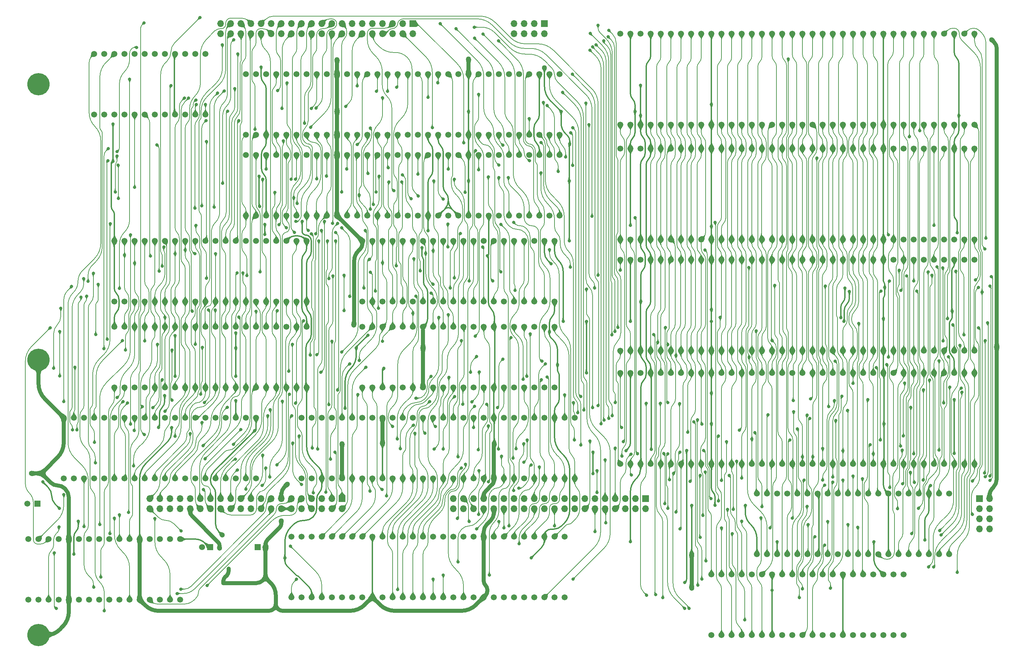
<source format=gbl>
%TF.GenerationSoftware,KiCad,Pcbnew,8.0.7*%
%TF.CreationDate,2025-01-07T21:01:10+02:00*%
%TF.ProjectId,Video Board - Memory,56696465-6f20-4426-9f61-7264202d204d,V0*%
%TF.SameCoordinates,Original*%
%TF.FileFunction,Copper,L2,Bot*%
%TF.FilePolarity,Positive*%
%FSLAX46Y46*%
G04 Gerber Fmt 4.6, Leading zero omitted, Abs format (unit mm)*
G04 Created by KiCad (PCBNEW 8.0.7) date 2025-01-07 21:01:10*
%MOMM*%
%LPD*%
G01*
G04 APERTURE LIST*
%TA.AperFunction,ComponentPad*%
%ADD10C,5.600000*%
%TD*%
%TA.AperFunction,ComponentPad*%
%ADD11C,1.500000*%
%TD*%
%TA.AperFunction,ComponentPad*%
%ADD12R,1.500000X1.500000*%
%TD*%
%TA.AperFunction,ComponentPad*%
%ADD13R,1.700000X1.700000*%
%TD*%
%TA.AperFunction,ComponentPad*%
%ADD14O,1.700000X1.700000*%
%TD*%
%TA.AperFunction,ViaPad*%
%ADD15C,0.800000*%
%TD*%
%TA.AperFunction,ViaPad*%
%ADD16C,1.300000*%
%TD*%
%TA.AperFunction,Conductor*%
%ADD17C,0.380000*%
%TD*%
%TA.AperFunction,Conductor*%
%ADD18C,1.000000*%
%TD*%
%TA.AperFunction,Conductor*%
%ADD19C,0.200000*%
%TD*%
G04 APERTURE END LIST*
D10*
%TO.P,H9,1,GND*%
%TO.N,/GND*%
X-24130000Y635000D03*
%TD*%
D11*
%TO.P,B4,1,S*%
%TO.N,/~{Memory Frame}*%
X121970800Y128905000D03*
%TO.P,B4,2,M~{CE}*%
%TO.N,/~{Memory A}*%
X124510800Y128905000D03*
%TO.P,B4,3,5V*%
%TO.N,/5V*%
X127050800Y128905000D03*
%TO.P,B4,4,M~{OE}*%
%TO.N,/~{RD}_{M}*%
X129590800Y128905000D03*
%TO.P,B4,5,M~{WE}*%
%TO.N,/~{WD}_{M}*%
X132130800Y128905000D03*
%TO.P,B4,6,MA20*%
%TO.N,/A20_{M}*%
X134670800Y128905000D03*
%TO.P,B4,7,MA19*%
%TO.N,/A19_{M}*%
X137210800Y128905000D03*
%TO.P,B4,8,MA18*%
%TO.N,/A18_{M}*%
X139750800Y128905000D03*
%TO.P,B4,9,MA17*%
%TO.N,/A17_{M}*%
X142290800Y128905000D03*
%TO.P,B4,10,GND*%
%TO.N,/GND*%
X144830800Y128905000D03*
%TO.P,B4,11,MA16*%
%TO.N,/A16_{M}*%
X147370800Y128905000D03*
%TO.P,B4,12,MA15*%
%TO.N,/A15_{M}*%
X149910800Y128905000D03*
%TO.P,B4,13,MA14*%
%TO.N,/A14_{M}*%
X152450800Y128905000D03*
%TO.P,B4,14,MA13*%
%TO.N,/A13_{M}*%
X154990800Y128905000D03*
%TO.P,B4,15,MA12*%
%TO.N,/A12_{M}*%
X157530800Y128905000D03*
%TO.P,B4,16,MA11*%
%TO.N,/A11_{M}*%
X160070800Y128905000D03*
%TO.P,B4,17,MA10*%
%TO.N,/A10_{M}*%
X162610800Y128905000D03*
%TO.P,B4,18,MA9*%
%TO.N,/A9_{M}*%
X165150800Y128905000D03*
%TO.P,B4,19,MA8*%
%TO.N,/A8_{M}*%
X167690800Y128905000D03*
%TO.P,B4,20,MA7*%
%TO.N,/A7_{M}*%
X170230800Y128905000D03*
%TO.P,B4,21,MA6*%
%TO.N,/A6_{M}*%
X172770800Y128905000D03*
%TO.P,B4,22,MA5*%
%TO.N,/A5_{M}*%
X175310800Y128905000D03*
%TO.P,B4,23,MA4*%
%TO.N,/A3_{M}*%
X177850800Y128905000D03*
%TO.P,B4,24,MA3*%
%TO.N,/A4_{M}*%
X180390800Y128905000D03*
%TO.P,B4,25,MA2*%
%TO.N,/A2_{M}*%
X182930800Y128905000D03*
%TO.P,B4,26,MA1*%
%TO.N,/A1_{M}*%
X185470800Y128905000D03*
%TO.P,B4,27,GND*%
%TO.N,/GND*%
X188010800Y128905000D03*
%TO.P,B4,28,MA0*%
%TO.N,/A0_{M}*%
X190550800Y128905000D03*
%TO.P,B4,29,MD7*%
%TO.N,/D7_{M}*%
X193090800Y128905000D03*
%TO.P,B4,30,MD6*%
%TO.N,/D6_{M}*%
X195630800Y128905000D03*
%TO.P,B4,31,MD5*%
%TO.N,/D5_{M}*%
X198170800Y128905000D03*
%TO.P,B4,32,MD4*%
%TO.N,/D4_{M}*%
X200710800Y128905000D03*
%TO.P,B4,33,MD3*%
%TO.N,/D3_{M}*%
X203250800Y128905000D03*
%TO.P,B4,34,MD2*%
%TO.N,/D2_{M}*%
X205790800Y128905000D03*
%TO.P,B4,35,MD1*%
%TO.N,/D1_{M}*%
X208330800Y128905000D03*
%TO.P,B4,36,MD0*%
%TO.N,/D0_{M}*%
X210870800Y128905000D03*
%TO.P,B4,37,VD0*%
%TO.N,/VGD0*%
X210870800Y151765000D03*
%TO.P,B4,38,VD1*%
%TO.N,/VGD1*%
X208330800Y151765000D03*
%TO.P,B4,39,5V*%
%TO.N,/5V*%
X205790800Y151765000D03*
%TO.P,B4,40,VD2*%
%TO.N,/VGD2*%
X203250800Y151765000D03*
%TO.P,B4,41,VD3*%
%TO.N,/VGD3*%
X200710800Y151765000D03*
%TO.P,B4,42,VD4*%
%TO.N,/VGD4*%
X198170800Y151765000D03*
%TO.P,B4,43,VD5*%
%TO.N,/VGD5*%
X195630800Y151765000D03*
%TO.P,B4,44,VD6*%
%TO.N,/VGD6*%
X193090800Y151765000D03*
%TO.P,B4,45,VD7*%
%TO.N,/VGD7*%
X190550800Y151765000D03*
%TO.P,B4,46,GND*%
%TO.N,/GND*%
X188010800Y151765000D03*
%TO.P,B4,47,VA0*%
%TO.N,/VA0*%
X185470800Y151765000D03*
%TO.P,B4,48,VA1*%
%TO.N,/VA1*%
X182930800Y151765000D03*
%TO.P,B4,49,VA2*%
%TO.N,/VA2*%
X180390800Y151765000D03*
%TO.P,B4,50,VA3*%
%TO.N,/VA3*%
X177850800Y151765000D03*
%TO.P,B4,51,VA4*%
%TO.N,/VA4*%
X175310800Y151765000D03*
%TO.P,B4,52,VA5*%
%TO.N,/VA5*%
X172770800Y151765000D03*
%TO.P,B4,53,VA6*%
%TO.N,/VA6*%
X170230800Y151765000D03*
%TO.P,B4,54,VA7*%
%TO.N,/VA7*%
X167690800Y151765000D03*
%TO.P,B4,55,VA8*%
%TO.N,/VA8*%
X165150800Y151765000D03*
%TO.P,B4,56,VA9*%
%TO.N,/VA9*%
X162610800Y151765000D03*
%TO.P,B4,57,VA10*%
%TO.N,/VA10*%
X160070800Y151765000D03*
%TO.P,B4,58,VA11*%
%TO.N,/VA11*%
X157530800Y151765000D03*
%TO.P,B4,59,VA12*%
%TO.N,/VA12*%
X154990800Y151765000D03*
%TO.P,B4,60,VA13*%
%TO.N,/VA13*%
X152450800Y151765000D03*
%TO.P,B4,61,VA14*%
%TO.N,/VA14*%
X149910800Y151765000D03*
%TO.P,B4,62,VA15*%
%TO.N,/VA15*%
X147370800Y151765000D03*
%TO.P,B4,63,GND*%
%TO.N,/GND*%
X144830800Y151765000D03*
%TO.P,B4,64,VA16*%
%TO.N,/VA16*%
X142290800Y151765000D03*
%TO.P,B4,65,VA17*%
%TO.N,/VA17*%
X139750800Y151765000D03*
%TO.P,B4,66,VA18*%
%TO.N,/VA18*%
X137210800Y151765000D03*
%TO.P,B4,67,VA19*%
%TO.N,/VA19*%
X134670800Y151765000D03*
%TO.P,B4,68,VA20*%
%TO.N,/VA20*%
X132130800Y151765000D03*
%TO.P,B4,69,V~{WE}*%
%TO.N,/3.3V*%
X129590800Y151765000D03*
%TO.P,B4,70,V~{OE}*%
%TO.N,/GND*%
X127050800Y151765000D03*
%TO.P,B4,71,V~{CE}*%
X124510800Y151765000D03*
%TO.P,B4,72,~{E}*%
%TO.N,/~{EG1}*%
X121970800Y151765000D03*
%TD*%
%TO.P,B25,1,5V*%
%TO.N,/5V*%
X-26619200Y9525000D03*
%TO.P,B25,2,N.C.*%
%TO.N,unconnected-(B25-N.C.-Pad2)*%
X-24079200Y9525000D03*
%TO.P,B25,3,(~{RD}\u00B7~{WD})+~{Device_RAM_0}*%
%TO.N,/(~{RD}\u00B7~{WD})+~{Device RAM 0}*%
X-21539200Y9525000D03*
%TO.P,B25,4,(~{RD}\u00B7~{WD})+~{Device_RAM_1}*%
%TO.N,/(~{RD}\u00B7~{WD})+~{Device RAM 1}*%
X-18999200Y9525000D03*
%TO.P,B25,5,GND*%
%TO.N,/GND*%
X-16459200Y9525000D03*
%TO.P,B25,6,N.C.*%
%TO.N,unconnected-(B25-N.C.-Pad6)*%
X-13919200Y9525000D03*
%TO.P,B25,7,~{Device_RAM}*%
%TO.N,/~{Device RAM}*%
X-11379200Y9525000D03*
%TO.P,B25,8,N.C.*%
%TO.N,unconnected-(B25-N.C.-Pad8)*%
X-8839200Y9525000D03*
%TO.P,B25,9,N.C.*%
%TO.N,unconnected-(B25-N.C.-Pad9)*%
X-6299200Y9525000D03*
%TO.P,B25,10,A16*%
%TO.N,/A16*%
X-3759200Y9525000D03*
%TO.P,B25,11,~{RD}*%
%TO.N,/~{RD}*%
X-1219200Y9525000D03*
%TO.P,B25,12,GND*%
%TO.N,/GND*%
X1320800Y9525000D03*
%TO.P,B25,13,~{WD}*%
%TO.N,/~{WD}*%
X3860800Y9525000D03*
%TO.P,B25,14,A15*%
%TO.N,/A15*%
X6400800Y9525000D03*
%TO.P,B25,15,A14*%
%TO.N,/A14*%
X8940800Y9525000D03*
%TO.P,B25,16,Device_RAM*%
%TO.N,unconnected-(B25-Device_RAM-Pad16)*%
X11480800Y9525000D03*
%TO.P,B25,17,5V*%
%TO.N,/5V*%
X11480800Y24765000D03*
%TO.P,B25,18,~{RD}+~{Device_RAM_3}*%
%TO.N,/~{RD}+~{Device RAM 3}*%
X8940800Y24765000D03*
%TO.P,B25,19,~{RD}+~{Device_RAM_2}*%
%TO.N,/~{RD}+~{Device RAM 2}*%
X6400800Y24765000D03*
%TO.P,B25,20,~{RD}+~{Device_RAM_1}*%
%TO.N,/~{RD}+~{Device RAM 1}*%
X3860800Y24765000D03*
%TO.P,B25,21,GND*%
%TO.N,/GND*%
X1320800Y24765000D03*
%TO.P,B25,22,~{WD}+~{Device_RAM_3}*%
%TO.N,/~{WD}+~{Device RAM 3}*%
X-1219200Y24765000D03*
%TO.P,B25,23,~{WD}+~{Device_RAM_2}*%
%TO.N,/~{WD}+~{Device RAM 2}*%
X-3759200Y24765000D03*
%TO.P,B25,24,N.C.*%
%TO.N,unconnected-(B25-N.C.-Pad24)*%
X-6299200Y24765000D03*
%TO.P,B25,25,~{WD}+~{Device_RAM_1}*%
%TO.N,/~{WD}+~{Device RAM 1}*%
X-8839200Y24765000D03*
%TO.P,B25,26,N.C.*%
%TO.N,unconnected-(B25-N.C.-Pad26)*%
X-11379200Y24765000D03*
%TO.P,B25,27,~{Device_RAM_0}*%
%TO.N,/~{Device RAM 0}*%
X-13919200Y24765000D03*
%TO.P,B25,28,GND*%
%TO.N,/GND*%
X-16459200Y24765000D03*
%TO.P,B25,29,N.C.*%
%TO.N,unconnected-(B25-N.C.-Pad29)*%
X-18999200Y24765000D03*
%TO.P,B25,30,(~{RD}\u00B7~{WD})+~{Device_RAM_3}*%
%TO.N,/(~{RD}\u00B7~{WD})+~{Device RAM 3}*%
X-21539200Y24765000D03*
%TO.P,B25,31,(~{RD}\u00B7~{WD})+~{Device_RAM_2}*%
%TO.N,/(~{RD}\u00B7~{WD})+~{Device RAM 2}*%
X-24079200Y24765000D03*
%TO.P,B25,32,N.C.*%
%TO.N,unconnected-(B25-N.C.-Pad32)*%
X-26619200Y24765000D03*
%TD*%
%TO.P,B31,1,S*%
%TO.N,/Memory Frame*%
X121970800Y43654000D03*
%TO.P,B31,2,M~{CE}*%
%TO.N,/~{CS Memory B}*%
X124510800Y43654000D03*
%TO.P,B31,3,5V*%
%TO.N,/5V*%
X127050800Y43654000D03*
%TO.P,B31,4,M~{OE}*%
%TO.N,/~{RD}_{M}*%
X129590800Y43654000D03*
%TO.P,B31,5,M~{WE}*%
%TO.N,/~{WD}_{M}*%
X132130800Y43654000D03*
%TO.P,B31,6,MA20*%
%TO.N,/A20_{M}*%
X134670800Y43654000D03*
%TO.P,B31,7,MA19*%
%TO.N,/A19_{M}*%
X137210800Y43654000D03*
%TO.P,B31,8,MA18*%
%TO.N,/A18_{M}*%
X139750800Y43654000D03*
%TO.P,B31,9,MA17*%
%TO.N,/A17_{M}*%
X142290800Y43654000D03*
%TO.P,B31,10,GND*%
%TO.N,/GND*%
X144830800Y43654000D03*
%TO.P,B31,11,MA16*%
%TO.N,/A16_{M}*%
X147370800Y43654000D03*
%TO.P,B31,12,MA15*%
%TO.N,/A15_{M}*%
X149910800Y43654000D03*
%TO.P,B31,13,MA14*%
%TO.N,/A14_{M}*%
X152450800Y43654000D03*
%TO.P,B31,14,MA13*%
%TO.N,/A13_{M}*%
X154990800Y43654000D03*
%TO.P,B31,15,MA12*%
%TO.N,/A12_{M}*%
X157530800Y43654000D03*
%TO.P,B31,16,MA11*%
%TO.N,/A11_{M}*%
X160070800Y43654000D03*
%TO.P,B31,17,MA10*%
%TO.N,/A10_{M}*%
X162610800Y43654000D03*
%TO.P,B31,18,MA9*%
%TO.N,/A9_{M}*%
X165150800Y43654000D03*
%TO.P,B31,19,MA8*%
%TO.N,/A8_{M}*%
X167690800Y43654000D03*
%TO.P,B31,20,MA7*%
%TO.N,/A7_{M}*%
X170230800Y43654000D03*
%TO.P,B31,21,MA6*%
%TO.N,/A6_{M}*%
X172770800Y43654000D03*
%TO.P,B31,22,MA5*%
%TO.N,/A5_{M}*%
X175310800Y43654000D03*
%TO.P,B31,23,MA4*%
%TO.N,/A3_{M}*%
X177850800Y43654000D03*
%TO.P,B31,24,MA3*%
%TO.N,/A4_{M}*%
X180390800Y43654000D03*
%TO.P,B31,25,MA2*%
%TO.N,/A2_{M}*%
X182930800Y43654000D03*
%TO.P,B31,26,MA1*%
%TO.N,/A1_{M}*%
X185470800Y43654000D03*
%TO.P,B31,27,GND*%
%TO.N,/GND*%
X188010800Y43654000D03*
%TO.P,B31,28,MA0*%
%TO.N,/A0_{M}*%
X190550800Y43654000D03*
%TO.P,B31,29,MD7*%
%TO.N,/DP7*%
X193090800Y43654000D03*
%TO.P,B31,30,MD6*%
%TO.N,/DP6*%
X195630800Y43654000D03*
%TO.P,B31,31,MD5*%
%TO.N,/DP5*%
X198170800Y43654000D03*
%TO.P,B31,32,MD4*%
%TO.N,/DP4*%
X200710800Y43654000D03*
%TO.P,B31,33,MD3*%
%TO.N,/DP3*%
X203250800Y43654000D03*
%TO.P,B31,34,MD2*%
%TO.N,/DP2*%
X205790800Y43654000D03*
%TO.P,B31,35,MD1*%
%TO.N,/DP1*%
X208330800Y43654000D03*
%TO.P,B31,36,MD0*%
%TO.N,/DP0*%
X210870800Y43654000D03*
%TO.P,B31,37,VD0*%
%TO.N,/VPD0*%
X210870800Y66514000D03*
%TO.P,B31,38,VD1*%
%TO.N,/VPD1*%
X208330800Y66514000D03*
%TO.P,B31,39,5V*%
%TO.N,/5V*%
X205790800Y66514000D03*
%TO.P,B31,40,VD2*%
%TO.N,/VPD2*%
X203250800Y66514000D03*
%TO.P,B31,41,VD3*%
%TO.N,/VPD3*%
X200710800Y66514000D03*
%TO.P,B31,42,VD4*%
%TO.N,/VPD4*%
X198170800Y66514000D03*
%TO.P,B31,43,VD5*%
%TO.N,/VPD5*%
X195630800Y66514000D03*
%TO.P,B31,44,VD6*%
%TO.N,/VPD6*%
X193090800Y66514000D03*
%TO.P,B31,45,VD7*%
%TO.N,/VPD7*%
X190550800Y66514000D03*
%TO.P,B31,46,GND*%
%TO.N,/GND*%
X188010800Y66514000D03*
%TO.P,B31,47,VA0*%
%TO.N,/VA0*%
X185470800Y66514000D03*
%TO.P,B31,48,VA1*%
%TO.N,/VA1*%
X182930800Y66514000D03*
%TO.P,B31,49,VA2*%
%TO.N,/VA2*%
X180390800Y66514000D03*
%TO.P,B31,50,VA3*%
%TO.N,/VA3*%
X177850800Y66514000D03*
%TO.P,B31,51,VA4*%
%TO.N,/VA4*%
X175310800Y66514000D03*
%TO.P,B31,52,VA5*%
%TO.N,/VA5*%
X172770800Y66514000D03*
%TO.P,B31,53,VA6*%
%TO.N,/VA6*%
X170230800Y66514000D03*
%TO.P,B31,54,VA7*%
%TO.N,/VA7*%
X167690800Y66514000D03*
%TO.P,B31,55,VA8*%
%TO.N,/VA8*%
X165150800Y66514000D03*
%TO.P,B31,56,VA9*%
%TO.N,/VA9*%
X162610800Y66514000D03*
%TO.P,B31,57,VA10*%
%TO.N,/VA10*%
X160070800Y66514000D03*
%TO.P,B31,58,VA11*%
%TO.N,/VA11*%
X157530800Y66514000D03*
%TO.P,B31,59,VA12*%
%TO.N,/VA12*%
X154990800Y66514000D03*
%TO.P,B31,60,VA13*%
%TO.N,/VA13*%
X152450800Y66514000D03*
%TO.P,B31,61,VA14*%
%TO.N,/VA14*%
X149910800Y66514000D03*
%TO.P,B31,62,VA15*%
%TO.N,/VA15*%
X147370800Y66514000D03*
%TO.P,B31,63,GND*%
%TO.N,/GND*%
X144830800Y66514000D03*
%TO.P,B31,64,VA16*%
%TO.N,/VA16*%
X142290800Y66514000D03*
%TO.P,B31,65,VA17*%
%TO.N,/VA17*%
X139750800Y66514000D03*
%TO.P,B31,66,VA18*%
%TO.N,/VA18*%
X137210800Y66514000D03*
%TO.P,B31,67,VA19*%
%TO.N,/VA19*%
X134670800Y66514000D03*
%TO.P,B31,68,VA20*%
%TO.N,/VA20*%
X132130800Y66514000D03*
%TO.P,B31,69,V~{WE}*%
%TO.N,/3.3V*%
X129590800Y66514000D03*
%TO.P,B31,70,V~{OE}*%
%TO.N,/GND*%
X127050800Y66514000D03*
%TO.P,B31,71,V~{CE}*%
X124510800Y66514000D03*
%TO.P,B31,72,~{E}*%
%TO.N,/~{EP0}*%
X121970800Y66514000D03*
%TD*%
%TO.P,B28,1,T~{OE}*%
%TO.N,/(~{RD}\u00B7~{WD})+~{Device RAM 0}*%
X57200800Y84455000D03*
%TO.P,B28,2,T~{DIR}*%
%TO.N,/~{WD}*%
X59740800Y84455000D03*
%TO.P,B28,3,M~{OE}*%
%TO.N,/Row Address ~{OE}*%
X62280800Y84455000D03*
%TO.P,B28,4,M~{WE}*%
%TO.N,/Row Address ~{WE}*%
X64820800Y84455000D03*
%TO.P,B28,5,M14*%
%TO.N,/RA14*%
X67360800Y84455000D03*
%TO.P,B28,6,M13*%
%TO.N,/RA13*%
X69900800Y84455000D03*
%TO.P,B28,7,M12*%
%TO.N,/RA12*%
X72440800Y84455000D03*
%TO.P,B28,8,M11*%
%TO.N,/RA11*%
X74980800Y84455000D03*
%TO.P,B28,9,M10*%
%TO.N,/RA10*%
X77520800Y84455000D03*
%TO.P,B28,10,M9*%
%TO.N,/RA9*%
X80060800Y84455000D03*
%TO.P,B28,11,M8*%
%TO.N,/RA8*%
X82600800Y84455000D03*
%TO.P,B28,12,M7*%
%TO.N,/RA7*%
X85140800Y84455000D03*
%TO.P,B28,13,M6*%
%TO.N,/RA6*%
X87680800Y84455000D03*
%TO.P,B28,14,M5*%
%TO.N,/RA5*%
X90220800Y84455000D03*
%TO.P,B28,15,M4*%
%TO.N,/RA4*%
X92760800Y84455000D03*
%TO.P,B28,16,M3*%
%TO.N,/RA3*%
X95300800Y84455000D03*
%TO.P,B28,17,M2*%
%TO.N,/RA2*%
X97840800Y84455000D03*
%TO.P,B28,18,M1*%
%TO.N,/RA1*%
X100380800Y84455000D03*
%TO.P,B28,19,M0*%
%TO.N,/RA0*%
X102920800Y84455000D03*
%TO.P,B28,20,5V*%
%TO.N,/5V*%
X105460800Y84455000D03*
%TO.P,B28,21,GND*%
%TO.N,/GND*%
X105460800Y99695000D03*
%TO.P,B28,22,LLE*%
%TO.N,/3.3V*%
X102920800Y99695000D03*
%TO.P,B28,23,L~{OE}*%
%TO.N,/GND*%
X100380800Y99695000D03*
%TO.P,B28,24,LQ0*%
%TO.N,/Row Data 0*%
X97840800Y99695000D03*
%TO.P,B28,25,LQ1*%
%TO.N,/Row Data 1*%
X95300800Y99695000D03*
%TO.P,B28,26,LQ2*%
%TO.N,/Row Data 2*%
X92760800Y99695000D03*
%TO.P,B28,27,LQ3*%
%TO.N,/Row Data 3*%
X90220800Y99695000D03*
%TO.P,B28,28,LQ4*%
%TO.N,/Row Data 4*%
X87680800Y99695000D03*
%TO.P,B28,29,LQ5*%
%TO.N,/Row Data 5*%
X85140800Y99695000D03*
%TO.P,B28,30,LQ6*%
%TO.N,/Row Data 6*%
X82600800Y99695000D03*
%TO.P,B28,31,LQ7*%
%TO.N,/Row Data 7*%
X80060800Y99695000D03*
%TO.P,B28,32,D0*%
%TO.N,/D0*%
X77520800Y99695000D03*
%TO.P,B28,33,D1*%
%TO.N,/D1*%
X74980800Y99695000D03*
%TO.P,B28,34,D2*%
%TO.N,/D2*%
X72440800Y99695000D03*
%TO.P,B28,35,D3*%
%TO.N,/D3*%
X69900800Y99695000D03*
%TO.P,B28,36,D4*%
%TO.N,/D4*%
X67360800Y99695000D03*
%TO.P,B28,37,D5*%
%TO.N,/D5*%
X64820800Y99695000D03*
%TO.P,B28,38,D6*%
%TO.N,/D6*%
X62280800Y99695000D03*
%TO.P,B28,39,D7*%
%TO.N,/D7*%
X59740800Y99695000D03*
%TO.P,B28,40,GND*%
%TO.N,/GND*%
X57200800Y99695000D03*
%TD*%
%TO.P,B35,1,A13*%
%TO.N,/A13*%
X27990800Y106045000D03*
%TO.P,B35,2,A12*%
%TO.N,/A12*%
X30530800Y106045000D03*
%TO.P,B35,3,5V*%
%TO.N,/5V*%
X33070800Y106045000D03*
%TO.P,B35,4,A11*%
%TO.N,/A11*%
X35610800Y106045000D03*
%TO.P,B35,5,A10*%
%TO.N,/A10*%
X38150800Y106045000D03*
%TO.P,B35,6,A9*%
%TO.N,/A9*%
X40690800Y106045000D03*
%TO.P,B35,7,A8*%
%TO.N,/A8*%
X43230800Y106045000D03*
%TO.P,B35,8,A7*%
%TO.N,/A7*%
X45770800Y106045000D03*
%TO.P,B35,9,A6*%
%TO.N,/A6*%
X48310800Y106045000D03*
%TO.P,B35,10,GND*%
%TO.N,/GND*%
X50850800Y106045000D03*
%TO.P,B35,11,A5*%
%TO.N,/A5*%
X53390800Y106045000D03*
%TO.P,B35,12,A4*%
%TO.N,/A4*%
X55930800Y106045000D03*
%TO.P,B35,13,A3*%
%TO.N,/A3*%
X58470800Y106045000D03*
%TO.P,B35,14,A2*%
%TO.N,/A2*%
X61010800Y106045000D03*
%TO.P,B35,15,A1*%
%TO.N,/A1*%
X63550800Y106045000D03*
%TO.P,B35,16,A0*%
%TO.N,/A0*%
X66090800Y106045000D03*
%TO.P,B35,17,S*%
%TO.N,/~{Device RAM 0}*%
X68630800Y106045000D03*
%TO.P,B35,18,N.C.*%
%TO.N,unconnected-(B35-N.C.-Pad18)*%
X71170800Y106045000D03*
%TO.P,B35,19,B17*%
%TO.N,/GND*%
X73710800Y106045000D03*
%TO.P,B35,20,B16*%
%TO.N,/3.3V*%
X76250800Y106045000D03*
%TO.P,B35,21,B15*%
%TO.N,/GND*%
X78790800Y106045000D03*
%TO.P,B35,22,B14*%
%TO.N,/3.3V*%
X81330800Y106045000D03*
%TO.P,B35,23,GND*%
%TO.N,/GND*%
X83870800Y106045000D03*
%TO.P,B35,24,B13*%
X86410800Y106045000D03*
%TO.P,B35,25,B12*%
X88950800Y106045000D03*
%TO.P,B35,26,B11*%
%TO.N,/Row9*%
X91490800Y106045000D03*
%TO.P,B35,27,B10*%
%TO.N,/Row8*%
X94030800Y106045000D03*
%TO.P,B35,28,B9*%
%TO.N,/Row7*%
X96570800Y106045000D03*
%TO.P,B35,29,B8*%
%TO.N,/Row6*%
X99110800Y106045000D03*
%TO.P,B35,30,B7*%
%TO.N,/Row5*%
X101650800Y106045000D03*
%TO.P,B35,31,B6*%
%TO.N,/Row4*%
X104190800Y106045000D03*
%TO.P,B35,32,B5*%
%TO.N,/Row3*%
X106730800Y106045000D03*
%TO.P,B35,33,B0*%
%TO.N,/LA0*%
X106730800Y121285000D03*
%TO.P,B35,34,B1*%
%TO.N,/LA1*%
X104190800Y121285000D03*
%TO.P,B35,35,5V*%
%TO.N,/5V*%
X101650800Y121285000D03*
%TO.P,B35,36,B2*%
%TO.N,/Row0*%
X99110800Y121285000D03*
%TO.P,B35,37,B3*%
%TO.N,/Row1*%
X96570800Y121285000D03*
%TO.P,B35,38,B4*%
%TO.N,/Row2*%
X94030800Y121285000D03*
%TO.P,B35,39,N.C.*%
%TO.N,unconnected-(B35-N.C.-Pad39)*%
X91490800Y121285000D03*
%TO.P,B35,40,N.C.*%
%TO.N,unconnected-(B35-N.C.-Pad40)*%
X88950800Y121285000D03*
%TO.P,B35,41,Y0*%
%TO.N,/RA0*%
X86410800Y121285000D03*
%TO.P,B35,42,GND*%
%TO.N,/GND*%
X83870800Y121285000D03*
%TO.P,B35,43,Y1*%
%TO.N,/RA1*%
X81330800Y121285000D03*
%TO.P,B35,44,Y2*%
%TO.N,/RA2*%
X78790800Y121285000D03*
%TO.P,B35,45,Y3*%
%TO.N,/RA3*%
X76250800Y121285000D03*
%TO.P,B35,46,Y4*%
%TO.N,/RA4*%
X73710800Y121285000D03*
%TO.P,B35,47,Y5*%
%TO.N,/RA5*%
X71170800Y121285000D03*
%TO.P,B35,48,Y6*%
%TO.N,/RA6*%
X68630800Y121285000D03*
%TO.P,B35,49,Y7*%
%TO.N,/RA7*%
X66090800Y121285000D03*
%TO.P,B35,50,Y8*%
%TO.N,/RA8*%
X63550800Y121285000D03*
%TO.P,B35,51,Y9*%
%TO.N,/RA9*%
X61010800Y121285000D03*
%TO.P,B35,52,Y10*%
%TO.N,/RA10*%
X58470800Y121285000D03*
%TO.P,B35,53,Y11*%
%TO.N,/RA11*%
X55930800Y121285000D03*
%TO.P,B35,54,Y12*%
%TO.N,/RA12*%
X53390800Y121285000D03*
%TO.P,B35,55,GND*%
%TO.N,/GND*%
X50850800Y121285000D03*
%TO.P,B35,56,Y13*%
%TO.N,/RA13*%
X48310800Y121285000D03*
%TO.P,B35,57,Y14*%
%TO.N,/RA14*%
X45770800Y121285000D03*
%TO.P,B35,58,Y15*%
%TO.N,unconnected-(B35-Y15-Pad58)*%
X43230800Y121285000D03*
%TO.P,B35,59,Y16*%
%TO.N,/Row Address ~{WE}*%
X40690800Y121285000D03*
%TO.P,B35,60,Y17*%
%TO.N,/Row Address ~{OE}*%
X38150800Y121285000D03*
%TO.P,B35,61,A14*%
%TO.N,/A14*%
X35610800Y121285000D03*
%TO.P,B35,62,A15*%
%TO.N,/GND*%
X33070800Y121285000D03*
%TO.P,B35,63,A16*%
%TO.N,/~{WD}*%
X30530800Y121285000D03*
%TO.P,B35,64,A17*%
%TO.N,/~{RD}*%
X27990800Y121285000D03*
%TD*%
%TO.P,B1,1,5V*%
%TO.N,/5V*%
X-10109200Y131445000D03*
%TO.P,B1,2,N.C.*%
%TO.N,unconnected-(B1-N.C.-Pad2)*%
X-7569200Y131445000D03*
%TO.P,B1,3,N.C.*%
%TO.N,unconnected-(B1-N.C.-Pad3)*%
X-5029200Y131445000D03*
%TO.P,B1,4,GND*%
%TO.N,/GND*%
X-2489200Y131445000D03*
%TO.P,B1,5,CLK*%
%TO.N,/~{Pixel CLK}_{3}*%
X50800Y131445000D03*
%TO.P,B1,6,~{CLK}*%
%TO.N,/Pixel CLK_{3}*%
X2590800Y131445000D03*
%TO.P,B1,7,N.C.*%
%TO.N,unconnected-(B1-N.C.-Pad7)*%
X5130800Y131445000D03*
%TO.P,B1,8,MR*%
%TO.N,/Last Pixel+1 _{HALF CYCLE}*%
X7670800Y131445000D03*
%TO.P,B1,9,GND*%
%TO.N,/GND*%
X10210800Y131445000D03*
%TO.P,B1,10,LA2*%
%TO.N,unconnected-(B1-LA2-Pad10)*%
X12750800Y131445000D03*
%TO.P,B1,11,LA1*%
%TO.N,/LA1*%
X15290800Y131445000D03*
%TO.P,B1,12,LA0*%
%TO.N,/LA0*%
X17830800Y131445000D03*
%TO.P,B1,13,5V*%
%TO.N,/5V*%
X17830800Y146685000D03*
%TO.P,B1,14,N.C.*%
%TO.N,unconnected-(B1-N.C.-Pad14)*%
X15290800Y146685000D03*
%TO.P,B1,15,N.C.*%
%TO.N,unconnected-(B1-N.C.-Pad15)*%
X12750800Y146685000D03*
%TO.P,B1,16,GND*%
%TO.N,/GND*%
X10210800Y146685000D03*
%TO.P,B1,17,N.C.*%
%TO.N,unconnected-(B1-N.C.-Pad17)*%
X7670800Y146685000D03*
%TO.P,B1,18,N.C.*%
%TO.N,unconnected-(B1-N.C.-Pad18)*%
X5130800Y146685000D03*
%TO.P,B1,19,N.C.*%
%TO.N,unconnected-(B1-N.C.-Pad19)*%
X2590800Y146685000D03*
%TO.P,B1,20,N.C.*%
%TO.N,unconnected-(B1-N.C.-Pad20)*%
X50800Y146685000D03*
%TO.P,B1,21,GND*%
%TO.N,/GND*%
X-2489200Y146685000D03*
%TO.P,B1,22,Load_Address_Bank*%
%TO.N,/Load Address Low*%
X-5029200Y146685000D03*
%TO.P,B1,23,Load_Address_High*%
%TO.N,/Load Address High*%
X-7569200Y146685000D03*
%TO.P,B1,24,Load_Address_Low*%
%TO.N,/Load Address Bank*%
X-10109200Y146685000D03*
%TD*%
%TO.P,B32,1,S*%
%TO.N,/Memory Frame*%
X121970800Y72136000D03*
%TO.P,B32,2,M~{CE}*%
%TO.N,/~{Memory A}*%
X124510800Y72136000D03*
%TO.P,B32,3,5V*%
%TO.N,/5V*%
X127050800Y72136000D03*
%TO.P,B32,4,M~{OE}*%
%TO.N,/~{RD}_{M}*%
X129590800Y72136000D03*
%TO.P,B32,5,M~{WE}*%
%TO.N,/~{WD}_{M}*%
X132130800Y72136000D03*
%TO.P,B32,6,MA20*%
%TO.N,/A20_{M}*%
X134670800Y72136000D03*
%TO.P,B32,7,MA19*%
%TO.N,/A19_{M}*%
X137210800Y72136000D03*
%TO.P,B32,8,MA18*%
%TO.N,/A18_{M}*%
X139750800Y72136000D03*
%TO.P,B32,9,MA17*%
%TO.N,/A17_{M}*%
X142290800Y72136000D03*
%TO.P,B32,10,GND*%
%TO.N,/GND*%
X144830800Y72136000D03*
%TO.P,B32,11,MA16*%
%TO.N,/A16_{M}*%
X147370800Y72136000D03*
%TO.P,B32,12,MA15*%
%TO.N,/A15_{M}*%
X149910800Y72136000D03*
%TO.P,B32,13,MA14*%
%TO.N,/A14_{M}*%
X152450800Y72136000D03*
%TO.P,B32,14,MA13*%
%TO.N,/A13_{M}*%
X154990800Y72136000D03*
%TO.P,B32,15,MA12*%
%TO.N,/A12_{M}*%
X157530800Y72136000D03*
%TO.P,B32,16,MA11*%
%TO.N,/A11_{M}*%
X160070800Y72136000D03*
%TO.P,B32,17,MA10*%
%TO.N,/A10_{M}*%
X162610800Y72136000D03*
%TO.P,B32,18,MA9*%
%TO.N,/A9_{M}*%
X165150800Y72136000D03*
%TO.P,B32,19,MA8*%
%TO.N,/A8_{M}*%
X167690800Y72136000D03*
%TO.P,B32,20,MA7*%
%TO.N,/A7_{M}*%
X170230800Y72136000D03*
%TO.P,B32,21,MA6*%
%TO.N,/A6_{M}*%
X172770800Y72136000D03*
%TO.P,B32,22,MA5*%
%TO.N,/A5_{M}*%
X175310800Y72136000D03*
%TO.P,B32,23,MA4*%
%TO.N,/A3_{M}*%
X177850800Y72136000D03*
%TO.P,B32,24,MA3*%
%TO.N,/A4_{M}*%
X180390800Y72136000D03*
%TO.P,B32,25,MA2*%
%TO.N,/A2_{M}*%
X182930800Y72136000D03*
%TO.P,B32,26,MA1*%
%TO.N,/A1_{M}*%
X185470800Y72136000D03*
%TO.P,B32,27,GND*%
%TO.N,/GND*%
X188010800Y72136000D03*
%TO.P,B32,28,MA0*%
%TO.N,/A0_{M}*%
X190550800Y72136000D03*
%TO.P,B32,29,MD7*%
%TO.N,/D7_{M}*%
X193090800Y72136000D03*
%TO.P,B32,30,MD6*%
%TO.N,/D6_{M}*%
X195630800Y72136000D03*
%TO.P,B32,31,MD5*%
%TO.N,/D5_{M}*%
X198170800Y72136000D03*
%TO.P,B32,32,MD4*%
%TO.N,/D4_{M}*%
X200710800Y72136000D03*
%TO.P,B32,33,MD3*%
%TO.N,/D3_{M}*%
X203250800Y72136000D03*
%TO.P,B32,34,MD2*%
%TO.N,/D2_{M}*%
X205790800Y72136000D03*
%TO.P,B32,35,MD1*%
%TO.N,/D1_{M}*%
X208330800Y72136000D03*
%TO.P,B32,36,MD0*%
%TO.N,/D0_{M}*%
X210870800Y72136000D03*
%TO.P,B32,37,VD0*%
%TO.N,/VGD0*%
X210870800Y94996000D03*
%TO.P,B32,38,VD1*%
%TO.N,/VGD1*%
X208330800Y94996000D03*
%TO.P,B32,39,5V*%
%TO.N,/5V*%
X205790800Y94996000D03*
%TO.P,B32,40,VD2*%
%TO.N,/VGD2*%
X203250800Y94996000D03*
%TO.P,B32,41,VD3*%
%TO.N,/VGD3*%
X200710800Y94996000D03*
%TO.P,B32,42,VD4*%
%TO.N,/VGD4*%
X198170800Y94996000D03*
%TO.P,B32,43,VD5*%
%TO.N,/VGD5*%
X195630800Y94996000D03*
%TO.P,B32,44,VD6*%
%TO.N,/VGD6*%
X193090800Y94996000D03*
%TO.P,B32,45,VD7*%
%TO.N,/VGD7*%
X190550800Y94996000D03*
%TO.P,B32,46,GND*%
%TO.N,/GND*%
X188010800Y94996000D03*
%TO.P,B32,47,VA0*%
%TO.N,/VA0*%
X185470800Y94996000D03*
%TO.P,B32,48,VA1*%
%TO.N,/VA1*%
X182930800Y94996000D03*
%TO.P,B32,49,VA2*%
%TO.N,/VA2*%
X180390800Y94996000D03*
%TO.P,B32,50,VA3*%
%TO.N,/VA3*%
X177850800Y94996000D03*
%TO.P,B32,51,VA4*%
%TO.N,/VA4*%
X175310800Y94996000D03*
%TO.P,B32,52,VA5*%
%TO.N,/VA5*%
X172770800Y94996000D03*
%TO.P,B32,53,VA6*%
%TO.N,/VA6*%
X170230800Y94996000D03*
%TO.P,B32,54,VA7*%
%TO.N,/VA7*%
X167690800Y94996000D03*
%TO.P,B32,55,VA8*%
%TO.N,/VA8*%
X165150800Y94996000D03*
%TO.P,B32,56,VA9*%
%TO.N,/VA9*%
X162610800Y94996000D03*
%TO.P,B32,57,VA10*%
%TO.N,/VA10*%
X160070800Y94996000D03*
%TO.P,B32,58,VA11*%
%TO.N,/VA11*%
X157530800Y94996000D03*
%TO.P,B32,59,VA12*%
%TO.N,/VA12*%
X154990800Y94996000D03*
%TO.P,B32,60,VA13*%
%TO.N,/VA13*%
X152450800Y94996000D03*
%TO.P,B32,61,VA14*%
%TO.N,/VA14*%
X149910800Y94996000D03*
%TO.P,B32,62,VA15*%
%TO.N,/VA15*%
X147370800Y94996000D03*
%TO.P,B32,63,GND*%
%TO.N,/GND*%
X144830800Y94996000D03*
%TO.P,B32,64,VA16*%
%TO.N,/VA16*%
X142290800Y94996000D03*
%TO.P,B32,65,VA17*%
%TO.N,/VA17*%
X139750800Y94996000D03*
%TO.P,B32,66,VA18*%
%TO.N,/VA18*%
X137210800Y94996000D03*
%TO.P,B32,67,VA19*%
%TO.N,/VA19*%
X134670800Y94996000D03*
%TO.P,B32,68,VA20*%
%TO.N,/VA20*%
X132130800Y94996000D03*
%TO.P,B32,69,V~{WE}*%
%TO.N,/3.3V*%
X129590800Y94996000D03*
%TO.P,B32,70,V~{OE}*%
%TO.N,/GND*%
X127050800Y94996000D03*
%TO.P,B32,71,V~{CE}*%
X124510800Y94996000D03*
%TO.P,B32,72,~{E}*%
%TO.N,/~{EG0}*%
X121970800Y94996000D03*
%TD*%
%TO.P,B24,1,~{OE}*%
%TO.N,/GND*%
X41960800Y40005000D03*
%TO.P,B24,2,IN23*%
X44500800Y40005000D03*
%TO.P,B24,3,5V*%
%TO.N,/5V*%
X47040800Y40005000D03*
%TO.P,B24,4,IN22*%
%TO.N,/GND*%
X49580800Y40005000D03*
%TO.P,B24,5,IN21*%
X52120800Y40005000D03*
%TO.P,B24,6,IN20*%
%TO.N,/C20*%
X54660800Y40005000D03*
%TO.P,B24,7,IN19*%
%TO.N,/C19*%
X57200800Y40005000D03*
%TO.P,B24,8,IN18*%
%TO.N,/C18*%
X59740800Y40005000D03*
%TO.P,B24,9,GND*%
%TO.N,/GND*%
X62280800Y40005000D03*
%TO.P,B24,10,IN17*%
%TO.N,/C17*%
X64820800Y40005000D03*
%TO.P,B24,11,IN16*%
%TO.N,/C16*%
X67360800Y40005000D03*
%TO.P,B24,12,IN15*%
%TO.N,/C15*%
X69900800Y40005000D03*
%TO.P,B24,13,IN14*%
%TO.N,/C14*%
X72440800Y40005000D03*
%TO.P,B24,14,IN13*%
%TO.N,/C13*%
X74980800Y40005000D03*
%TO.P,B24,15,IN12*%
%TO.N,/C12*%
X77520800Y40005000D03*
%TO.P,B24,16,IN11*%
%TO.N,/C11*%
X80060800Y40005000D03*
%TO.P,B24,17,IN10*%
%TO.N,/C10*%
X82600800Y40005000D03*
%TO.P,B24,18,IN9*%
%TO.N,/C9*%
X85140800Y40005000D03*
%TO.P,B24,19,IN8*%
%TO.N,/C8*%
X87680800Y40005000D03*
%TO.P,B24,20,GND*%
%TO.N,/GND*%
X90220800Y40005000D03*
%TO.P,B24,21,IN7*%
%TO.N,/C7*%
X92760800Y40005000D03*
%TO.P,B24,22,IN6*%
%TO.N,/C6*%
X95300800Y40005000D03*
%TO.P,B24,23,IN5*%
%TO.N,/C5*%
X97840800Y40005000D03*
%TO.P,B24,24,IN4*%
%TO.N,/C4*%
X100380800Y40005000D03*
%TO.P,B24,25,IN3*%
%TO.N,/C3*%
X102920800Y40005000D03*
%TO.P,B24,26,IN2*%
%TO.N,/C2*%
X105460800Y40005000D03*
%TO.P,B24,27,IN1*%
%TO.N,/C1*%
X108000800Y40005000D03*
%TO.P,B24,28,IN0*%
%TO.N,/C0*%
X110540800Y40005000D03*
%TO.P,B24,29,OUT0*%
%TO.N,/VA0*%
X110540800Y55245000D03*
%TO.P,B24,30,OUT1*%
%TO.N,/VA1*%
X108000800Y55245000D03*
%TO.P,B24,31,5V*%
%TO.N,/5V*%
X105460800Y55245000D03*
%TO.P,B24,32,OUT2*%
%TO.N,/VA2*%
X102920800Y55245000D03*
%TO.P,B24,33,OUT3*%
%TO.N,/VA3*%
X100380800Y55245000D03*
%TO.P,B24,34,OUT4*%
%TO.N,/VA4*%
X97840800Y55245000D03*
%TO.P,B24,35,OUT5*%
%TO.N,/VA5*%
X95300800Y55245000D03*
%TO.P,B24,36,OUT6*%
%TO.N,/VA6*%
X92760800Y55245000D03*
%TO.P,B24,37,GND*%
%TO.N,/GND*%
X90220800Y55245000D03*
%TO.P,B24,38,OUT7*%
%TO.N,/VA7*%
X87680800Y55245000D03*
%TO.P,B24,39,OUT8*%
%TO.N,/VA8*%
X85140800Y55245000D03*
%TO.P,B24,40,OUT9*%
%TO.N,/VA9*%
X82600800Y55245000D03*
%TO.P,B24,41,OUT10*%
%TO.N,/VA10*%
X80060800Y55245000D03*
%TO.P,B24,42,OUT11*%
%TO.N,/VA11*%
X77520800Y55245000D03*
%TO.P,B24,43,OUT12*%
%TO.N,/VA12*%
X74980800Y55245000D03*
%TO.P,B24,44,OUT13*%
%TO.N,/VA13*%
X72440800Y55245000D03*
%TO.P,B24,45,OUT14*%
%TO.N,/VA14*%
X69900800Y55245000D03*
%TO.P,B24,46,OUT15*%
%TO.N,/VA15*%
X67360800Y55245000D03*
%TO.P,B24,47,OUT16*%
%TO.N,/VA16*%
X64820800Y55245000D03*
%TO.P,B24,48,GND*%
%TO.N,/GND*%
X62280800Y55245000D03*
%TO.P,B24,49,OUT17*%
%TO.N,/VA17*%
X59740800Y55245000D03*
%TO.P,B24,50,OUT18*%
%TO.N,/VA18*%
X57200800Y55245000D03*
%TO.P,B24,51,OUT19*%
%TO.N,/VA19*%
X54660800Y55245000D03*
%TO.P,B24,52,OUT20*%
%TO.N,/VA20*%
X52120800Y55245000D03*
%TO.P,B24,53,OUT21*%
%TO.N,unconnected-(B24-OUT21-Pad53)*%
X49580800Y55245000D03*
%TO.P,B24,54,OUT22*%
%TO.N,unconnected-(B24-OUT22-Pad54)*%
X47040800Y55245000D03*
%TO.P,B24,55,OUT23*%
%TO.N,unconnected-(B24-OUT23-Pad55)*%
X44500800Y55245000D03*
%TO.P,B24,56,CLK*%
%TO.N,/Pixel CLK_{3}*%
X41960800Y55245000D03*
%TD*%
%TO.P,B18,1,S*%
%TO.N,/~{Memory Frame}*%
X121970800Y100076000D03*
%TO.P,B18,2,M~{CE}*%
%TO.N,/~{CS Memory B}*%
X124510800Y100076000D03*
%TO.P,B18,3,5V*%
%TO.N,/5V*%
X127050800Y100076000D03*
%TO.P,B18,4,M~{OE}*%
%TO.N,/~{RD}_{M}*%
X129590800Y100076000D03*
%TO.P,B18,5,M~{WE}*%
%TO.N,/~{WD}_{M}*%
X132130800Y100076000D03*
%TO.P,B18,6,MA20*%
%TO.N,/A20_{M}*%
X134670800Y100076000D03*
%TO.P,B18,7,MA19*%
%TO.N,/A19_{M}*%
X137210800Y100076000D03*
%TO.P,B18,8,MA18*%
%TO.N,/A18_{M}*%
X139750800Y100076000D03*
%TO.P,B18,9,MA17*%
%TO.N,/A17_{M}*%
X142290800Y100076000D03*
%TO.P,B18,10,GND*%
%TO.N,/GND*%
X144830800Y100076000D03*
%TO.P,B18,11,MA16*%
%TO.N,/A16_{M}*%
X147370800Y100076000D03*
%TO.P,B18,12,MA15*%
%TO.N,/A15_{M}*%
X149910800Y100076000D03*
%TO.P,B18,13,MA14*%
%TO.N,/A14_{M}*%
X152450800Y100076000D03*
%TO.P,B18,14,MA13*%
%TO.N,/A13_{M}*%
X154990800Y100076000D03*
%TO.P,B18,15,MA12*%
%TO.N,/A12_{M}*%
X157530800Y100076000D03*
%TO.P,B18,16,MA11*%
%TO.N,/A11_{M}*%
X160070800Y100076000D03*
%TO.P,B18,17,MA10*%
%TO.N,/A10_{M}*%
X162610800Y100076000D03*
%TO.P,B18,18,MA9*%
%TO.N,/A9_{M}*%
X165150800Y100076000D03*
%TO.P,B18,19,MA8*%
%TO.N,/A8_{M}*%
X167690800Y100076000D03*
%TO.P,B18,20,MA7*%
%TO.N,/A7_{M}*%
X170230800Y100076000D03*
%TO.P,B18,21,MA6*%
%TO.N,/A6_{M}*%
X172770800Y100076000D03*
%TO.P,B18,22,MA5*%
%TO.N,/A5_{M}*%
X175310800Y100076000D03*
%TO.P,B18,23,MA4*%
%TO.N,/A3_{M}*%
X177850800Y100076000D03*
%TO.P,B18,24,MA3*%
%TO.N,/A4_{M}*%
X180390800Y100076000D03*
%TO.P,B18,25,MA2*%
%TO.N,/A2_{M}*%
X182930800Y100076000D03*
%TO.P,B18,26,MA1*%
%TO.N,/A1_{M}*%
X185470800Y100076000D03*
%TO.P,B18,27,GND*%
%TO.N,/GND*%
X188010800Y100076000D03*
%TO.P,B18,28,MA0*%
%TO.N,/A0_{M}*%
X190550800Y100076000D03*
%TO.P,B18,29,MD7*%
%TO.N,/DP7*%
X193090800Y100076000D03*
%TO.P,B18,30,MD6*%
%TO.N,/DP6*%
X195630800Y100076000D03*
%TO.P,B18,31,MD5*%
%TO.N,/DP5*%
X198170800Y100076000D03*
%TO.P,B18,32,MD4*%
%TO.N,/DP4*%
X200710800Y100076000D03*
%TO.P,B18,33,MD3*%
%TO.N,/DP3*%
X203250800Y100076000D03*
%TO.P,B18,34,MD2*%
%TO.N,/DP2*%
X205790800Y100076000D03*
%TO.P,B18,35,MD1*%
%TO.N,/DP1*%
X208330800Y100076000D03*
%TO.P,B18,36,MD0*%
%TO.N,/DP0*%
X210870800Y100076000D03*
%TO.P,B18,37,VD0*%
%TO.N,/VPD0*%
X210870800Y122936000D03*
%TO.P,B18,38,VD1*%
%TO.N,/VPD1*%
X208330800Y122936000D03*
%TO.P,B18,39,5V*%
%TO.N,/5V*%
X205790800Y122936000D03*
%TO.P,B18,40,VD2*%
%TO.N,/VPD2*%
X203250800Y122936000D03*
%TO.P,B18,41,VD3*%
%TO.N,/VPD3*%
X200710800Y122936000D03*
%TO.P,B18,42,VD4*%
%TO.N,/VPD4*%
X198170800Y122936000D03*
%TO.P,B18,43,VD5*%
%TO.N,/VPD5*%
X195630800Y122936000D03*
%TO.P,B18,44,VD6*%
%TO.N,/VPD6*%
X193090800Y122936000D03*
%TO.P,B18,45,VD7*%
%TO.N,/VPD7*%
X190550800Y122936000D03*
%TO.P,B18,46,GND*%
%TO.N,/GND*%
X188010800Y122936000D03*
%TO.P,B18,47,VA0*%
%TO.N,/VA0*%
X185470800Y122936000D03*
%TO.P,B18,48,VA1*%
%TO.N,/VA1*%
X182930800Y122936000D03*
%TO.P,B18,49,VA2*%
%TO.N,/VA2*%
X180390800Y122936000D03*
%TO.P,B18,50,VA3*%
%TO.N,/VA3*%
X177850800Y122936000D03*
%TO.P,B18,51,VA4*%
%TO.N,/VA4*%
X175310800Y122936000D03*
%TO.P,B18,52,VA5*%
%TO.N,/VA5*%
X172770800Y122936000D03*
%TO.P,B18,53,VA6*%
%TO.N,/VA6*%
X170230800Y122936000D03*
%TO.P,B18,54,VA7*%
%TO.N,/VA7*%
X167690800Y122936000D03*
%TO.P,B18,55,VA8*%
%TO.N,/VA8*%
X165150800Y122936000D03*
%TO.P,B18,56,VA9*%
%TO.N,/VA9*%
X162610800Y122936000D03*
%TO.P,B18,57,VA10*%
%TO.N,/VA10*%
X160070800Y122936000D03*
%TO.P,B18,58,VA11*%
%TO.N,/VA11*%
X157530800Y122936000D03*
%TO.P,B18,59,VA12*%
%TO.N,/VA12*%
X154990800Y122936000D03*
%TO.P,B18,60,VA13*%
%TO.N,/VA13*%
X152450800Y122936000D03*
%TO.P,B18,61,VA14*%
%TO.N,/VA14*%
X149910800Y122936000D03*
%TO.P,B18,62,VA15*%
%TO.N,/VA15*%
X147370800Y122936000D03*
%TO.P,B18,63,GND*%
%TO.N,/GND*%
X144830800Y122936000D03*
%TO.P,B18,64,VA16*%
%TO.N,/VA16*%
X142290800Y122936000D03*
%TO.P,B18,65,VA17*%
%TO.N,/VA17*%
X139750800Y122936000D03*
%TO.P,B18,66,VA18*%
%TO.N,/VA18*%
X137210800Y122936000D03*
%TO.P,B18,67,VA19*%
%TO.N,/VA19*%
X134670800Y122936000D03*
%TO.P,B18,68,VA20*%
%TO.N,/VA20*%
X132130800Y122936000D03*
%TO.P,B18,69,V~{WE}*%
%TO.N,/3.3V*%
X129590800Y122936000D03*
%TO.P,B18,70,V~{OE}*%
%TO.N,/GND*%
X127050800Y122936000D03*
%TO.P,B18,71,V~{CE}*%
X124510800Y122936000D03*
%TO.P,B18,72,~{E}*%
%TO.N,/~{EP1}*%
X121970800Y122936000D03*
%TD*%
%TO.P,B17,1,Read_Address_Bank*%
%TO.N,/Read Address Bank*%
X57200800Y62865000D03*
%TO.P,B17,2,Read_Address_High*%
%TO.N,/Read Address High*%
X59740800Y62865000D03*
%TO.P,B17,3,5V*%
%TO.N,/5V*%
X62280800Y62865000D03*
%TO.P,B17,4,Read_Address_Low*%
%TO.N,/Read Address Low*%
X64820800Y62865000D03*
%TO.P,B17,5,C20*%
%TO.N,/C20*%
X67360800Y62865000D03*
%TO.P,B17,6,Pixel_CLK*%
%TO.N,/Pixel CLK_{3}*%
X69900800Y62865000D03*
%TO.P,B17,7,GND*%
%TO.N,/GND*%
X72440800Y62865000D03*
%TO.P,B17,8,C19*%
%TO.N,/C19*%
X74980800Y62865000D03*
%TO.P,B17,9,C18*%
%TO.N,/C18*%
X77520800Y62865000D03*
%TO.P,B17,10,C17*%
%TO.N,/C17*%
X80060800Y62865000D03*
%TO.P,B17,11,C16*%
%TO.N,/C16*%
X82600800Y62865000D03*
%TO.P,B17,12,C15*%
%TO.N,/C15*%
X85140800Y62865000D03*
%TO.P,B17,13,C14*%
%TO.N,/C14*%
X87680800Y62865000D03*
%TO.P,B17,14,GND*%
%TO.N,/GND*%
X90220800Y62865000D03*
%TO.P,B17,15,C13*%
%TO.N,/C13*%
X92760800Y62865000D03*
%TO.P,B17,16,C12*%
%TO.N,/C12*%
X95300800Y62865000D03*
%TO.P,B17,17,C11*%
%TO.N,/C11*%
X97840800Y62865000D03*
%TO.P,B17,18,C10*%
%TO.N,/C10*%
X100380800Y62865000D03*
%TO.P,B17,19,C9*%
%TO.N,/C9*%
X102920800Y62865000D03*
%TO.P,B17,20,C8*%
%TO.N,/C8*%
X105460800Y62865000D03*
%TO.P,B17,21,C0*%
%TO.N,/C0*%
X105460800Y78105000D03*
%TO.P,B17,22,C1*%
%TO.N,/C1*%
X102920800Y78105000D03*
%TO.P,B17,23,5V*%
%TO.N,/5V*%
X100380800Y78105000D03*
%TO.P,B17,24,C2*%
%TO.N,/C2*%
X97840800Y78105000D03*
%TO.P,B17,25,C3*%
%TO.N,/C3*%
X95300800Y78105000D03*
%TO.P,B17,26,C4*%
%TO.N,/C4*%
X92760800Y78105000D03*
%TO.P,B17,27,GND*%
%TO.N,/GND*%
X90220800Y78105000D03*
%TO.P,B17,28,C5*%
%TO.N,/C5*%
X87680800Y78105000D03*
%TO.P,B17,29,C6*%
%TO.N,/C6*%
X85140800Y78105000D03*
%TO.P,B17,30,C7*%
%TO.N,/C7*%
X82600800Y78105000D03*
%TO.P,B17,31,D0*%
%TO.N,/D0*%
X80060800Y78105000D03*
%TO.P,B17,32,D1*%
%TO.N,/D1*%
X77520800Y78105000D03*
%TO.P,B17,33,D2*%
%TO.N,/D2*%
X74980800Y78105000D03*
%TO.P,B17,34,GND*%
%TO.N,/GND*%
X72440800Y78105000D03*
%TO.P,B17,35,D3*%
%TO.N,/D3*%
X69900800Y78105000D03*
%TO.P,B17,36,D4*%
%TO.N,/D4*%
X67360800Y78105000D03*
%TO.P,B17,37,D5*%
%TO.N,/D5*%
X64820800Y78105000D03*
%TO.P,B17,38,D6*%
%TO.N,/D6*%
X62280800Y78105000D03*
%TO.P,B17,39,D7*%
%TO.N,/D7*%
X59740800Y78105000D03*
%TO.P,B17,40,N.C.*%
%TO.N,unconnected-(B17-N.C.-Pad40)*%
X57200800Y78105000D03*
%TD*%
%TO.P,B2,1,~{WD}_{M}*%
%TO.N,/~{WD}_{M}*%
X144830800Y635000D03*
%TO.P,B2,2,D7_{M}*%
%TO.N,/D7_{M}*%
X147370800Y635000D03*
%TO.P,B2,3,~{Memory_Frame}*%
%TO.N,/~{Memory Frame}*%
X149910800Y635000D03*
%TO.P,B2,4,D6_{M}*%
%TO.N,/D6_{M}*%
X152450800Y635000D03*
%TO.P,B2,5,D5_{M}*%
%TO.N,/D5_{M}*%
X154990800Y635000D03*
%TO.P,B2,6,D4_{M}*%
%TO.N,/D4_{M}*%
X157530800Y635000D03*
%TO.P,B2,7,GND*%
%TO.N,/GND*%
X160070800Y635000D03*
%TO.P,B2,8,D3_{M}*%
%TO.N,/D3_{M}*%
X162610800Y635000D03*
%TO.P,B2,9,D2_{M}*%
%TO.N,/D2_{M}*%
X165150800Y635000D03*
%TO.P,B2,10,D1_{M}*%
%TO.N,/D1_{M}*%
X167690800Y635000D03*
%TO.P,B2,11,D0_{M}*%
%TO.N,/D0_{M}*%
X170230800Y635000D03*
%TO.P,B2,12,PL7*%
%TO.N,/PL7*%
X172770800Y635000D03*
%TO.P,B2,13,PL6*%
%TO.N,/PL6*%
X175310800Y635000D03*
%TO.P,B2,14,GND*%
%TO.N,/GND*%
X177850800Y635000D03*
%TO.P,B2,15,PL5*%
%TO.N,/PL5*%
X180390800Y635000D03*
%TO.P,B2,16,PL4*%
%TO.N,/PL4*%
X182930800Y635000D03*
%TO.P,B2,17,PL3*%
%TO.N,/PL3*%
X185470800Y635000D03*
%TO.P,B2,18,PL2*%
%TO.N,/PL2*%
X188010800Y635000D03*
%TO.P,B2,19,PL1*%
%TO.N,/PL1*%
X190550800Y635000D03*
%TO.P,B2,20,PL0*%
%TO.N,/PL0*%
X193090800Y635000D03*
%TO.P,B2,21,DP0*%
%TO.N,/DP0*%
X193090800Y15875000D03*
%TO.P,B2,22,DP1*%
%TO.N,/DP1*%
X190550800Y15875000D03*
%TO.P,B2,23,5V*%
%TO.N,/5V*%
X188010800Y15875000D03*
%TO.P,B2,24,DP2*%
%TO.N,/DP2*%
X185470800Y15875000D03*
%TO.P,B2,25,DP3*%
%TO.N,/DP3*%
X182930800Y15875000D03*
%TO.P,B2,26,DP4*%
%TO.N,/DP4*%
X180390800Y15875000D03*
%TO.P,B2,27,GND*%
%TO.N,/GND*%
X177850800Y15875000D03*
%TO.P,B2,28,DP5*%
%TO.N,/DP5*%
X175310800Y15875000D03*
%TO.P,B2,29,DP6*%
%TO.N,/DP6*%
X172770800Y15875000D03*
%TO.P,B2,30,DP7*%
%TO.N,/DP7*%
X170230800Y15875000D03*
%TO.P,B2,31,~{EP1}*%
%TO.N,/~{EP1}*%
X167690800Y15875000D03*
%TO.P,B2,32,~{EP0}*%
%TO.N,/~{EP0}*%
X165150800Y15875000D03*
%TO.P,B2,33,~{EG1}*%
%TO.N,/~{EG1}*%
X162610800Y15875000D03*
%TO.P,B2,34,GND*%
%TO.N,/GND*%
X160070800Y15875000D03*
%TO.P,B2,35,~{EG0}*%
%TO.N,/~{EG0}*%
X157530800Y15875000D03*
%TO.P,B2,36,~{CS_Memory_B}*%
%TO.N,/~{CS Memory B}*%
X154990800Y15875000D03*
%TO.P,B2,37,Memory_Frame*%
%TO.N,/Memory Frame*%
X152450800Y15875000D03*
%TO.P,B2,38,Palette_Write*%
%TO.N,/Palette Write*%
X149910800Y15875000D03*
%TO.P,B2,39,~{Memory_B}*%
%TO.N,/~{Memory B}*%
X147370800Y15875000D03*
%TO.P,B2,40,~{Memory_A}*%
%TO.N,/~{Memory A}*%
X144830800Y15875000D03*
%TD*%
%TO.P,B22,1,~{Reset}*%
%TO.N,/~{Reset}*%
X39420800Y10160000D03*
%TO.P,B22,2,N.C.*%
%TO.N,unconnected-(B22-N.C.-Pad2)*%
X41960800Y10160000D03*
%TO.P,B22,3,5V*%
%TO.N,/5V*%
X44500800Y10160000D03*
%TO.P,B22,4,CLK*%
%TO.N,/~{Pixel CLK}_{3}*%
X47040800Y10160000D03*
%TO.P,B22,5,N.C.*%
%TO.N,unconnected-(B22-N.C.-Pad5)*%
X49580800Y10160000D03*
%TO.P,B22,6,N.C.*%
%TO.N,unconnected-(B22-N.C.-Pad6)*%
X52120800Y10160000D03*
%TO.P,B22,7,N.C.*%
%TO.N,unconnected-(B22-N.C.-Pad7)*%
X54660800Y10160000D03*
%TO.P,B22,8,N.C.*%
%TO.N,unconnected-(B22-N.C.-Pad8)*%
X57200800Y10160000D03*
%TO.P,B22,9,GND*%
%TO.N,/GND*%
X59740800Y10160000D03*
%TO.P,B22,10,N.C.*%
%TO.N,unconnected-(B22-N.C.-Pad10)*%
X62280800Y10160000D03*
%TO.P,B22,11,D7*%
%TO.N,/Row Data 7*%
X64820800Y10160000D03*
%TO.P,B22,12,D6*%
%TO.N,/Row Data 6*%
X67360800Y10160000D03*
%TO.P,B22,13,D5*%
%TO.N,/Row Data 5*%
X69900800Y10160000D03*
%TO.P,B22,14,D4*%
%TO.N,/Row Data 4*%
X72440800Y10160000D03*
%TO.P,B22,15,D3*%
%TO.N,/Row Data 3*%
X74980800Y10160000D03*
%TO.P,B22,16,D2*%
%TO.N,/Row Data 2*%
X77520800Y10160000D03*
%TO.P,B22,17,D1*%
%TO.N,/Row Data 1*%
X80060800Y10160000D03*
%TO.P,B22,18,D0*%
%TO.N,/Row Data 0*%
X82600800Y10160000D03*
%TO.P,B22,19,N.C.*%
%TO.N,unconnected-(B22-N.C.-Pad19)*%
X85140800Y10160000D03*
%TO.P,B22,20,GND*%
%TO.N,/GND*%
X87680800Y10160000D03*
%TO.P,B22,21,Latch_Bank*%
%TO.N,/Load Address Bank*%
X90220800Y10160000D03*
%TO.P,B22,22,Latch_High*%
%TO.N,/Load Address High*%
X92760800Y10160000D03*
%TO.P,B22,23,Latch_Low*%
%TO.N,/Load Address Low*%
X95300800Y10160000D03*
%TO.P,B22,24,N.C.*%
%TO.N,unconnected-(B22-N.C.-Pad24)*%
X97840800Y10160000D03*
%TO.P,B22,25,N.C.*%
%TO.N,unconnected-(B22-N.C.-Pad25)*%
X100380800Y10160000D03*
%TO.P,B22,26,Count_Enable*%
%TO.N,/Advance Pixel*%
X102920800Y10160000D03*
%TO.P,B22,27,TC_{0..3}*%
%TO.N,unconnected-(B22-TC_{0..3}-Pad27)*%
X105460800Y10160000D03*
%TO.P,B22,28,TC_{20..23}*%
%TO.N,unconnected-(B22-TC_{20..23}-Pad28)*%
X108000800Y10160000D03*
%TO.P,B22,29,N.C.*%
%TO.N,unconnected-(B22-N.C.-Pad29)*%
X108000800Y25400000D03*
%TO.P,B22,30,C0*%
%TO.N,/C0*%
X105460800Y25400000D03*
%TO.P,B22,31,5V*%
%TO.N,/5V*%
X102920800Y25400000D03*
%TO.P,B22,32,C1*%
%TO.N,/C1*%
X100380800Y25400000D03*
%TO.P,B22,33,C2*%
%TO.N,/C2*%
X97840800Y25400000D03*
%TO.P,B22,34,C3*%
%TO.N,/C3*%
X95300800Y25400000D03*
%TO.P,B22,35,C4*%
%TO.N,/C4*%
X92760800Y25400000D03*
%TO.P,B22,36,C5*%
%TO.N,/C5*%
X90220800Y25400000D03*
%TO.P,B22,37,GND*%
%TO.N,/GND*%
X87680800Y25400000D03*
%TO.P,B22,38,C6*%
%TO.N,/C6*%
X85140800Y25400000D03*
%TO.P,B22,39,C7*%
%TO.N,/C7*%
X82600800Y25400000D03*
%TO.P,B22,40,C8*%
%TO.N,/C8*%
X80060800Y25400000D03*
%TO.P,B22,41,C9*%
%TO.N,/C9*%
X77520800Y25400000D03*
%TO.P,B22,42,C10*%
%TO.N,/C10*%
X74980800Y25400000D03*
%TO.P,B22,43,C11*%
%TO.N,/C11*%
X72440800Y25400000D03*
%TO.P,B22,44,C12*%
%TO.N,/C12*%
X69900800Y25400000D03*
%TO.P,B22,45,C13*%
%TO.N,/C13*%
X67360800Y25400000D03*
%TO.P,B22,46,C14*%
%TO.N,/C14*%
X64820800Y25400000D03*
%TO.P,B22,47,C15*%
%TO.N,/C15*%
X62280800Y25400000D03*
%TO.P,B22,48,GND*%
%TO.N,/GND*%
X59740800Y25400000D03*
%TO.P,B22,49,C16*%
%TO.N,/C16*%
X57200800Y25400000D03*
%TO.P,B22,50,C17*%
%TO.N,/C17*%
X54660800Y25400000D03*
%TO.P,B22,51,C18*%
%TO.N,/C18*%
X52120800Y25400000D03*
%TO.P,B22,52,C19*%
%TO.N,/C19*%
X49580800Y25400000D03*
%TO.P,B22,53,C20*%
%TO.N,/C20*%
X47040800Y25400000D03*
%TO.P,B22,54,C21*%
%TO.N,unconnected-(B22-C21-Pad54)*%
X44500800Y25400000D03*
%TO.P,B22,55,C22*%
%TO.N,unconnected-(B22-C22-Pad55)*%
X41960800Y25400000D03*
%TO.P,B22,56,C23*%
%TO.N,unconnected-(B22-C23-Pad56)*%
X39420800Y25400000D03*
%TD*%
%TO.P,B29,1,A13*%
%TO.N,/A13*%
X27990800Y126365000D03*
%TO.P,B29,2,A12*%
%TO.N,/A12*%
X30530800Y126365000D03*
%TO.P,B29,3,5V*%
%TO.N,/5V*%
X33070800Y126365000D03*
%TO.P,B29,4,A11*%
%TO.N,/A11*%
X35610800Y126365000D03*
%TO.P,B29,5,A10*%
%TO.N,/A10*%
X38150800Y126365000D03*
%TO.P,B29,6,A9*%
%TO.N,/A9*%
X40690800Y126365000D03*
%TO.P,B29,7,A8*%
%TO.N,/A8*%
X43230800Y126365000D03*
%TO.P,B29,8,A7*%
%TO.N,/A7*%
X45770800Y126365000D03*
%TO.P,B29,9,A6*%
%TO.N,/A6*%
X48310800Y126365000D03*
%TO.P,B29,10,GND*%
%TO.N,/GND*%
X50850800Y126365000D03*
%TO.P,B29,11,A5*%
%TO.N,/A5*%
X53390800Y126365000D03*
%TO.P,B29,12,A4*%
%TO.N,/A4*%
X55930800Y126365000D03*
%TO.P,B29,13,A3*%
%TO.N,/A3*%
X58470800Y126365000D03*
%TO.P,B29,14,A2*%
%TO.N,/A2*%
X61010800Y126365000D03*
%TO.P,B29,15,A1*%
%TO.N,/A1*%
X63550800Y126365000D03*
%TO.P,B29,16,A0*%
%TO.N,/A0*%
X66090800Y126365000D03*
%TO.P,B29,17,S*%
%TO.N,/~{Device RAM}*%
X68630800Y126365000D03*
%TO.P,B29,18,N.C.*%
%TO.N,unconnected-(B29-N.C.-Pad18)*%
X71170800Y126365000D03*
%TO.P,B29,19,B17*%
%TO.N,/GND*%
X73710800Y126365000D03*
%TO.P,B29,20,B16*%
%TO.N,/3.3V*%
X76250800Y126365000D03*
%TO.P,B29,21,B15*%
%TO.N,/VPD7 _{CYCLE 2}*%
X78790800Y126365000D03*
%TO.P,B29,22,B14*%
%TO.N,/VPD6 _{CYCLE 2}*%
X81330800Y126365000D03*
%TO.P,B29,23,GND*%
%TO.N,/GND*%
X83870800Y126365000D03*
%TO.P,B29,24,B13*%
%TO.N,/VPD5 _{CYCLE 2}*%
X86410800Y126365000D03*
%TO.P,B29,25,B12*%
%TO.N,/VPD4 _{CYCLE 2}*%
X88950800Y126365000D03*
%TO.P,B29,26,B11*%
%TO.N,/VPD3 _{CYCLE 2}*%
X91490800Y126365000D03*
%TO.P,B29,27,B10*%
%TO.N,/VPD2 _{CYCLE 2}*%
X94030800Y126365000D03*
%TO.P,B29,28,B9*%
%TO.N,/VPD1 _{CYCLE 2}*%
X96570800Y126365000D03*
%TO.P,B29,29,B8*%
%TO.N,/VPD0 _{CYCLE 2}*%
X99110800Y126365000D03*
%TO.P,B29,30,B7*%
%TO.N,/VGD7 _{CYCLE 2}*%
X101650800Y126365000D03*
%TO.P,B29,31,B6*%
%TO.N,/VGD6 _{CYCLE 2}*%
X104190800Y126365000D03*
%TO.P,B29,32,B5*%
%TO.N,/VGD5 _{CYCLE 2}*%
X106730800Y126365000D03*
%TO.P,B29,33,B0*%
%TO.N,/VGD0 _{CYCLE 2}*%
X106730800Y141605000D03*
%TO.P,B29,34,B1*%
%TO.N,/VGD1 _{CYCLE 2}*%
X104190800Y141605000D03*
%TO.P,B29,35,5V*%
%TO.N,/5V*%
X101650800Y141605000D03*
%TO.P,B29,36,B2*%
%TO.N,/VGD2 _{CYCLE 2}*%
X99110800Y141605000D03*
%TO.P,B29,37,B3*%
%TO.N,/VGD3 _{CYCLE 2}*%
X96570800Y141605000D03*
%TO.P,B29,38,B4*%
%TO.N,/VGD4 _{CYCLE 2}*%
X94030800Y141605000D03*
%TO.P,B29,39,N.C.*%
%TO.N,unconnected-(B29-N.C.-Pad39)*%
X91490800Y141605000D03*
%TO.P,B29,40,N.C.*%
%TO.N,unconnected-(B29-N.C.-Pad40)*%
X88950800Y141605000D03*
%TO.P,B29,41,Y0*%
%TO.N,/Palette0*%
X86410800Y141605000D03*
%TO.P,B29,42,GND*%
%TO.N,/GND*%
X83870800Y141605000D03*
%TO.P,B29,43,Y1*%
%TO.N,/Palette1*%
X81330800Y141605000D03*
%TO.P,B29,44,Y2*%
%TO.N,/Palette2*%
X78790800Y141605000D03*
%TO.P,B29,45,Y3*%
%TO.N,/Palette3*%
X76250800Y141605000D03*
%TO.P,B29,46,Y4*%
%TO.N,/Palette4*%
X73710800Y141605000D03*
%TO.P,B29,47,Y5*%
%TO.N,/Palette5*%
X71170800Y141605000D03*
%TO.P,B29,48,Y6*%
%TO.N,/Palette6*%
X68630800Y141605000D03*
%TO.P,B29,49,Y7*%
%TO.N,/Palette7*%
X66090800Y141605000D03*
%TO.P,B29,50,Y8*%
%TO.N,/Palette8*%
X63550800Y141605000D03*
%TO.P,B29,51,Y9*%
%TO.N,/Palette9*%
X61010800Y141605000D03*
%TO.P,B29,52,Y10*%
%TO.N,/Palette10*%
X58470800Y141605000D03*
%TO.P,B29,53,Y11*%
%TO.N,/Palette11*%
X55930800Y141605000D03*
%TO.P,B29,54,Y12*%
%TO.N,/Palette12*%
X53390800Y141605000D03*
%TO.P,B29,55,GND*%
%TO.N,/GND*%
X50850800Y141605000D03*
%TO.P,B29,56,Y13*%
%TO.N,/Palette13*%
X48310800Y141605000D03*
%TO.P,B29,57,Y14*%
%TO.N,/Palette14*%
X45770800Y141605000D03*
%TO.P,B29,58,Y15*%
%TO.N,unconnected-(B29-Y15-Pad58)*%
X43230800Y141605000D03*
%TO.P,B29,59,Y16*%
%TO.N,unconnected-(B29-Y16-Pad59)*%
X40690800Y141605000D03*
%TO.P,B29,60,Y17*%
%TO.N,unconnected-(B29-Y17-Pad60)*%
X38150800Y141605000D03*
%TO.P,B29,61,A14*%
%TO.N,/A14*%
X35610800Y141605000D03*
%TO.P,B29,62,A15*%
%TO.N,/GND*%
X33070800Y141605000D03*
%TO.P,B29,63,A16*%
X30530800Y141605000D03*
%TO.P,B29,64,A17*%
X27990800Y141605000D03*
%TD*%
%TO.P,B30,1,T~{OE}*%
%TO.N,/(~{RD}\u00B7~{WD})+~{Device RAM 2}*%
X-17729200Y40005000D03*
%TO.P,B30,2,T~{DIR}*%
%TO.N,/~{WD}+~{Device RAM 2}*%
X-15189200Y40005000D03*
%TO.P,B30,3,M~{OE}*%
%TO.N,/~{RD}+~{Device RAM 2}*%
X-12649200Y40005000D03*
%TO.P,B30,4,M~{WE}*%
%TO.N,/~{WD}+~{Device RAM 2}*%
X-10109200Y40005000D03*
%TO.P,B30,5,M14*%
%TO.N,/Palette14*%
X-7569200Y40005000D03*
%TO.P,B30,6,M13*%
%TO.N,/Palette13*%
X-5029200Y40005000D03*
%TO.P,B30,7,M12*%
%TO.N,/Palette12*%
X-2489200Y40005000D03*
%TO.P,B30,8,M11*%
%TO.N,/Palette11*%
X50800Y40005000D03*
%TO.P,B30,9,M10*%
%TO.N,/Palette10*%
X2590800Y40005000D03*
%TO.P,B30,10,M9*%
%TO.N,/Palette9*%
X5130800Y40005000D03*
%TO.P,B30,11,M8*%
%TO.N,/Palette8*%
X7670800Y40005000D03*
%TO.P,B30,12,M7*%
%TO.N,/Palette7*%
X10210800Y40005000D03*
%TO.P,B30,13,M6*%
%TO.N,/Palette6*%
X12750800Y40005000D03*
%TO.P,B30,14,M5*%
%TO.N,/Palette5*%
X15290800Y40005000D03*
%TO.P,B30,15,M4*%
%TO.N,/Palette4*%
X17830800Y40005000D03*
%TO.P,B30,16,M3*%
%TO.N,/Palette3*%
X20370800Y40005000D03*
%TO.P,B30,17,M2*%
%TO.N,/Palette2*%
X22910800Y40005000D03*
%TO.P,B30,18,M1*%
%TO.N,/Palette1*%
X25450800Y40005000D03*
%TO.P,B30,19,M0*%
%TO.N,/Palette0*%
X27990800Y40005000D03*
%TO.P,B30,20,5V*%
%TO.N,/5V*%
X30530800Y40005000D03*
%TO.P,B30,21,GND*%
%TO.N,/GND*%
X30530800Y55245000D03*
%TO.P,B30,22,LLE*%
%TO.N,/Pixel CLK_{2}*%
X27990800Y55245000D03*
%TO.P,B30,23,L~{OE}*%
%TO.N,/GND*%
X25450800Y55245000D03*
%TO.P,B30,24,LQ0*%
%TO.N,/Green0*%
X22910800Y55245000D03*
%TO.P,B30,25,LQ1*%
%TO.N,/Green1*%
X20370800Y55245000D03*
%TO.P,B30,26,LQ2*%
%TO.N,/Green2*%
X17830800Y55245000D03*
%TO.P,B30,27,LQ3*%
%TO.N,/Green3*%
X15290800Y55245000D03*
%TO.P,B30,28,LQ4*%
%TO.N,/Green4*%
X12750800Y55245000D03*
%TO.P,B30,29,LQ5*%
%TO.N,/Green5*%
X10210800Y55245000D03*
%TO.P,B30,30,LQ6*%
%TO.N,/Green6*%
X7670800Y55245000D03*
%TO.P,B30,31,LQ7*%
%TO.N,/Green7*%
X5130800Y55245000D03*
%TO.P,B30,32,D0*%
%TO.N,/D0*%
X2590800Y55245000D03*
%TO.P,B30,33,D1*%
%TO.N,/D1*%
X50800Y55245000D03*
%TO.P,B30,34,D2*%
%TO.N,/D2*%
X-2489200Y55245000D03*
%TO.P,B30,35,D3*%
%TO.N,/D3*%
X-5029200Y55245000D03*
%TO.P,B30,36,D4*%
%TO.N,/D4*%
X-7569200Y55245000D03*
%TO.P,B30,37,D5*%
%TO.N,/D5*%
X-10109200Y55245000D03*
%TO.P,B30,38,D6*%
%TO.N,/D6*%
X-12649200Y55245000D03*
%TO.P,B30,39,D7*%
%TO.N,/D7*%
X-15189200Y55245000D03*
%TO.P,B30,40,GND*%
%TO.N,/GND*%
X-17729200Y55245000D03*
%TD*%
%TO.P,B19,1,~{OE}*%
%TO.N,/GND*%
X156260800Y20955000D03*
%TO.P,B19,2,IN15*%
%TO.N,/VGD7*%
X158800800Y20955000D03*
%TO.P,B19,3,5V*%
%TO.N,/5V*%
X161340800Y20955000D03*
%TO.P,B19,4,IN14*%
%TO.N,/VGD6*%
X163880800Y20955000D03*
%TO.P,B19,5,IN13*%
%TO.N,/VGD5*%
X166420800Y20955000D03*
%TO.P,B19,6,IN12*%
%TO.N,/VGD4*%
X168960800Y20955000D03*
%TO.P,B19,7,GND*%
%TO.N,/GND*%
X171500800Y20955000D03*
%TO.P,B19,8,IN11*%
%TO.N,/VGD3*%
X174040800Y20955000D03*
%TO.P,B19,9,IN10*%
%TO.N,/VGD2*%
X176580800Y20955000D03*
%TO.P,B19,10,IN9*%
%TO.N,/VGD1*%
X179120800Y20955000D03*
%TO.P,B19,11,IN8*%
%TO.N,/VGD0*%
X181660800Y20955000D03*
%TO.P,B19,12,IN7*%
%TO.N,/VPD7*%
X184200800Y20955000D03*
%TO.P,B19,13,IN6*%
%TO.N,/VPD6*%
X186740800Y20955000D03*
%TO.P,B19,14,GND*%
%TO.N,/GND*%
X189280800Y20955000D03*
%TO.P,B19,15,IN5*%
%TO.N,/VPD5*%
X191820800Y20955000D03*
%TO.P,B19,16,IN4*%
%TO.N,/VPD4*%
X194360800Y20955000D03*
%TO.P,B19,17,IN3*%
%TO.N,/VPD3*%
X196900800Y20955000D03*
%TO.P,B19,18,IN2*%
%TO.N,/VPD2*%
X199440800Y20955000D03*
%TO.P,B19,19,IN1*%
%TO.N,/VPD1*%
X201980800Y20955000D03*
%TO.P,B19,20,IN0*%
%TO.N,/VPD0*%
X204520800Y20955000D03*
%TO.P,B19,21,OUT0*%
%TO.N,/VPD0 _{CYCLE 2}*%
X204520800Y36195000D03*
%TO.P,B19,22,OUT1*%
%TO.N,/VPD1 _{CYCLE 2}*%
X201980800Y36195000D03*
%TO.P,B19,23,5V*%
%TO.N,/5V*%
X199440800Y36195000D03*
%TO.P,B19,24,OUT2*%
%TO.N,/VPD2 _{CYCLE 2}*%
X196900800Y36195000D03*
%TO.P,B19,25,OUT3*%
%TO.N,/VPD3 _{CYCLE 2}*%
X194360800Y36195000D03*
%TO.P,B19,26,OUT4*%
%TO.N,/VPD4 _{CYCLE 2}*%
X191820800Y36195000D03*
%TO.P,B19,27,GND*%
%TO.N,/GND*%
X189280800Y36195000D03*
%TO.P,B19,28,OUT5*%
%TO.N,/VPD5 _{CYCLE 2}*%
X186740800Y36195000D03*
%TO.P,B19,29,OUT6*%
%TO.N,/VPD6 _{CYCLE 2}*%
X184200800Y36195000D03*
%TO.P,B19,30,OUT7*%
%TO.N,/VPD7 _{CYCLE 2}*%
X181660800Y36195000D03*
%TO.P,B19,31,OUT8*%
%TO.N,/VGD0 _{CYCLE 2}*%
X179120800Y36195000D03*
%TO.P,B19,32,OUT9*%
%TO.N,/VGD1 _{CYCLE 2}*%
X176580800Y36195000D03*
%TO.P,B19,33,OUT10*%
%TO.N,/VGD2 _{CYCLE 2}*%
X174040800Y36195000D03*
%TO.P,B19,34,GND*%
%TO.N,/GND*%
X171500800Y36195000D03*
%TO.P,B19,35,OUT11*%
%TO.N,/VGD3 _{CYCLE 2}*%
X168960800Y36195000D03*
%TO.P,B19,36,OUT12*%
%TO.N,/VGD4 _{CYCLE 2}*%
X166420800Y36195000D03*
%TO.P,B19,37,OUT13*%
%TO.N,/VGD5 _{CYCLE 2}*%
X163880800Y36195000D03*
%TO.P,B19,38,OUT14*%
%TO.N,/VGD6 _{CYCLE 2}*%
X161340800Y36195000D03*
%TO.P,B19,39,OUT15*%
%TO.N,/VGD7 _{CYCLE 2}*%
X158800800Y36195000D03*
%TO.P,B19,40,CLK*%
%TO.N,/Pixel CLK_{3}*%
X156260800Y36195000D03*
%TD*%
%TO.P,B27,1,T~{OE}*%
%TO.N,/(~{RD}\u00B7~{WD})+~{Device RAM 3}*%
X-5029200Y84455000D03*
%TO.P,B27,2,T~{DIR}*%
%TO.N,/~{WD}+~{Device RAM 3}*%
X-2489200Y84455000D03*
%TO.P,B27,3,M~{OE}*%
%TO.N,/~{RD}+~{Device RAM 3}*%
X50800Y84455000D03*
%TO.P,B27,4,M~{WE}*%
%TO.N,/~{WD}+~{Device RAM 3}*%
X2590800Y84455000D03*
%TO.P,B27,5,M14*%
%TO.N,/Palette14*%
X5130800Y84455000D03*
%TO.P,B27,6,M13*%
%TO.N,/Palette13*%
X7670800Y84455000D03*
%TO.P,B27,7,M12*%
%TO.N,/Palette12*%
X10210800Y84455000D03*
%TO.P,B27,8,M11*%
%TO.N,/Palette11*%
X12750800Y84455000D03*
%TO.P,B27,9,M10*%
%TO.N,/Palette10*%
X15290800Y84455000D03*
%TO.P,B27,10,M9*%
%TO.N,/Palette9*%
X17830800Y84455000D03*
%TO.P,B27,11,M8*%
%TO.N,/Palette8*%
X20370800Y84455000D03*
%TO.P,B27,12,M7*%
%TO.N,/Palette7*%
X22910800Y84455000D03*
%TO.P,B27,13,M6*%
%TO.N,/Palette6*%
X25450800Y84455000D03*
%TO.P,B27,14,M5*%
%TO.N,/Palette5*%
X27990800Y84455000D03*
%TO.P,B27,15,M4*%
%TO.N,/Palette4*%
X30530800Y84455000D03*
%TO.P,B27,16,M3*%
%TO.N,/Palette3*%
X33070800Y84455000D03*
%TO.P,B27,17,M2*%
%TO.N,/Palette2*%
X35610800Y84455000D03*
%TO.P,B27,18,M1*%
%TO.N,/Palette1*%
X38150800Y84455000D03*
%TO.P,B27,19,M0*%
%TO.N,/Palette0*%
X40690800Y84455000D03*
%TO.P,B27,20,5V*%
%TO.N,/5V*%
X43230800Y84455000D03*
%TO.P,B27,21,GND*%
%TO.N,/GND*%
X43230800Y99695000D03*
%TO.P,B27,22,LLE*%
%TO.N,/Pixel CLK_{2}*%
X40690800Y99695000D03*
%TO.P,B27,23,L~{OE}*%
%TO.N,/GND*%
X38150800Y99695000D03*
%TO.P,B27,24,LQ0*%
%TO.N,/Blue0*%
X35610800Y99695000D03*
%TO.P,B27,25,LQ1*%
%TO.N,/Blue1*%
X33070800Y99695000D03*
%TO.P,B27,26,LQ2*%
%TO.N,/Blue2*%
X30530800Y99695000D03*
%TO.P,B27,27,LQ3*%
%TO.N,/Blue3*%
X27990800Y99695000D03*
%TO.P,B27,28,LQ4*%
%TO.N,/Blue4*%
X25450800Y99695000D03*
%TO.P,B27,29,LQ5*%
%TO.N,/Blue5*%
X22910800Y99695000D03*
%TO.P,B27,30,LQ6*%
%TO.N,/Blue6*%
X20370800Y99695000D03*
%TO.P,B27,31,LQ7*%
%TO.N,/Blue7*%
X17830800Y99695000D03*
%TO.P,B27,32,D0*%
%TO.N,/D0*%
X15290800Y99695000D03*
%TO.P,B27,33,D1*%
%TO.N,/D1*%
X12750800Y99695000D03*
%TO.P,B27,34,D2*%
%TO.N,/D2*%
X10210800Y99695000D03*
%TO.P,B27,35,D3*%
%TO.N,/D3*%
X7670800Y99695000D03*
%TO.P,B27,36,D4*%
%TO.N,/D4*%
X5130800Y99695000D03*
%TO.P,B27,37,D5*%
%TO.N,/D5*%
X2590800Y99695000D03*
%TO.P,B27,38,D6*%
%TO.N,/D6*%
X50800Y99695000D03*
%TO.P,B27,39,D7*%
%TO.N,/D7*%
X-2489200Y99695000D03*
%TO.P,B27,40,GND*%
%TO.N,/GND*%
X-5029200Y99695000D03*
%TD*%
%TO.P,B33,1,T~{OE}*%
%TO.N,/(~{RD}\u00B7~{WD})+~{Device RAM 1}*%
X-5029200Y62865000D03*
%TO.P,B33,2,T~{DIR}*%
%TO.N,/~{WD}+~{Device RAM 1}*%
X-2489200Y62865000D03*
%TO.P,B33,3,M~{OE}*%
%TO.N,/~{RD}+~{Device RAM 1}*%
X50800Y62865000D03*
%TO.P,B33,4,M~{WE}*%
%TO.N,/~{WD}+~{Device RAM 1}*%
X2590800Y62865000D03*
%TO.P,B33,5,M14*%
%TO.N,/Palette14*%
X5130800Y62865000D03*
%TO.P,B33,6,M13*%
%TO.N,/Palette13*%
X7670800Y62865000D03*
%TO.P,B33,7,M12*%
%TO.N,/Palette12*%
X10210800Y62865000D03*
%TO.P,B33,8,M11*%
%TO.N,/Palette11*%
X12750800Y62865000D03*
%TO.P,B33,9,M10*%
%TO.N,/Palette10*%
X15290800Y62865000D03*
%TO.P,B33,10,M9*%
%TO.N,/Palette9*%
X17830800Y62865000D03*
%TO.P,B33,11,M8*%
%TO.N,/Palette8*%
X20370800Y62865000D03*
%TO.P,B33,12,M7*%
%TO.N,/Palette7*%
X22910800Y62865000D03*
%TO.P,B33,13,M6*%
%TO.N,/Palette6*%
X25450800Y62865000D03*
%TO.P,B33,14,M5*%
%TO.N,/Palette5*%
X27990800Y62865000D03*
%TO.P,B33,15,M4*%
%TO.N,/Palette4*%
X30530800Y62865000D03*
%TO.P,B33,16,M3*%
%TO.N,/Palette3*%
X33070800Y62865000D03*
%TO.P,B33,17,M2*%
%TO.N,/Palette2*%
X35610800Y62865000D03*
%TO.P,B33,18,M1*%
%TO.N,/Palette1*%
X38150800Y62865000D03*
%TO.P,B33,19,M0*%
%TO.N,/Palette0*%
X40690800Y62865000D03*
%TO.P,B33,20,5V*%
%TO.N,/5V*%
X43230800Y62865000D03*
%TO.P,B33,21,GND*%
%TO.N,/GND*%
X43230800Y78105000D03*
%TO.P,B33,22,LLE*%
%TO.N,/Pixel CLK_{2}*%
X40690800Y78105000D03*
%TO.P,B33,23,L~{OE}*%
%TO.N,/GND*%
X38150800Y78105000D03*
%TO.P,B33,24,LQ0*%
%TO.N,/Red0*%
X35610800Y78105000D03*
%TO.P,B33,25,LQ1*%
%TO.N,/Red1*%
X33070800Y78105000D03*
%TO.P,B33,26,LQ2*%
%TO.N,/Red2*%
X30530800Y78105000D03*
%TO.P,B33,27,LQ3*%
%TO.N,/Red3*%
X27990800Y78105000D03*
%TO.P,B33,28,LQ4*%
%TO.N,/Red4*%
X25450800Y78105000D03*
%TO.P,B33,29,LQ5*%
%TO.N,/Red5*%
X22910800Y78105000D03*
%TO.P,B33,30,LQ6*%
%TO.N,/Red6*%
X20370800Y78105000D03*
%TO.P,B33,31,LQ7*%
%TO.N,/Red7*%
X17830800Y78105000D03*
%TO.P,B33,32,D0*%
%TO.N,/D0*%
X15290800Y78105000D03*
%TO.P,B33,33,D1*%
%TO.N,/D1*%
X12750800Y78105000D03*
%TO.P,B33,34,D2*%
%TO.N,/D2*%
X10210800Y78105000D03*
%TO.P,B33,35,D3*%
%TO.N,/D3*%
X7670800Y78105000D03*
%TO.P,B33,36,D4*%
%TO.N,/D4*%
X5130800Y78105000D03*
%TO.P,B33,37,D5*%
%TO.N,/D5*%
X2590800Y78105000D03*
%TO.P,B33,38,D6*%
%TO.N,/D6*%
X50800Y78105000D03*
%TO.P,B33,39,D7*%
%TO.N,/D7*%
X-2489200Y78105000D03*
%TO.P,B33,40,GND*%
%TO.N,/GND*%
X-5029200Y78105000D03*
%TD*%
D12*
%TO.P,C3,1*%
%TO.N,/12V*%
X30911800Y22733000D03*
D11*
%TO.P,C3,2*%
%TO.N,/GND*%
X32911800Y22733000D03*
%TD*%
D12*
%TO.P,C4,1*%
%TO.N,/5V*%
X18973800Y22733000D03*
D11*
%TO.P,C4,2*%
%TO.N,/GND*%
X16973800Y22733000D03*
%TD*%
D10*
%TO.P,H19,1,GND*%
%TO.N,/GND*%
X-24079200Y139065000D03*
%TD*%
%TO.P,H1,1,GND*%
%TO.N,/GND*%
X-24079200Y69850000D03*
%TD*%
D12*
%TO.P,LED2,1,K*%
%TO.N,Net-(LED2-K)*%
X-24333200Y33655000D03*
D11*
%TO.P,LED2,2,A*%
%TO.N,/GND*%
X-26873200Y33655000D03*
%TD*%
D13*
%TO.P,J3,1,Pin_1*%
%TO.N,/Row0*%
X69900800Y154305000D03*
D14*
%TO.P,J3,2,Pin_2*%
%TO.N,/Row1*%
X69900800Y151765000D03*
%TO.P,J3,3,Pin_3*%
%TO.N,/Row2*%
X67360800Y154305000D03*
%TO.P,J3,4,Pin_4*%
%TO.N,/Row3*%
X67360800Y151765000D03*
%TO.P,J3,5,Pin_5*%
%TO.N,/Row4*%
X64820800Y154305000D03*
%TO.P,J3,6,Pin_6*%
%TO.N,/Row5*%
X64820800Y151765000D03*
%TO.P,J3,7,Pin_7*%
%TO.N,/Row6*%
X62280800Y154305000D03*
%TO.P,J3,8,Pin_8*%
%TO.N,/Row7*%
X62280800Y151765000D03*
%TO.P,J3,9,Pin_9*%
%TO.N,/Row8*%
X59740800Y154305000D03*
%TO.P,J3,10,Pin_10*%
%TO.N,/Row9*%
X59740800Y151765000D03*
%TO.P,J3,11,Pin_11*%
%TO.N,/Advance Pixel*%
X57200800Y154305000D03*
%TO.P,J3,12,Pin_12*%
%TO.N,/Last Pixel+1 _{HALF CYCLE}*%
X57200800Y151765000D03*
%TO.P,J3,13,Pin_13*%
%TO.N,/GND*%
X54660800Y154305000D03*
%TO.P,J3,14,Pin_14*%
X54660800Y151765000D03*
%TO.P,J3,15,Pin_15*%
%TO.N,/Blue0*%
X52120800Y154305000D03*
%TO.P,J3,16,Pin_16*%
%TO.N,/Blue1*%
X52120800Y151765000D03*
%TO.P,J3,17,Pin_17*%
%TO.N,/Blue2*%
X49580800Y154305000D03*
%TO.P,J3,18,Pin_18*%
%TO.N,/Blue3*%
X49580800Y151765000D03*
%TO.P,J3,19,Pin_19*%
%TO.N,/Blue4*%
X47040800Y154305000D03*
%TO.P,J3,20,Pin_20*%
%TO.N,/Blue5*%
X47040800Y151765000D03*
%TO.P,J3,21,Pin_21*%
%TO.N,/Blue6*%
X44500800Y154305000D03*
%TO.P,J3,22,Pin_22*%
%TO.N,/Blue7*%
X44500800Y151765000D03*
%TO.P,J3,23,Pin_23*%
%TO.N,/Green0*%
X41960800Y154305000D03*
%TO.P,J3,24,Pin_24*%
%TO.N,/Green1*%
X41960800Y151765000D03*
%TO.P,J3,25,Pin_25*%
%TO.N,/Green2*%
X39420800Y154305000D03*
%TO.P,J3,26,Pin_26*%
%TO.N,/Green3*%
X39420800Y151765000D03*
%TO.P,J3,27,Pin_27*%
%TO.N,/Green4*%
X36880800Y154305000D03*
%TO.P,J3,28,Pin_28*%
%TO.N,/Green5*%
X36880800Y151765000D03*
%TO.P,J3,29,Pin_29*%
%TO.N,/Green6*%
X34340800Y154305000D03*
%TO.P,J3,30,Pin_30*%
%TO.N,/Green7*%
X34340800Y151765000D03*
%TO.P,J3,31,Pin_31*%
%TO.N,/Red0*%
X31800800Y154305000D03*
%TO.P,J3,32,Pin_32*%
%TO.N,/Red1*%
X31800800Y151765000D03*
%TO.P,J3,33,Pin_33*%
%TO.N,/Red2*%
X29260800Y154305000D03*
%TO.P,J3,34,Pin_34*%
%TO.N,/Red3*%
X29260800Y151765000D03*
%TO.P,J3,35,Pin_35*%
%TO.N,/Red4*%
X26720800Y154305000D03*
%TO.P,J3,36,Pin_36*%
%TO.N,/Red5*%
X26720800Y151765000D03*
%TO.P,J3,37,Pin_37*%
%TO.N,/Red6*%
X24180800Y154305000D03*
%TO.P,J3,38,Pin_38*%
%TO.N,/Red7*%
X24180800Y151765000D03*
%TO.P,J3,39,Pin_39*%
%TO.N,/GND*%
X21640800Y154305000D03*
%TO.P,J3,40,Pin_40*%
%TO.N,/Palette Write*%
X21640800Y151765000D03*
%TD*%
D13*
%TO.P,J5,1,Pin_1*%
%TO.N,/GND*%
X212140800Y34925000D03*
D14*
%TO.P,J5,2,Pin_2*%
X214680800Y34925000D03*
%TO.P,J5,3,Pin_3*%
X212140800Y32385000D03*
%TO.P,J5,4,Pin_4*%
X214680800Y32385000D03*
%TO.P,J5,5,Pin_5*%
X212140800Y29845000D03*
%TO.P,J5,6,Pin_6*%
X214680800Y29845000D03*
%TO.P,J5,7,Pin_7*%
X212140800Y27305000D03*
%TO.P,J5,8,Pin_8*%
X214680800Y27305000D03*
%TD*%
D13*
%TO.P,J1,1,Pin_1*%
%TO.N,/PL7*%
X102920800Y154305000D03*
D14*
%TO.P,J1,2,Pin_2*%
%TO.N,/PL6*%
X102920800Y151765000D03*
%TO.P,J1,3,Pin_3*%
%TO.N,/PL5*%
X100380800Y154305000D03*
%TO.P,J1,4,Pin_4*%
%TO.N,/PL4*%
X100380800Y151765000D03*
%TO.P,J1,5,Pin_5*%
%TO.N,/PL3*%
X97840800Y154305000D03*
%TO.P,J1,6,Pin_6*%
%TO.N,/PL2*%
X97840800Y151765000D03*
%TO.P,J1,7,Pin_7*%
%TO.N,/PL1*%
X95300800Y154305000D03*
%TO.P,J1,8,Pin_8*%
%TO.N,/PL0*%
X95300800Y151765000D03*
%TD*%
D13*
%TO.P,J2,1,Pin_1*%
%TO.N,/A0_{M}*%
X128320800Y34925000D03*
D14*
%TO.P,J2,2,Pin_2*%
%TO.N,/A1_{M}*%
X128320800Y32385000D03*
%TO.P,J2,3,Pin_3*%
%TO.N,/A2_{M}*%
X125780800Y34925000D03*
%TO.P,J2,4,Pin_4*%
%TO.N,/A3_{M}*%
X125780800Y32385000D03*
%TO.P,J2,5,Pin_5*%
%TO.N,/A4_{M}*%
X123240800Y34925000D03*
%TO.P,J2,6,Pin_6*%
%TO.N,/A5_{M}*%
X123240800Y32385000D03*
%TO.P,J2,7,Pin_7*%
%TO.N,/A6_{M}*%
X120700800Y34925000D03*
%TO.P,J2,8,Pin_8*%
%TO.N,/A7_{M}*%
X120700800Y32385000D03*
%TO.P,J2,9,Pin_9*%
%TO.N,/A8_{M}*%
X118160800Y34925000D03*
%TO.P,J2,10,Pin_10*%
%TO.N,/A9_{M}*%
X118160800Y32385000D03*
%TO.P,J2,11,Pin_11*%
%TO.N,/A10_{M}*%
X115620800Y34925000D03*
%TO.P,J2,12,Pin_12*%
%TO.N,/A11_{M}*%
X115620800Y32385000D03*
%TO.P,J2,13,Pin_13*%
%TO.N,/A12_{M}*%
X113080800Y34925000D03*
%TO.P,J2,14,Pin_14*%
%TO.N,/A13_{M}*%
X113080800Y32385000D03*
%TO.P,J2,15,Pin_15*%
%TO.N,/A14_{M}*%
X110540800Y34925000D03*
%TO.P,J2,16,Pin_16*%
%TO.N,/A15_{M}*%
X110540800Y32385000D03*
%TO.P,J2,17,Pin_17*%
%TO.N,/A16_{M}*%
X108000800Y34925000D03*
%TO.P,J2,18,Pin_18*%
%TO.N,/A17_{M}*%
X108000800Y32385000D03*
%TO.P,J2,19,Pin_19*%
%TO.N,/A18_{M}*%
X105460800Y34925000D03*
%TO.P,J2,20,Pin_20*%
%TO.N,/A19_{M}*%
X105460800Y32385000D03*
%TO.P,J2,21,Pin_21*%
%TO.N,/A20_{M}*%
X102920800Y34925000D03*
%TO.P,J2,22,Pin_22*%
%TO.N,/~{WD}_{M}*%
X102920800Y32385000D03*
%TO.P,J2,23,Pin_23*%
%TO.N,/~{RD}_{M}*%
X100380800Y34925000D03*
%TO.P,J2,24,Pin_24*%
%TO.N,/D0_{M}*%
X100380800Y32385000D03*
%TO.P,J2,25,Pin_25*%
%TO.N,/D1_{M}*%
X97840800Y34925000D03*
%TO.P,J2,26,Pin_26*%
%TO.N,/D2_{M}*%
X97840800Y32385000D03*
%TO.P,J2,27,Pin_27*%
%TO.N,/D3_{M}*%
X95300800Y34925000D03*
%TO.P,J2,28,Pin_28*%
%TO.N,/D4_{M}*%
X95300800Y32385000D03*
%TO.P,J2,29,Pin_29*%
%TO.N,/D5_{M}*%
X92760800Y34925000D03*
%TO.P,J2,30,Pin_30*%
%TO.N,/D6_{M}*%
X92760800Y32385000D03*
%TO.P,J2,31,Pin_31*%
%TO.N,/D7_{M}*%
X90220800Y34925000D03*
%TO.P,J2,32,Pin_32*%
%TO.N,/GND*%
X90220800Y32385000D03*
%TO.P,J2,33,Pin_33*%
X87680800Y34925000D03*
%TO.P,J2,34,Pin_34*%
%TO.N,/~{Reset}*%
X87680800Y32385000D03*
%TO.P,J2,35,Pin_35*%
%TO.N,/Memory Frame*%
X85140800Y34925000D03*
%TO.P,J2,36,Pin_36*%
%TO.N,/~{Memory A}*%
X85140800Y32385000D03*
%TO.P,J2,37,Pin_37*%
%TO.N,/~{Memory B}*%
X82600800Y34925000D03*
%TO.P,J2,38,Pin_38*%
%TO.N,/Read Address Bank*%
X82600800Y32385000D03*
%TO.P,J2,39,Pin_39*%
%TO.N,/Read Address High*%
X80060800Y34925000D03*
%TO.P,J2,40,Pin_40*%
%TO.N,/Read Address Low*%
X80060800Y32385000D03*
%TD*%
D13*
%TO.P,J4,1,Pin_1*%
%TO.N,/D7*%
X52120800Y34925000D03*
D14*
%TO.P,J4,2,Pin_2*%
%TO.N,/D6*%
X52120800Y32385000D03*
%TO.P,J4,3,Pin_3*%
%TO.N,/D5*%
X49580800Y34925000D03*
%TO.P,J4,4,Pin_4*%
%TO.N,/D4*%
X49580800Y32385000D03*
%TO.P,J4,5,Pin_5*%
%TO.N,/D3*%
X47040800Y34925000D03*
%TO.P,J4,6,Pin_6*%
%TO.N,/D2*%
X47040800Y32385000D03*
%TO.P,J4,7,Pin_7*%
%TO.N,/D1*%
X44500800Y34925000D03*
%TO.P,J4,8,Pin_8*%
%TO.N,/D0*%
X44500800Y32385000D03*
%TO.P,J4,9,Pin_9*%
%TO.N,/~{Device RAM}*%
X41960800Y34925000D03*
%TO.P,J4,10,Pin_10*%
%TO.N,/~{RD}*%
X41960800Y32385000D03*
%TO.P,J4,11,Pin_11*%
%TO.N,/~{WD}*%
X39420800Y34925000D03*
%TO.P,J4,12,Pin_12*%
%TO.N,/GND*%
X39420800Y32385000D03*
%TO.P,J4,13,Pin_13*%
X36880800Y34925000D03*
%TO.P,J4,14,Pin_14*%
X36880800Y32385000D03*
%TO.P,J4,15,Pin_15*%
%TO.N,/A16*%
X34340800Y34925000D03*
%TO.P,J4,16,Pin_16*%
%TO.N,/A15*%
X34340800Y32385000D03*
%TO.P,J4,17,Pin_17*%
%TO.N,/A14*%
X31800800Y34925000D03*
%TO.P,J4,18,Pin_18*%
%TO.N,/A13*%
X31800800Y32385000D03*
%TO.P,J4,19,Pin_19*%
%TO.N,/A12*%
X29260800Y34925000D03*
%TO.P,J4,20,Pin_20*%
%TO.N,/A11*%
X29260800Y32385000D03*
%TO.P,J4,21,Pin_21*%
%TO.N,/A10*%
X26720800Y34925000D03*
%TO.P,J4,22,Pin_22*%
%TO.N,/A9*%
X26720800Y32385000D03*
%TO.P,J4,23,Pin_23*%
%TO.N,/A8*%
X24180800Y34925000D03*
%TO.P,J4,24,Pin_24*%
%TO.N,/A7*%
X24180800Y32385000D03*
%TO.P,J4,25,Pin_25*%
%TO.N,/A6*%
X21640800Y34925000D03*
%TO.P,J4,26,Pin_26*%
%TO.N,/A5*%
X21640800Y32385000D03*
%TO.P,J4,27,Pin_27*%
%TO.N,/A4*%
X19100800Y34925000D03*
%TO.P,J4,28,Pin_28*%
%TO.N,/A3*%
X19100800Y32385000D03*
%TO.P,J4,29,Pin_29*%
%TO.N,/A2*%
X16560800Y34925000D03*
%TO.P,J4,30,Pin_30*%
%TO.N,/A1*%
X16560800Y32385000D03*
%TO.P,J4,31,Pin_31*%
%TO.N,/A0*%
X14020800Y34925000D03*
%TO.P,J4,32,Pin_32*%
%TO.N,/12V*%
X14020800Y32385000D03*
%TO.P,J4,33,Pin_33*%
%TO.N,/Pixel CLK_{0}*%
X11480800Y34925000D03*
%TO.P,J4,34,Pin_34*%
%TO.N,/~{Pixel CLK}_{0}*%
X11480800Y32385000D03*
%TO.P,J4,35,Pin_35*%
%TO.N,/Pixel CLK_{1}*%
X8940800Y34925000D03*
%TO.P,J4,36,Pin_36*%
%TO.N,/~{Pixel CLK}_{1}*%
X8940800Y32385000D03*
%TO.P,J4,37,Pin_37*%
%TO.N,/Pixel CLK_{2}*%
X6400800Y34925000D03*
%TO.P,J4,38,Pin_38*%
%TO.N,/~{Pixel CLK}_{2}*%
X6400800Y32385000D03*
%TO.P,J4,39,Pin_39*%
%TO.N,/Pixel CLK_{3}*%
X3860800Y34925000D03*
%TO.P,J4,40,Pin_40*%
%TO.N,/~{Pixel CLK}_{3}*%
X3860800Y32385000D03*
%TD*%
D15*
%TO.N,/Pixel CLK_{2}*%
X38749719Y66929000D03*
X16941800Y54102000D03*
%TO.N,/5V*%
X205790800Y46263440D03*
X185597800Y24130000D03*
X205790800Y59817000D03*
X-15189202Y20955000D03*
X199821800Y38227000D03*
X198424800Y24511000D03*
X124510800Y24129991D03*
X31800800Y143383000D03*
X127050796Y131199295D03*
X-18826193Y32512000D03*
X205282800Y82042000D03*
X206950697Y131191000D03*
X62639710Y67691000D03*
X127121600Y84455000D03*
X161340802Y24130002D03*
X42076100Y104613400D03*
X37769800Y20066000D03*
X99618800Y20066000D03*
X206530800Y101723464D03*
X-14074207Y29238007D03*
X104173900Y76835000D03*
X-23030573Y39136803D03*
X178104800Y79502000D03*
X179471450Y86964650D03*
X127050800Y138811000D03*
X106204500Y68573000D03*
%TO.N,/GND*%
X25450804Y72770996D03*
X25450804Y76581000D03*
X188342800Y88011000D03*
D16*
X50850800Y145236000D03*
D15*
X52870800Y57657994D03*
D16*
X90316300Y48768000D03*
D15*
X144830800Y103378000D03*
X31292800Y115951000D03*
D16*
X62280800Y48768000D03*
D15*
X113461800Y66548000D03*
X109143800Y99695000D03*
X107111800Y132207000D03*
X188137800Y53721000D03*
X32734200Y101346000D03*
X178358800Y87884000D03*
D16*
X83870800Y145415000D03*
D15*
X83870800Y114808000D03*
D16*
X22021800Y25780998D03*
D15*
X177342800Y80391000D03*
X144830800Y133985000D03*
X113461800Y79502000D03*
X115112802Y46609000D03*
X33070800Y117729000D03*
X32753290Y103822490D03*
X144830800Y79502000D03*
X188010800Y80137000D03*
X31442131Y108353331D03*
X9321800Y52832000D03*
D16*
X36880800Y29337012D03*
D15*
X144830800Y82423000D03*
X83870800Y132207000D03*
X55676797Y72770994D03*
X22342798Y13716000D03*
D16*
X72440808Y72770994D03*
D15*
X125650800Y132207000D03*
X145719800Y33274000D03*
X7604826Y60833000D03*
X25450804Y65659000D03*
D16*
X55078800Y78576000D03*
D15*
X139877800Y33274000D03*
X115112800Y41178182D03*
D16*
X52120800Y48768014D03*
D15*
X10210800Y65659000D03*
D16*
X102920800Y143256000D03*
D15*
X124510800Y103632000D03*
X109143797Y114808006D03*
X144830800Y53721000D03*
X123367800Y46990000D03*
X72186805Y98044005D03*
X124510800Y79502000D03*
X109270800Y124076000D03*
X-5381717Y119697588D03*
X107619800Y79502000D03*
D16*
X216458800Y73025000D03*
D15*
X27292802Y13716000D03*
D16*
X139877800Y20955000D03*
D15*
X88569800Y96012000D03*
X144830800Y61468000D03*
X160070800Y11938000D03*
X25450800Y59563000D03*
X153339800Y33274000D03*
X10210800Y75946000D03*
X23638841Y17305959D03*
D16*
X215188800Y150241000D03*
X50850800Y132207000D03*
D15*
X73710795Y102234995D03*
D16*
X-25857198Y41275002D03*
D15*
X6019800Y52832000D03*
X30149804Y51970333D03*
D16*
X38404800Y38608000D03*
X139877800Y12446000D03*
D15*
X-5381717Y129110000D03*
X58598548Y75972798D03*
%TO.N,/D7*%
X58975806Y95061000D03*
X-14935200Y67945000D03*
X39720250Y48915700D03*
X41960800Y38481000D03*
X-2489204Y96138992D03*
%TO.N,/D6*%
X62280800Y94222000D03*
X-4329200Y60331665D03*
X50800Y94107000D03*
%TO.N,/Memory Frame*%
X99618800Y43434000D03*
X151180800Y44323000D03*
X96443800Y37592000D03*
%TO.N,/D5*%
X62280800Y74484000D03*
X-2985200Y74641567D03*
X2590808Y74549000D03*
X49580800Y74484000D03*
%TO.N,/D4*%
X2463798Y51054002D03*
X50370800Y46609000D03*
X1955800Y58039000D03*
%TO.N,/D3*%
X42455000Y79656400D03*
X7670796Y80517998D03*
X44881800Y36403836D03*
X69900800Y81533998D03*
X4622800Y57785000D03*
%TO.N,/D2*%
X10210800Y96520004D03*
X7670802Y56895998D03*
X-1473200Y31496000D03*
X73103800Y96582000D03*
%TO.N,/D1*%
X74980800Y97254000D03*
X41325800Y50680000D03*
X12750800Y97458000D03*
X-71990Y52042000D03*
X10210798Y50630000D03*
%TO.N,/D0*%
X15287751Y73734000D03*
X5763900Y73734000D03*
X39640800Y73734000D03*
%TO.N,/3.3V*%
X104571800Y93980000D03*
X129732500Y47256000D03*
X138099800Y13843000D03*
X138607806Y47004000D03*
%TO.N,/Pixel CLK_{3}*%
X13993800Y51300000D03*
X65963800Y49923000D03*
X155730800Y51526000D03*
X3987794Y95885000D03*
X70154800Y95250000D03*
%TO.N,/~{Pixel CLK}_{3}*%
X39166800Y22987000D03*
X11734800Y26797000D03*
X-10334106Y91537906D03*
X50800Y113157000D03*
X-9815200Y43942000D03*
%TO.N,/A11*%
X27990800Y37338000D03*
%TO.N,/A9*%
X-13411200Y85598000D03*
X-14427200Y52197000D03*
X39993800Y110513300D03*
%TO.N,/A8*%
X25831800Y42164000D03*
X46913800Y102297000D03*
X45974900Y47371000D03*
X43611800Y102297000D03*
%TO.N,/A7*%
X50469798Y101854000D03*
X33463800Y55753000D03*
X45480645Y101473000D03*
X50977800Y62230000D03*
%TO.N,/A6*%
X44627798Y47625000D03*
X25323800Y44882174D03*
%TO.N,/A5*%
X47675800Y104586000D03*
X38940800Y61209400D03*
X46786800Y66675000D03*
%TO.N,/A4*%
X46278800Y99695000D03*
X26720800Y52324000D03*
X45760304Y71055000D03*
%TO.N,/A3*%
X-6062526Y104013000D03*
X-10032675Y49098525D03*
X17322800Y37211000D03*
X56417600Y111213300D03*
%TO.N,/A2*%
X26214600Y80557700D03*
X61215724Y82754924D03*
%TO.N,/A1*%
X51993800Y71755000D03*
X23291800Y57912000D03*
X57932600Y102322500D03*
%TO.N,/A0*%
X50531800Y99695000D03*
X49215942Y44814001D03*
X32054800Y38227000D03*
X32931800Y42672000D03*
D16*
%TO.N,/12V*%
X21386800Y22478996D03*
D15*
%TO.N,/~{Reset}*%
X40690804Y14683000D03*
X81203800Y19022000D03*
%TO.N,/~{WD}*%
X56466800Y69658000D03*
X37134800Y59435990D03*
X33959802Y40386000D03*
X59196544Y91861000D03*
X31546802Y91883000D03*
%TO.N,/A14*%
X5130800Y29972000D03*
X-15570200Y52197000D03*
X-4077380Y118778886D03*
X-12705936Y90226738D03*
X-4025200Y110363000D03*
%TO.N,/A13*%
X49822900Y90932000D03*
X39505900Y55732000D03*
X28244800Y90944000D03*
X48792700Y58547000D03*
%TO.N,/A12*%
X24856970Y48526000D03*
X32181800Y45847000D03*
%TO.N,/Row0*%
X82642900Y124345000D03*
%TO.N,/C2*%
X103555800Y65532000D03*
X98475800Y65659000D03*
%TO.N,/C3*%
X102180800Y64782000D03*
X97586800Y64897000D03*
%TO.N,/C4*%
X99364800Y76327000D03*
%TO.N,/C5*%
X91490796Y29210000D03*
X88827464Y39165722D03*
%TO.N,/C6*%
X94529800Y75426000D03*
X94030800Y28079000D03*
%TO.N,/C7*%
X85902800Y27305000D03*
X92125800Y45593000D03*
X81203800Y45466000D03*
%TO.N,/C8*%
X88823800Y53226025D03*
X86410800Y30988000D03*
%TO.N,/C9*%
X88450100Y58674000D03*
%TO.N,/C10*%
X85394799Y58165999D03*
X81076800Y29972000D03*
%TO.N,/C11*%
X95796798Y47498000D03*
%TO.N,/C12*%
X80356300Y60557700D03*
%TO.N,/A16*%
X11605007Y12194793D03*
%TO.N,/~{RD}*%
X-15759069Y88234267D03*
X-4827380Y112014000D03*
X-17729201Y59308999D03*
X-4394200Y121031000D03*
X-5029200Y30028000D03*
%TO.N,/A15*%
X10695200Y11090200D03*
%TO.N,/~{Device RAM}*%
X59191900Y128058400D03*
X59222200Y107633900D03*
X48056800Y36576002D03*
X18234131Y13058669D03*
X48437800Y99695000D03*
%TO.N,/C13*%
X91363800Y47371000D03*
%TO.N,/C14*%
X86295800Y47232000D03*
%TO.N,/C15*%
X74091800Y59309000D03*
%TO.N,/C16*%
X82458000Y58674000D03*
X70015500Y53412400D03*
%TO.N,/C17*%
X77520800Y47371000D03*
%TO.N,/C18*%
X75234800Y47371000D03*
%TO.N,/C19*%
X66725800Y47498006D03*
%TO.N,/C20*%
X56057796Y61087000D03*
%TO.N,/Advance Pixel*%
X85267800Y153416000D03*
%TO.N,/Read Address Bank*%
X59105800Y36830000D03*
%TO.N,/Read Address High*%
X62153800Y37211000D03*
%TO.N,/Read Address Low*%
X63274472Y35582334D03*
%TO.N,/Row1*%
X87490300Y151701500D03*
%TO.N,/~{Memory Frame}*%
X122701460Y49252459D03*
X148640800Y49264000D03*
%TO.N,/~{Memory A}*%
X86474298Y41985000D03*
X142860445Y47054000D03*
X122351800Y45593000D03*
%TO.N,/~{Memory B}*%
X83997800Y29210000D03*
X147370800Y27558992D03*
%TO.N,/A20_{M}*%
X134280800Y39638004D03*
%TO.N,/A19_{M}*%
X105460800Y28067000D03*
X136956800Y27341000D03*
%TO.N,/A18_{M}*%
X139508800Y39267543D03*
%TO.N,/A17_{M}*%
X142659800Y30734000D03*
%TO.N,/A16_{M}*%
X147370802Y39488000D03*
%TO.N,/A15_{M}*%
X150332800Y32258000D03*
%TO.N,/A14_{M}*%
X152450798Y40131998D03*
%TO.N,/A13_{M}*%
X154990805Y49917463D03*
X114350800Y49403000D03*
%TO.N,/A11_{M}*%
X115620800Y26670000D03*
X159550800Y27559000D03*
%TO.N,/A9_{M}*%
X118318000Y28841000D03*
X165150800Y29984000D03*
%TO.N,/A8_{M}*%
X167690800Y45466000D03*
X118160800Y44704000D03*
%TO.N,/A7_{M}*%
X124637804Y46101000D03*
X170296050Y45454002D03*
%TO.N,/A6_{M}*%
X172770800Y47510000D03*
X120664323Y47595000D03*
%TO.N,/D7_{M}*%
X193025800Y50673000D03*
X146608800Y50661000D03*
X95173800Y36945000D03*
X97713800Y48768000D03*
%TO.N,/D6_{M}*%
X194799302Y41517000D03*
X150044291Y26150000D03*
X92760800Y27559000D03*
X195630800Y46228000D03*
X195122800Y26162000D03*
%TO.N,/D5_{M}*%
X152450800Y29282618D03*
X199567804Y64758000D03*
X196773800Y32512000D03*
%TO.N,/D4_{M}*%
X201980800Y69596008D03*
X157276800Y30099000D03*
X192709800Y47117000D03*
X201980800Y47117000D03*
X191566800Y32385000D03*
%TO.N,/D3_{M}*%
X136829800Y58801000D03*
X203130800Y59014921D03*
X135375300Y41313000D03*
X139246828Y7370028D03*
%TO.N,/D2_{M}*%
X204107943Y80137000D03*
X205421800Y78613000D03*
X153212800Y4445000D03*
X193344800Y64008000D03*
X192328800Y48133000D03*
X149275800Y40767000D03*
%TO.N,/D1_{M}*%
X202107800Y26924000D03*
X142036800Y25158000D03*
X170800800Y25400000D03*
X141989740Y40755000D03*
X207568800Y62738000D03*
%TO.N,/D0_{M}*%
X207695800Y61722000D03*
X202488800Y25780994D03*
X173278800Y23290002D03*
X96570800Y23622000D03*
%TO.N,/~{RD}_{M}*%
X101650800Y42926000D03*
%TO.N,/~{WD}_{M}*%
X116128800Y41988000D03*
X138099801Y7365999D03*
X116106469Y36471331D03*
%TO.N,/A5_{M}*%
X175310800Y40385998D03*
%TO.N,/A3_{M}*%
X177850800Y46989994D03*
X135928800Y31582617D03*
X136943115Y46651986D03*
%TO.N,/A1_{M}*%
X133908800Y32512000D03*
X133920800Y46228000D03*
X185470800Y46228000D03*
%TO.N,/Row2*%
X80695800Y153035000D03*
%TO.N,/Row3*%
X74767700Y128143000D03*
X102031800Y124460000D03*
%TO.N,/Row4*%
X65111100Y112329800D03*
%TO.N,/VA0*%
X110223539Y59055000D03*
%TO.N,/VA1*%
X108000804Y60978604D03*
%TO.N,/VA2*%
X180390800Y63881008D03*
%TO.N,/VA3*%
X103174800Y68834000D03*
%TO.N,/VA6*%
X169722800Y59969002D03*
%TO.N,/VA8*%
X85140800Y52770004D03*
X165356156Y59551000D03*
%TO.N,/VA9*%
X86537802Y66802004D03*
X84696300Y59245500D03*
%TO.N,/VA10*%
X160070800Y74676000D03*
X82074707Y74676000D03*
%TO.N,/VA11*%
X78917798Y65405000D03*
%TO.N,/VA12*%
X91109800Y57797000D03*
X92506800Y69977000D03*
X75592711Y53018249D03*
X154290800Y70485000D03*
%TO.N,/VA13*%
X151815800Y52161000D03*
X72960800Y51370000D03*
%TO.N,/VA15*%
X147053301Y80454499D03*
X76377800Y80454499D03*
%TO.N,/VA16*%
X142464533Y53661000D03*
%TO.N,/VA17*%
X138911824Y51619999D03*
%TO.N,/VA18*%
X85890800Y70631700D03*
X74472800Y65659000D03*
X84378800Y66675000D03*
X135940800Y70895672D03*
X70662800Y60198000D03*
%TO.N,/VA19*%
X58089800Y67945000D03*
X133920800Y73660000D03*
%TO.N,/VA20*%
X131390800Y74180000D03*
X54025800Y68834000D03*
%TO.N,/Row5*%
X91363800Y149987002D03*
%TO.N,/Row6*%
X85394800Y150644000D03*
%TO.N,/Row7*%
X114868750Y105908050D03*
%TO.N,/Row8*%
X76758800Y154305000D03*
%TO.N,/Row9*%
X71254700Y111004900D03*
%TO.N,/VPD0 _{CYCLE 2}*%
X213539600Y74676000D03*
X213410800Y41402000D03*
X99110800Y130429000D03*
%TO.N,/VPD1 _{CYCLE 2}*%
X204635800Y62991996D03*
X99158700Y119868500D03*
%TO.N,/VPD2 _{CYCLE 2}*%
X109983800Y118639100D03*
X198050800Y62241996D03*
X109524800Y126873000D03*
%TO.N,/VPD3 _{CYCLE 2}*%
X173405800Y88392000D03*
X194880800Y57912000D03*
X174240600Y58038994D03*
X92506800Y123779700D03*
%TO.N,/Row Address ~{OE}*%
X38150801Y102997001D03*
X51993800Y102997000D03*
X54025800Y85725000D03*
%TO.N,/Row Address ~{WE}*%
X40436800Y115189000D03*
X63843700Y114551000D03*
%TO.N,/RA14*%
X45770800Y115251000D03*
X67070500Y114554000D03*
%TO.N,/RA13*%
X60467845Y87074839D03*
X48183800Y115951000D03*
X61391806Y115951000D03*
%TO.N,/RA12*%
X53263800Y117729000D03*
X67233800Y116332000D03*
%TO.N,/RA11*%
X74472800Y86614000D03*
X57581802Y87884000D03*
%TO.N,/RA10*%
X75162200Y114743000D03*
X58597800Y116648000D03*
%TO.N,/RA9*%
X60691800Y111943484D03*
X81838800Y101600000D03*
%TO.N,/RA8*%
X80276400Y115216200D03*
X63677800Y118110000D03*
%TO.N,/RA7*%
X85623200Y122411600D03*
%TO.N,/RA6*%
X87426800Y98171000D03*
X78663800Y103951000D03*
X69504100Y110304400D03*
X78663803Y98170997D03*
%TO.N,/RA5*%
X88823800Y115824000D03*
X71170800Y116459000D03*
%TO.N,/RA4*%
X74955096Y88819237D03*
%TO.N,/RA3*%
X91960500Y103886000D03*
X77520800Y110167100D03*
%TO.N,/RA2*%
X78790800Y117729000D03*
X91453210Y115598000D03*
%TO.N,/RA1*%
X83002100Y111869900D03*
X95173800Y104394000D03*
%TO.N,/RA0*%
X93867600Y115643900D03*
X86410798Y117602000D03*
%TO.N,/VPD4 _{CYCLE 2}*%
X102031800Y116840000D03*
X188850800Y68607900D03*
X91490786Y118745000D03*
X109409800Y93091000D03*
X189622245Y37717000D03*
%TO.N,/VPD5 _{CYCLE 2}*%
X186210800Y67907418D03*
X91998800Y91883000D03*
%TO.N,/VPD6 _{CYCLE 2}*%
X110032796Y128143000D03*
X184708800Y48514000D03*
X112064800Y48387000D03*
%TO.N,/LA1*%
X102666800Y134493000D03*
X15544800Y133973000D03*
%TO.N,/LA0*%
X103555800Y133731000D03*
X17830800Y133973000D03*
%TO.N,/VPD7 _{CYCLE 2}*%
X115493796Y87883998D03*
X114096800Y128905000D03*
X181840799Y78941001D03*
%TO.N,/VGD0 _{CYCLE 2}*%
X116382800Y58293000D03*
X109905800Y141605004D03*
X178993800Y57150000D03*
%TO.N,/VGD1 _{CYCLE 2}*%
X177596800Y60706002D03*
X112064800Y60600838D03*
%TO.N,/VGD2 _{CYCLE 2}*%
X102285800Y69469000D03*
X175859969Y69510169D03*
%TO.N,/VPD3*%
X201435400Y93218000D03*
X200710800Y103563300D03*
%TO.N,/VPD6*%
X191940800Y92297677D03*
%TO.N,/VPD7*%
X184073800Y59817000D03*
%TO.N,/VGD3 _{CYCLE 2}*%
X168845711Y55901713D03*
X107454200Y137021000D03*
X112826800Y57241000D03*
%TO.N,/VGD4 _{CYCLE 2}*%
X165480296Y56776000D03*
X113334800Y134366000D03*
X114998126Y57785000D03*
%TO.N,/VGD5 _{CYCLE 2}*%
X145769600Y104366700D03*
X108254800Y120777000D03*
X146620800Y34353250D03*
%TO.N,/VGD6 _{CYCLE 2}*%
X106349800Y117156500D03*
X144703800Y34925000D03*
X143179800Y97409000D03*
%TO.N,/VGD7 _{CYCLE 2}*%
X111302800Y56515000D03*
X159054800Y56007000D03*
%TO.N,/VGD0*%
X215110800Y90755992D03*
X181582705Y27734905D03*
X213475804Y97663000D03*
X214754712Y39499869D03*
%TO.N,/VGD1*%
X213740300Y100405506D03*
X214748333Y40625178D03*
X179120800Y28448000D03*
X214710800Y88392000D03*
%TO.N,/VGD2*%
X212775800Y86868000D03*
X210350800Y30988000D03*
%TO.N,/VGD3*%
X214184800Y79121003D03*
X213540860Y40407340D03*
X174040800Y29210000D03*
%TO.N,/VGD4*%
X169087800Y28448000D03*
X197114200Y127381000D03*
X210350800Y39370000D03*
X211886800Y77851000D03*
%TO.N,/VGD5*%
X194540798Y125857000D03*
X195630800Y89662000D03*
X189280796Y70485000D03*
X175700800Y59551000D03*
X168064800Y39624000D03*
X189534802Y89662000D03*
X172770800Y39624000D03*
%TO.N,/VGD6*%
X187375800Y87122000D03*
X164515800Y49657000D03*
X187248798Y49656998D03*
X192391444Y87233440D03*
%TO.N,/VGD7*%
X154252700Y93054217D03*
X189280800Y101219000D03*
%TO.N,/Row Data 7*%
X79264700Y87884000D03*
X70650790Y85852000D03*
X70408800Y51370000D03*
X64820800Y53086000D03*
%TO.N,/Row Data 4*%
X82092800Y42671996D03*
X98590800Y49657000D03*
X104190806Y97536000D03*
X110413800Y49657000D03*
X97713800Y44069000D03*
%TO.N,/Row Data 3*%
X110102298Y14683000D03*
X113461802Y87630000D03*
X89966800Y89662000D03*
X74980798Y14683000D03*
%TO.N,/Row Data 2*%
X89077800Y15748000D03*
X77520800Y15748000D03*
%TO.N,/Row Data 1*%
X95547200Y87249000D03*
X66090800Y12065000D03*
X78790800Y81204499D03*
%TO.N,/Load Address High*%
X-3759200Y87757000D03*
X-12014200Y85852000D03*
X-7569200Y6724000D03*
X-1219208Y140335000D03*
%TO.N,/Load Address Bank*%
X-10236194Y12700000D03*
%TO.N,/Load Address Low*%
X-11632056Y89535000D03*
X-19634200Y7366000D03*
X-20142200Y21335996D03*
X-18491190Y82804000D03*
X-20269200Y67691000D03*
%TO.N,/Row Data 0*%
X83108800Y43561000D03*
X95046796Y45085000D03*
%TO.N,/(~{RD}\u00B7~{WD})+~{Device RAM 0}*%
X-18745200Y65786000D03*
X-18745200Y76961998D03*
X-18949200Y27813000D03*
%TO.N,/(~{RD}\u00B7~{WD})+~{Device RAM 1}*%
X-8458200Y15240000D03*
%TO.N,/~{WD}+~{Device RAM 2}*%
X-3759200Y30861000D03*
%TO.N,/~{WD}+~{Device RAM 1}*%
X-6172202Y26162000D03*
%TO.N,/~{RD}+~{Device RAM 3}*%
X-8712200Y28448000D03*
%TO.N,/~{RD}+~{Device RAM 2}*%
X-12649200Y27940000D03*
%TO.N,/~{Device RAM 0}*%
X-9728200Y76200000D03*
X-9093206Y88773000D03*
%TO.N,/(~{RD}\u00B7~{WD})+~{Device RAM 3}*%
X-21158203Y77851003D03*
%TO.N,/(~{RD}\u00B7~{WD})+~{Device RAM 2}*%
X-17729200Y35941000D03*
%TO.N,/Last Pixel+1 _{HALF CYCLE}*%
X53014428Y133489000D03*
%TO.N,/Palette14*%
X7366001Y98171000D03*
X17957800Y129921000D03*
X-203200Y43180000D03*
X16921500Y108479900D03*
X44366751Y132966415D03*
%TO.N,/Palette13*%
X-2870200Y59309000D03*
X9170800Y138733800D03*
%TO.N,/Palette12*%
X-1711202Y58986334D03*
X12530650Y135602150D03*
%TO.N,/Palette11*%
X55930800Y138684000D03*
X13592300Y135592000D03*
%TO.N,/Palette10*%
X55948000Y123918500D03*
X5638800Y123825000D03*
X6189799Y92075000D03*
%TO.N,/Palette9*%
X20896272Y136841133D03*
X60756802Y137284000D03*
%TO.N,/Palette8*%
X20371000Y96511000D03*
X63550800Y137284000D03*
X15163799Y96511000D03*
X15417797Y135128003D03*
%TO.N,/Palette7*%
X25196800Y137934000D03*
X65836800Y138302998D03*
%TO.N,/Palette6*%
X65709798Y93472000D03*
X17241400Y48260000D03*
X25805298Y91694000D03*
%TO.N,/Palette5*%
X27228800Y91694000D03*
X17703800Y44958000D03*
X71740800Y92202000D03*
%TO.N,/Palette4*%
X50997031Y104070000D03*
X48818800Y90194000D03*
X59941900Y108839000D03*
X73710800Y135763000D03*
X62289628Y135721282D03*
%TO.N,/Palette3*%
X32181800Y115189008D03*
X39293800Y115188998D03*
X76123800Y139446000D03*
X38277800Y139420000D03*
%TO.N,/Palette2*%
X80314800Y90353100D03*
%TO.N,/Palette1*%
X85521800Y75776000D03*
X86410794Y136525000D03*
X35737800Y43412000D03*
%TO.N,/Palette0*%
X40434300Y58923000D03*
X34109131Y57254669D03*
X84023200Y89603100D03*
%TO.N,/Blue0*%
X52029100Y111954000D03*
X35229800Y111913300D03*
%TO.N,/Blue1*%
X49713774Y104070000D03*
%TO.N,/Blue2*%
X40482400Y104586000D03*
%TO.N,/Blue3*%
X44246796Y128270000D03*
X36245800Y103759000D03*
X37388800Y124841000D03*
%TO.N,/Blue4*%
X26212800Y129896500D03*
X45554249Y133093251D03*
%TO.N,/Blue5*%
X25970800Y146685000D03*
%TO.N,/Blue6*%
X40817800Y109113300D03*
%TO.N,/Blue7*%
X42689100Y129288100D03*
X18105800Y124711300D03*
%TO.N,/Green0*%
X40182800Y101854000D03*
X44424977Y101466763D03*
X44119800Y70993000D03*
%TO.N,/Green1*%
X-4392500Y122117300D03*
X-6680200Y119888000D03*
X16625800Y61214000D03*
X-6832000Y74970800D03*
X558796Y148336002D03*
X17040800Y72984000D03*
%TO.N,/Green2*%
X17541400Y59060900D03*
X18605400Y82361000D03*
X16433800Y155829000D03*
X6966001Y93345000D03*
%TO.N,/Green3*%
X23418800Y132334000D03*
X37007800Y132969000D03*
%TO.N,/Green4*%
X15417800Y103632004D03*
X22529800Y137414000D03*
X35929000Y137476000D03*
X19989800Y108204000D03*
%TO.N,/Green5*%
X-999700Y101232800D03*
X22088700Y148971000D03*
X9420800Y72234000D03*
X15170200Y107927500D03*
X9448800Y59690000D03*
X-2235200Y72234000D03*
%TO.N,/Green6*%
X-965200Y53622000D03*
X2401792Y154494008D03*
%TO.N,/Green7*%
X-6553200Y122936000D03*
X-7637700Y72644000D03*
X30276800Y127762000D03*
X6970800Y64783318D03*
%TO.N,/Red0*%
X35864800Y82169000D03*
X116394796Y91059000D03*
X52628800Y82169000D03*
X52628800Y91059000D03*
%TO.N,/Red2*%
X30530792Y82042000D03*
X14528800Y82042000D03*
%TO.N,/Red6*%
X18104400Y90297500D03*
X20300100Y82361000D03*
%TO.N,/DP1*%
X200626119Y17730083D03*
X208203806Y76073000D03*
X207251300Y73469500D03*
%TO.N,/~{EG1}*%
X164134800Y145415000D03*
%TO.N,/~{EP0}*%
X122288302Y52768502D03*
X166420800Y52451000D03*
%TO.N,/DP7*%
X193852800Y90932000D03*
X173278800Y38354000D03*
X192841800Y38620000D03*
%TO.N,/PL2*%
X174743224Y12423239D03*
X115884797Y148995000D03*
X176041800Y54561000D03*
X119049800Y55118000D03*
%TO.N,/PL4*%
X130860800Y10788000D03*
X117779800Y149987000D03*
X119876605Y76121607D03*
X130352800Y76200000D03*
%TO.N,/PL7*%
X128447800Y58928000D03*
X120712800Y59055000D03*
X119049800Y152654006D03*
X128574800Y10668000D03*
%TO.N,/PL6*%
X132003800Y58928000D03*
X133908800Y59055000D03*
X121335800Y77978000D03*
X133273800Y77978000D03*
X118922800Y151003002D03*
X132638800Y10045000D03*
%TO.N,/PL5*%
X166881631Y10045000D03*
X116382802Y153924000D03*
X168833800Y33020002D03*
X157530800Y32942000D03*
X156070297Y77089000D03*
X120626605Y76944172D03*
%TO.N,/PL1*%
X141401800Y13208000D03*
X140424507Y54268502D03*
X117144796Y53721000D03*
X114313605Y147656366D03*
%TO.N,/PL3*%
X167690800Y12284343D03*
X169530800Y55106000D03*
X119938800Y55753000D03*
X114414300Y151828500D03*
%TO.N,/PL0*%
X141351386Y54761858D03*
X117906800Y54637216D03*
X142417800Y14732000D03*
X114985800Y148463000D03*
%TO.N,/Palette Write*%
X24930800Y150241000D03*
X126310800Y46209000D03*
X125653800Y105537000D03*
X133146800Y33655000D03*
X132859344Y46261888D03*
X148882800Y32258000D03*
X22148804Y114173000D03*
%TO.N,/~{EG0}*%
X160705800Y88519000D03*
X121970800Y92341000D03*
%TO.N,/DP6*%
X195764328Y39013000D03*
X196346900Y87122000D03*
X175310800Y39116000D03*
%TO.N,/DP5*%
X199220800Y91948000D03*
X197987573Y39617000D03*
X177850800Y39624000D03*
%TO.N,/DP0*%
X211124800Y89916000D03*
X211886800Y88011000D03*
X206552800Y16383000D03*
%TO.N,/DP2*%
X206180800Y92075000D03*
X199313800Y17780000D03*
%TO.N,/~{CS Memory B}*%
X124740498Y40830242D03*
X143253800Y41656000D03*
X143433800Y19303998D03*
%TO.N,/DP3*%
X182750802Y39963996D03*
X202996800Y74549000D03*
X204300800Y70612000D03*
X202939648Y92890660D03*
%TO.N,/DP4*%
X180390800Y40640000D03*
X200202800Y91059000D03*
%TO.N,/~{EP1}*%
X171280800Y120523000D03*
%TD*%
D17*
%TO.N,/3.3V*%
X129016000Y97342200D02*
G75*
G02*
X129590804Y95954510I-1387700J-1387700D01*
G01*
X129590800Y146226978D02*
G75*
G02*
X129018194Y144844606I-1955000J22D01*
G01*
X77520800Y113293025D02*
G75*
G03*
X78155792Y111759992I2168000J-25D01*
G01*
X129590800Y121589889D02*
G75*
G02*
X129015997Y120202203I-1962500J11D01*
G01*
X128445200Y70789661D02*
G75*
G03*
X129018011Y69406811I1955700J39D01*
G01*
X128441200Y98729889D02*
G75*
G03*
X129016003Y97342203I1962500J11D01*
G01*
X138607806Y14710220D02*
G75*
G02*
X138353810Y14096996I-867206J-20D01*
G01*
X76885800Y123571000D02*
G75*
G02*
X77520789Y122037974I-1533000J-1533000D01*
G01*
X129018000Y83120200D02*
G75*
G03*
X128445184Y81737338I1382900J-1382900D01*
G01*
X129018200Y125794600D02*
G75*
G02*
X129590809Y124412221I-1382400J-1382400D01*
G01*
X129018200Y144844600D02*
G75*
G03*
X128445591Y143462221I1382400J-1382400D01*
G01*
X102920800Y96798433D02*
G75*
G03*
X103746290Y94805490I2818400J-33D01*
G01*
X76250800Y125104025D02*
G75*
G03*
X76885792Y123570992I2168000J-25D01*
G01*
X129016000Y120202200D02*
G75*
G03*
X128441196Y118814510I1387700J-1387700D01*
G01*
X129018000Y69406800D02*
G75*
G02*
X129590816Y68023938I-1382900J-1382900D01*
G01*
X129590800Y84503061D02*
G75*
G02*
X129017989Y83120211I-1955700J39D01*
G01*
X78155800Y111760000D02*
G75*
G02*
X78790789Y110226974I-1533000J-1533000D01*
G01*
X77892774Y107686974D02*
G75*
G03*
X78790786Y109855000I-2168074J2168026D01*
G01*
X79688825Y107686974D02*
G75*
G03*
X77892774Y107686974I-898025J-898027D01*
G01*
X78790800Y109855000D02*
G75*
G03*
X79688836Y107686985I3066000J0D01*
G01*
X128445600Y127176978D02*
G75*
G03*
X129018206Y125794606I1955000J22D01*
G01*
%TO.N,/GND*%
X42595800Y100330000D02*
G75*
G03*
X41062774Y100964989I-1533000J-1533000D01*
G01*
D18*
X85845592Y8324792D02*
G75*
G02*
X81997836Y6730989I-3847792J3847808D01*
G01*
D17*
X73710800Y125408021D02*
G75*
G03*
X74291344Y124006444I1982100J-21D01*
G01*
X188176800Y89242000D02*
G75*
G02*
X188342817Y88841240I-400800J-400800D01*
G01*
X105460800Y97284643D02*
G75*
G03*
X106540287Y94678487I3685600J-43D01*
G01*
X188342800Y86086759D02*
G75*
G02*
X188176788Y85686012I-566800J41D01*
G01*
X153339800Y31527750D02*
G75*
G03*
X154574565Y28546694I4215800J-50D01*
G01*
X188010800Y89642759D02*
G75*
G03*
X188176833Y89242033I566700J41D01*
G01*
X42650350Y81348350D02*
G75*
G02*
X43246921Y79908150I-1440250J-1440250D01*
G01*
X188176800Y85686000D02*
G75*
G03*
X188010783Y85285240I400800J-400800D01*
G01*
D18*
X88569800Y11677617D02*
G75*
G02*
X88125305Y10604495I-1517600J-17D01*
G01*
X87680800Y14217617D02*
G75*
G03*
X88125295Y13144495I1517600J-17D01*
G01*
D17*
X40318825Y100965000D02*
G75*
G03*
X38785792Y100330008I-25J-2168000D01*
G01*
X72186805Y95909591D02*
G75*
G03*
X72383806Y95434001I672595J9D01*
G01*
X109207298Y124012498D02*
G75*
G03*
X109143801Y123859190I153302J-153298D01*
G01*
D18*
X36880800Y28702006D02*
G75*
G02*
X36431777Y27617987I-1533000J-6D01*
G01*
X90220800Y39433500D02*
G75*
G02*
X89816683Y38457893I-1379700J0D01*
G01*
X34197800Y13770796D02*
G75*
G02*
X35483806Y10666117I-3104700J-3104696D01*
G01*
X33394400Y24580600D02*
G75*
G03*
X32911800Y23415500I1165100J-1165100D01*
G01*
D17*
X54273798Y67621498D02*
G75*
G03*
X52870817Y64234360I3387102J-3387098D01*
G01*
X-5069200Y87872143D02*
G75*
G03*
X-4477250Y86443050I2021042J0D01*
G01*
X154800300Y28321000D02*
G75*
G02*
X156260817Y24795041I-3526000J-3526000D01*
G01*
D18*
X-16459200Y6571963D02*
G75*
G02*
X-18052992Y2724206I-5441552J0D01*
G01*
X22725695Y15181895D02*
G75*
G03*
X22342801Y14257499I924405J-924395D01*
G01*
X-24079200Y63848963D02*
G75*
G03*
X-22485407Y60001207I5441554J2D01*
G01*
D17*
X107111800Y129288643D02*
G75*
G03*
X108191287Y126682487I3685600J-43D01*
G01*
X-5794380Y108240243D02*
G75*
G03*
X-5411790Y107316590I1306240J-1D01*
G01*
D18*
X-18750260Y2026939D02*
G75*
G02*
X-22110700Y635000I-3360439J3360441D01*
G01*
D17*
X30530800Y52620733D02*
G75*
G02*
X30340319Y52160814I-650400J-33D01*
G01*
X32743745Y103812945D02*
G75*
G03*
X32734202Y103789901I23055J-23045D01*
G01*
X-5411790Y107316590D02*
G75*
G02*
X-5029200Y106392936I-923648J-923652D01*
G01*
D18*
X215354319Y37503519D02*
G75*
G03*
X214680789Y35877500I1625981J-1626019D01*
G01*
D17*
X55676797Y70897745D02*
G75*
G02*
X54352207Y67699913I-4522417J5D01*
G01*
D18*
X-24587200Y41275002D02*
G75*
G03*
X-22419177Y42173026I5J3066037D01*
G01*
X-22419177Y40376977D02*
G75*
G03*
X-24587200Y41275002I-2168027J-2168030D01*
G01*
X-22419177Y42173026D02*
G75*
G03*
X-22419177Y40376978I898024J-898024D01*
G01*
X88489023Y28494223D02*
G75*
G03*
X87680786Y26543000I1951177J-1951223D01*
G01*
D17*
X188645800Y36830000D02*
G75*
G02*
X189280789Y35296974I-1533000J-1533000D01*
G01*
D18*
X56184800Y97155000D02*
G75*
G03*
X55168817Y94702159I2452800J-2452800D01*
G01*
D17*
X42053800Y82788549D02*
G75*
G03*
X42650336Y81348336I2036700J-49D01*
G01*
D18*
X2717800Y8128000D02*
G75*
G03*
X6090456Y6731003I3372650J3372650D01*
G01*
X35991800Y7239000D02*
G75*
G03*
X37218220Y6731008I1226400J1226400D01*
G01*
D17*
X19100800Y39379021D02*
G75*
G03*
X19735789Y37845995I2168000J-21D01*
G01*
X19735797Y37846003D02*
G75*
G02*
X20370789Y36312984I-1532997J-1533003D01*
G01*
D18*
X90268550Y48720250D02*
G75*
G03*
X90220812Y48604971I115250J-115250D01*
G01*
D17*
X43230800Y97894264D02*
G75*
G02*
X42642290Y96473510I-2009300J36D01*
G01*
X31292800Y108608254D02*
G75*
G03*
X31367493Y108428024I254900J46D01*
G01*
X88696800Y95885000D02*
G75*
G02*
X88823798Y95578394I-306600J-306600D01*
G01*
D18*
X-17729200Y49116967D02*
G75*
G02*
X-19322992Y45269211I-5441547J-1D01*
G01*
D17*
X55775810Y73150060D02*
G75*
G03*
X55676768Y72911020I238990J-239060D01*
G01*
X9321800Y51525540D02*
G75*
G02*
X8397995Y49295272I-3154080J0D01*
G01*
D18*
X55168800Y78729639D02*
G75*
G02*
X55123812Y78620988I-153600J-39D01*
G01*
D17*
X-5588048Y119491256D02*
G75*
G03*
X-5794380Y118993128I498127J-498128D01*
G01*
X74291350Y115834750D02*
G75*
G03*
X73710809Y114433178I1401550J-1401550D01*
G01*
D18*
X23638841Y16700500D02*
G75*
G02*
X23210723Y15666909I-1461741J0D01*
G01*
X-17518779Y37508579D02*
G75*
G03*
X-19253200Y38227000I-1734423J-1734425D01*
G01*
D17*
X19963588Y41784121D02*
G75*
G03*
X19100811Y39701166I2082912J-2082921D01*
G01*
X72580800Y89340106D02*
G75*
G03*
X73080798Y88132998I1707100J-6D01*
G01*
X177850800Y84328000D02*
G75*
G03*
X177342808Y83101579I1226400J-1226400D01*
G01*
D18*
X88174714Y36815914D02*
G75*
G03*
X87680792Y35623500I1192386J-1192414D01*
G01*
D17*
X88823800Y84389630D02*
G75*
G03*
X89585791Y82549991I2601600J-30D01*
G01*
X124510800Y136693101D02*
G75*
G03*
X125080799Y135316999I1946100J-1D01*
G01*
X73010800Y78675000D02*
G75*
G03*
X72440801Y77298898I1376100J-1376100D01*
G01*
X2914592Y43811873D02*
G75*
G03*
X1320802Y39964117I3847758J-3847753D01*
G01*
X145281800Y36505999D02*
G75*
G02*
X145719789Y35448575I-1057400J-1057399D01*
G01*
D18*
X37642800Y37846000D02*
G75*
G03*
X36880813Y36006369I1839600J-1839600D01*
G01*
D17*
X124510800Y48941223D02*
G75*
G02*
X123939307Y47561493I-1951200J-23D01*
G01*
D18*
X-17348200Y37338000D02*
G75*
G02*
X-16459200Y35191764I-2146232J-2146234D01*
G01*
D17*
X7604826Y59424324D02*
G75*
G02*
X6937813Y57814013I-2277336J6D01*
G01*
X6937813Y57814013D02*
G75*
G03*
X6270792Y56203701I1610287J-1610313D01*
G01*
X74291350Y124006450D02*
G75*
G02*
X74871891Y122604878I-1401550J-1401550D01*
G01*
X106540300Y94678500D02*
G75*
G02*
X107619782Y92072356I-2606100J-2606100D01*
G01*
D18*
X57905590Y8324792D02*
G75*
G02*
X54057834Y6730990I-3847790J3847808D01*
G01*
D17*
X188010800Y38363025D02*
G75*
G03*
X188645792Y36829992I2168000J-25D01*
G01*
X125080800Y125538000D02*
G75*
G03*
X124510801Y124161898I1376100J-1376100D01*
G01*
X73580800Y80051101D02*
G75*
G02*
X73010801Y78674999I-1946100J-1D01*
G01*
D18*
X61576005Y8324792D02*
G75*
G03*
X65423761Y6730958I3847795J3847708D01*
G01*
X88125300Y13144500D02*
G75*
G02*
X88569793Y12071382I-1073100J-1073100D01*
G01*
D17*
X102920800Y138651963D02*
G75*
G03*
X104514621Y134804236I5441500J37D01*
G01*
X125080800Y135317000D02*
G75*
G02*
X125650799Y133940898I-1376100J-1376100D01*
G01*
D18*
X34975800Y7239000D02*
G75*
G03*
X35483792Y8465420I-1226400J1226400D01*
G01*
X35991800Y7239000D02*
G75*
G03*
X34975800Y7239000I-508000J-508002D01*
G01*
X35483800Y8465420D02*
G75*
G03*
X35991794Y7238994I1734400J-20D01*
G01*
D17*
X89585800Y82550000D02*
G75*
G02*
X90347787Y80710369I-1839600J-1839600D01*
G01*
X178358800Y85554420D02*
G75*
G02*
X177850806Y84327994I-1734400J-20D01*
G01*
X144843801Y37563423D02*
G75*
G03*
X145281794Y36505993I1495399J-23D01*
G01*
X20370794Y28599441D02*
G75*
G03*
X21196298Y26606502I2818436J-1D01*
G01*
D18*
X34975800Y7239000D02*
G75*
G02*
X33749379Y6731008I-1226400J1226400D01*
G01*
X32241402Y14386398D02*
G75*
G03*
X32911807Y16004881I-1618502J1618502D01*
G01*
X33582198Y14386398D02*
G75*
G03*
X32241402Y14386398I-670398J-670401D01*
G01*
X32911800Y16004881D02*
G75*
G03*
X33582203Y14386403I2288900J19D01*
G01*
D17*
X-4457250Y81851050D02*
G75*
G03*
X-5029200Y80470240I1380811J-1380810D01*
G01*
D18*
X32241402Y14386398D02*
G75*
G02*
X30622918Y13715993I-1618502J1618502D01*
G01*
D17*
X6270800Y53260483D02*
G75*
G02*
X6145295Y52957505I-428500J17D01*
G01*
X108730923Y126142876D02*
G75*
G02*
X109270785Y124839500I-1303423J-1303376D01*
G01*
X74871900Y117236321D02*
G75*
G02*
X74291356Y115834744I-1982100J-21D01*
G01*
X-3885300Y83231859D02*
G75*
G02*
X-4457250Y81851050I-1952745J-5D01*
G01*
X73080800Y88133000D02*
G75*
G02*
X73580797Y86925893I-1207100J-1207100D01*
G01*
X88950800Y96456500D02*
G75*
G02*
X88905897Y96348099I-153300J0D01*
G01*
D18*
X216458800Y39865235D02*
G75*
G02*
X215569811Y37718989I-3035200J-35D01*
G01*
X215823800Y149606000D02*
G75*
G02*
X216458789Y148072974I-1533000J-1533000D01*
G01*
D17*
X72383802Y95433997D02*
G75*
G02*
X72580799Y94958403I-475602J-475597D01*
G01*
D18*
X57200800Y98933000D02*
G75*
G02*
X56661978Y97632190I-1839600J0D01*
G01*
D17*
X125650800Y126914101D02*
G75*
G02*
X125080801Y125537999I-1946100J-1D01*
G01*
X42642300Y96473500D02*
G75*
G03*
X42053785Y95052735I1420800J-1420800D01*
G01*
D18*
X90220800Y31305500D02*
G75*
G02*
X89457469Y29462687I-2606100J0D01*
G01*
X-20987620Y38945420D02*
G75*
G03*
X-19253200Y38227000I1734419J1734419D01*
G01*
D17*
X-4477250Y86443050D02*
G75*
G02*
X-3885300Y85013956I-1429086J-1429090D01*
G01*
D18*
X32911800Y23415500D02*
X32911800Y22050500D01*
D17*
X25450804Y72707498D02*
X25450804Y72580502D01*
X88950800Y96583500D02*
X88950800Y96456500D01*
%TO.N,/5V*%
X206160800Y105167000D02*
G75*
G02*
X206530817Y104273740I-893300J-893300D01*
G01*
X127086200Y84419600D02*
G75*
G03*
X127050785Y84334136I85500J-85500D01*
G01*
X42076100Y102151084D02*
G75*
G03*
X42367704Y101447104I995600J16D01*
G01*
X42367700Y101447100D02*
G75*
G03*
X43071684Y101155494I704000J704000D01*
G01*
X33070800Y124393506D02*
G75*
G02*
X32489202Y122989398I-1985700J-6D01*
G01*
X-20777200Y35673218D02*
G75*
G03*
X-19921451Y33607258I2921707J0D01*
G01*
X206370748Y145724051D02*
G75*
G02*
X206950710Y144323931I-1400148J-1400151D01*
G01*
X127050800Y127172445D02*
G75*
G03*
X127621737Y125794037I1949300J-45D01*
G01*
X17703800Y23749000D02*
G75*
G03*
X15250959Y24764997I-2452840J-2452850D01*
G01*
X127050800Y71274200D02*
G75*
G03*
X127660178Y69803009I2080600J0D01*
G01*
X46405800Y36449000D02*
G75*
G03*
X45770811Y34915974I1533000J-1533000D01*
G01*
X127669000Y92439200D02*
G75*
G03*
X127121617Y91117659I1321500J-1321500D01*
G01*
X101650800Y131383594D02*
G75*
G02*
X100975798Y129754002I-2304600J6D01*
G01*
X106409450Y66625950D02*
G75*
G02*
X106614353Y66131156I-494850J-494750D01*
G01*
X178171100Y79615181D02*
G75*
G02*
X178137944Y79535156I-113200J19D01*
G01*
X205282800Y80619598D02*
G75*
G02*
X204932303Y79773414I-1196700J2D01*
G01*
X205790800Y106060259D02*
G75*
G03*
X206160833Y105167033I1263200J41D01*
G01*
X102920800Y24384000D02*
G75*
G02*
X102202371Y22649587I-2452800J0D01*
G01*
X46322379Y42755420D02*
G75*
G02*
X47040811Y41021000I-1734379J-1734420D01*
G01*
X41127112Y15434631D02*
G75*
G03*
X40913772Y15522982I-213312J-213331D01*
G01*
X127621750Y125794050D02*
G75*
G02*
X128192723Y124415654I-1378450J-1378450D01*
G01*
X206370748Y126055948D02*
G75*
G03*
X205790789Y124655828I1400152J-1400148D01*
G01*
X43828714Y12733029D02*
G75*
G02*
X44500792Y11110472I-1622514J-1622529D01*
G01*
X127799300Y64629500D02*
G75*
G03*
X127150807Y63063882I1565600J-1565600D01*
G01*
X105189199Y74693599D02*
G75*
G02*
X106204519Y72242448I-2451199J-2451199D01*
G01*
X105460800Y82189975D02*
G75*
G02*
X104817343Y80636557I-2196900J25D01*
G01*
X100300800Y125875594D02*
G75*
G03*
X100975802Y124246002I2304600J6D01*
G01*
X199440800Y31960420D02*
G75*
G02*
X198932806Y30733994I-1734400J-20D01*
G01*
X44866300Y30337500D02*
G75*
G02*
X42682643Y29432982I-2183700J2183700D01*
G01*
X104173900Y76271950D02*
G75*
G03*
X104572016Y75310743I1359300J-50D01*
G01*
X128216400Y93760740D02*
G75*
G02*
X127669012Y92439188I-1868900J-40D01*
G01*
X104542551Y27239000D02*
G75*
G03*
X103395814Y26763986I49J-1621800D01*
G01*
X43230800Y48100963D02*
G75*
G03*
X44824591Y44253206I5441550J-3D01*
G01*
X40700431Y15611368D02*
G75*
G03*
X40913772Y15522977I213369J213332D01*
G01*
X107677006Y45916792D02*
G75*
G02*
X109270810Y42069036I-3847806J-3847792D01*
G01*
X43801750Y81723950D02*
G75*
G02*
X44372723Y80345554I-1378450J-1378450D01*
G01*
X106204500Y67120743D02*
G75*
G03*
X106409437Y66625937I699700J-43D01*
G01*
X125780800Y39751000D02*
G75*
G03*
X124510780Y36684948I3066100J-3066100D01*
G01*
X43230800Y83102345D02*
G75*
G03*
X43801737Y81723937I1949300J-45D01*
G01*
X43862608Y100841191D02*
G75*
G03*
X43103800Y101155505I-758808J-758791D01*
G01*
X43811850Y95557950D02*
G75*
G03*
X43230812Y94155171I1402750J-1402750D01*
G01*
X44392900Y96960728D02*
G75*
G02*
X43811858Y95557942I-1983800J-28D01*
G01*
X107308825Y28137025D02*
G75*
G02*
X105140800Y27239014I-2168025J2168075D01*
G01*
X47040800Y37982025D02*
G75*
G02*
X46405808Y36448992I-2168000J-25D01*
G01*
X43970600Y100733200D02*
G75*
G02*
X44392891Y99713677I-1019500J-1019500D01*
G01*
X32435800Y139446000D02*
G75*
G02*
X33070789Y137912974I-1533000J-1533000D01*
G01*
X37769800Y19304000D02*
G75*
G03*
X38308622Y18003191I1839600J0D01*
G01*
X31800800Y140979025D02*
G75*
G03*
X32435792Y139445992I2168000J-25D01*
G01*
X62460255Y67511545D02*
G75*
G03*
X62280799Y67078302I433245J-433245D01*
G01*
X205497800Y93003000D02*
G75*
G03*
X205204785Y92295635I707400J-707400D01*
G01*
X178821275Y83774475D02*
G75*
G03*
X178171080Y82204813I1569625J-1569675D01*
G01*
X100975800Y129754000D02*
G75*
G03*
X100300798Y128124405I1629600J-1629600D01*
G01*
X31907600Y117809706D02*
G75*
G03*
X32489198Y116405598I1985700J-6D01*
G01*
X105460800Y50386963D02*
G75*
G03*
X107054621Y46539236I5441500J37D01*
G01*
X-14074207Y28065413D02*
G75*
G02*
X-14631704Y26719495I-1903406J-4D01*
G01*
X127749300Y69713900D02*
G75*
G02*
X128447788Y68027571I-1686300J-1686300D01*
G01*
X100975800Y124246000D02*
G75*
G02*
X101650802Y122616405I-1629600J-1629600D01*
G01*
X32489200Y116405600D02*
G75*
G02*
X33070797Y115001493I-1404100J-1404100D01*
G01*
X199631300Y38036500D02*
G75*
G03*
X199440803Y37576592I459900J-459900D01*
G01*
X43718062Y74487762D02*
G75*
G03*
X43063406Y72907327I1580438J-1580462D01*
G01*
X179471450Y85344136D02*
G75*
G02*
X178821296Y83774454I-2219850J-36D01*
G01*
X45770800Y32521156D02*
G75*
G02*
X44866302Y30337498I-3088150J-6D01*
G01*
X204932300Y79773417D02*
G75*
G03*
X204581780Y78927235I846200J-846217D01*
G01*
X106614400Y59881318D02*
G75*
G02*
X106037605Y58488795I-1969300J-18D01*
G01*
X44372700Y76068197D02*
G75*
G02*
X43718066Y74487758I-2235100J3D01*
G01*
X205186300Y70847500D02*
G75*
G02*
X205790803Y69388107I-1459400J-1459400D01*
G01*
X32489200Y122989400D02*
G75*
G03*
X31907603Y121585293I1404100J-1404100D01*
G01*
X127621750Y120331950D02*
G75*
G03*
X127050819Y118953554I1378350J-1378350D01*
G01*
X128192700Y121710345D02*
G75*
G02*
X127621784Y120331916I-1949400J-45D01*
G01*
X206950697Y127456068D02*
G75*
G02*
X206370738Y126055958I-1980097J32D01*
G01*
X-14631704Y26719495D02*
G75*
G03*
X-15189202Y25373577I1345930J-1345924D01*
G01*
X205790800Y93710364D02*
G75*
G02*
X205497790Y93003010I-1000400J36D01*
G01*
X204581800Y72306892D02*
G75*
G03*
X205186302Y70847502I2063900J8D01*
G01*
X127050800Y98614203D02*
G75*
G03*
X127633599Y97207199I1989800J-3D01*
G01*
X42437800Y29433000D02*
G75*
G03*
X39836161Y28355377I0J-3679300D01*
G01*
X127050800Y42337500D02*
G75*
G02*
X126119890Y40090096I-3178300J0D01*
G01*
X205790800Y147124171D02*
G75*
G03*
X206370756Y145724059I1980100J29D01*
G01*
X127633600Y97207200D02*
G75*
G02*
X128216398Y95800196I-1407000J-1407000D01*
G01*
X198932800Y30734000D02*
G75*
G03*
X198424808Y29507579I1226400J-1226400D01*
G01*
X109270800Y32121325D02*
G75*
G02*
X107840807Y28668993I-4882300J-25D01*
G01*
X104817350Y80636550D02*
G75*
G03*
X104173890Y79083124I1553450J-1553450D01*
G01*
X205204800Y82175154D02*
G75*
G03*
X205243834Y82081034I133100J46D01*
G01*
X185597800Y19994248D02*
G75*
G03*
X186804286Y17081486I4119200J-48D01*
G01*
X128447800Y66195117D02*
G75*
G02*
X127799305Y64629495I-2214100J-17D01*
G01*
X106037600Y58488800D02*
G75*
G03*
X105460808Y57096281I1392500J-1392500D01*
G01*
X39341800Y27861000D02*
G75*
G03*
X37769818Y24065856I3795100J-3795100D01*
G01*
X-21632948Y37739178D02*
G75*
G02*
X-20777200Y35673218I-2065957J-2065958D01*
G01*
X103235108Y26603308D02*
G75*
G03*
X102920795Y25844500I758792J-758808D01*
G01*
D18*
%TO.N,/12V*%
X14020800Y31686502D02*
G75*
G03*
X14514716Y30494095I1686300J-2D01*
G01*
X20982685Y24026118D02*
G75*
G02*
X21386809Y23050500I-975585J-975618D01*
G01*
D19*
%TO.N,/~{EP1}*%
X171520800Y69957000D02*
G75*
G02*
X171720753Y69474157I-482900J-482800D01*
G01*
X168139812Y17594012D02*
G75*
G03*
X167690792Y16510000I1083988J-1084012D01*
G01*
X171280800Y98390440D02*
G75*
G03*
X171500785Y97859299I751100J-40D01*
G01*
X171720800Y93212842D02*
G75*
G02*
X171520813Y92729987I-682800J-42D01*
G01*
X170230800Y27993000D02*
G75*
G03*
X170050783Y27558441I434600J-434600D01*
G01*
X171520800Y92730000D02*
G75*
G03*
X171320818Y92247157I482800J-482800D01*
G01*
X171500800Y97859314D02*
G75*
G02*
X171720799Y97328187I-531100J-531114D01*
G01*
X170410800Y28427558D02*
G75*
G02*
X170230788Y27993012I-614600J42D01*
G01*
X171320800Y70439842D02*
G75*
G03*
X171520787Y69956987I682800J-42D01*
G01*
X171065800Y38046000D02*
G75*
G03*
X170410804Y36464690I1581300J-1581300D01*
G01*
X170050800Y21173772D02*
G75*
G02*
X168870792Y18325008I-4028800J28D01*
G01*
X171720800Y39627309D02*
G75*
G02*
X171065803Y38045997I-2236300J-9D01*
G01*
%TO.N,/DP4*%
X200202800Y89156251D02*
G75*
G02*
X199931786Y88502014I-925300J49D01*
G01*
X200103300Y65377500D02*
G75*
G02*
X200545804Y64309210I-1068300J-1068300D01*
G01*
X199931800Y88502000D02*
G75*
G03*
X199660751Y87847748I654200J-654300D01*
G01*
X199660800Y66445789D02*
G75*
G03*
X200103303Y65377503I1510800J11D01*
G01*
X200628300Y45167500D02*
G75*
G02*
X200710811Y44968327I-199200J-199200D01*
G01*
X200545800Y45366672D02*
G75*
G03*
X200628308Y45167508I281700J28D01*
G01*
%TO.N,/DP3*%
X204293300Y65119814D02*
G75*
G03*
X203885787Y64136021I983800J-983814D01*
G01*
X203568300Y57975500D02*
G75*
G03*
X203250805Y57208987I766500J-766500D01*
G01*
X202968224Y92862084D02*
G75*
G02*
X202996786Y92793095I-69024J-68984D01*
G01*
X204700800Y66103606D02*
G75*
G02*
X204293305Y65119809I-1391300J-6D01*
G01*
X204500800Y70412000D02*
G75*
G02*
X204700753Y69929157I-482900J-482800D01*
G01*
X203885800Y58742012D02*
G75*
G02*
X203568304Y57975496I-1084000J-12D01*
G01*
%TO.N,/~{CS Memory B}*%
X143343800Y41566000D02*
G75*
G02*
X143433809Y41348720I-217300J-217300D01*
G01*
X125560800Y46623462D02*
G75*
G02*
X125035789Y45356011I-1792500J38D01*
G01*
X124510800Y41222361D02*
G75*
G03*
X124625672Y40945114I392100J39D01*
G01*
X125035800Y97426000D02*
G75*
G02*
X125560816Y96158537I-1267500J-1267500D01*
G01*
X124926932Y45247132D02*
G75*
G03*
X124510810Y44242500I1004668J-1004632D01*
G01*
X124510800Y98693462D02*
G75*
G03*
X125035811Y97426011I1792500J38D01*
G01*
%TO.N,/DP2*%
X206566877Y72844847D02*
G75*
G02*
X206840836Y72183540I-661277J-661347D01*
G01*
X206840800Y64518792D02*
G75*
G02*
X205940798Y62346002I-3072800J8D01*
G01*
X206236877Y92018922D02*
G75*
G02*
X206292984Y91883539I-135377J-135422D01*
G01*
X202084592Y28805792D02*
G75*
G03*
X200490789Y24958036I3847808J-3847792D01*
G01*
X205040800Y46428830D02*
G75*
G03*
X205415791Y45523491I1280300J-30D01*
G01*
X205415800Y45523500D02*
G75*
G02*
X205790788Y44618169I-905300J-905300D01*
G01*
X205940800Y62346000D02*
G75*
G03*
X205040797Y60173207I2172800J-2172800D01*
G01*
X206292955Y73506154D02*
G75*
G03*
X206566897Y72844867I935245J46D01*
G01*
X205644800Y34619963D02*
G75*
G02*
X204050999Y30772215I-5441600J37D01*
G01*
X200490800Y19789264D02*
G75*
G02*
X199902290Y18368510I-2009300J36D01*
G01*
%TO.N,/DP0*%
X211511800Y87636000D02*
G75*
G03*
X211136812Y86730669I905300J-905300D01*
G01*
X211920800Y60847462D02*
G75*
G02*
X211395789Y59580011I-1792500J38D01*
G01*
X208076800Y24384000D02*
G75*
G03*
X206552784Y20704738I3679300J-3679300D01*
G01*
X211528800Y74272000D02*
G75*
G02*
X211920812Y73325628I-946400J-946400D01*
G01*
X209600800Y28063261D02*
G75*
G02*
X208076789Y24384011I-5203300J39D01*
G01*
X211395800Y97403630D02*
G75*
G02*
X211920766Y96136167I-1267500J-1267430D01*
G01*
X210870800Y42300025D02*
G75*
G02*
X210235808Y40766992I-2168000J-25D01*
G01*
X211920800Y91274856D02*
G75*
G02*
X211522787Y90314013I-1358900J44D01*
G01*
X211136800Y75218371D02*
G75*
G03*
X211528808Y74272008I1338400J29D01*
G01*
X210235800Y40767000D02*
G75*
G03*
X209600811Y39233974I1533000J-1533000D01*
G01*
X210870800Y98671092D02*
G75*
G03*
X211395796Y97403626I1792500J8D01*
G01*
X211395800Y59580000D02*
G75*
G03*
X210870784Y58312537I1267500J-1267500D01*
G01*
%TO.N,/DP5*%
X177850800Y21354051D02*
G75*
G02*
X176580786Y18288014I-4336100J49D01*
G01*
X175714911Y17422111D02*
G75*
G03*
X175310793Y16446500I975589J-975611D01*
G01*
X198170800Y39929788D02*
G75*
G02*
X198079183Y39708616I-312800J12D01*
G01*
X198800800Y45779477D02*
G75*
G02*
X198485793Y45019007I-1075500J23D01*
G01*
X199010800Y65483000D02*
G75*
G03*
X198800794Y64976015I507000J-507000D01*
G01*
X199220800Y65989984D02*
G75*
G02*
X199010796Y65483004I-717000J16D01*
G01*
X198485800Y45019000D02*
G75*
G03*
X198170791Y44258522I760500J-760500D01*
G01*
%TO.N,/DP6*%
X196392800Y46258815D02*
G75*
G02*
X196011805Y45338995I-1300800J-15D01*
G01*
X196900800Y68961000D02*
G75*
G02*
X197120789Y68429873I-531100J-531100D01*
G01*
X195630800Y39240946D02*
G75*
G03*
X195697550Y39079750I227900J-46D01*
G01*
X196011800Y45339000D02*
G75*
G03*
X195630806Y44419184I919800J-919800D01*
G01*
X197120800Y64050088D02*
G75*
G02*
X196756800Y63171315I-1242800J12D01*
G01*
X196513850Y86955050D02*
G75*
G02*
X196680799Y86551997I-403050J-403050D01*
G01*
X196756800Y63171315D02*
G75*
G03*
X196392779Y62292541I878800J-878815D01*
G01*
X175220800Y39026000D02*
G75*
G03*
X175130791Y38808720I217300J-217300D01*
G01*
X196680800Y69492126D02*
G75*
G03*
X196900792Y68960992I751100J-26D01*
G01*
X173219812Y17594012D02*
G75*
G03*
X172770792Y16510000I1083988J-1084012D01*
G01*
X175130800Y21173772D02*
G75*
G02*
X173950792Y18325008I-4028800J28D01*
G01*
%TO.N,/~{EG0}*%
X161520800Y70439842D02*
G75*
G02*
X161320813Y69956987I-682800J-42D01*
G01*
X161120800Y40273182D02*
G75*
G02*
X160685795Y39223005I-1485200J18D01*
G01*
X161320800Y69957000D02*
G75*
G03*
X161120818Y69474157I482800J-482800D01*
G01*
X160705800Y76522292D02*
G75*
G03*
X161113302Y75538502I1391300J8D01*
G01*
X160250800Y20518330D02*
G75*
G02*
X158890809Y17234991I-4643300J-30D01*
G01*
X161113300Y75538500D02*
G75*
G02*
X161520803Y74554707I-983800J-983800D01*
G01*
X160685800Y39223000D02*
G75*
G03*
X160250793Y38172817I1050200J-1050200D01*
G01*
%TO.N,/Palette Write*%
X125960800Y46806487D02*
G75*
G03*
X126135804Y46384004I597500J13D01*
G01*
X148882800Y30714013D02*
G75*
G03*
X149088799Y30216685I703300J-13D01*
G01*
X125807300Y105383500D02*
G75*
G02*
X125960808Y105012918I-370600J-370600D01*
G01*
X149088800Y30216686D02*
G75*
G02*
X149294779Y29719358I-497300J-497286D01*
G01*
X24555800Y149866000D02*
G75*
G03*
X24180812Y148960669I905300J-905300D01*
G01*
X24180800Y136056838D02*
G75*
G02*
X23164802Y133604002I-3468840J2D01*
G01*
X149602800Y17345000D02*
G75*
G02*
X149910809Y16601422I-743600J-743600D01*
G01*
X133180800Y33713041D02*
G75*
G02*
X133163812Y33671988I-58000J-41D01*
G01*
X133020072Y46101160D02*
G75*
G02*
X133180808Y45713128I-388072J-388060D01*
G01*
X23164802Y133604002D02*
G75*
G03*
X22148817Y131151165I2452798J-2452802D01*
G01*
X149294800Y18088577D02*
G75*
G03*
X149602807Y17345007I1051600J23D01*
G01*
%TO.N,/PL0*%
X141240800Y24869264D02*
G75*
G03*
X141829310Y23448510I2009300J36D01*
G01*
X117779800Y54854018D02*
G75*
G03*
X117843291Y54700707I216800J-18D01*
G01*
X141296093Y54706565D02*
G75*
G03*
X141240822Y54573075I133507J-133465D01*
G01*
X141829300Y23448500D02*
G75*
G02*
X142417815Y22027735I-1420800J-1420800D01*
G01*
X116382800Y147066000D02*
G75*
G02*
X117779818Y143693343I-3372700J-3372700D01*
G01*
%TO.N,/PL3*%
X169355800Y54931000D02*
G75*
G03*
X169180795Y54508512I422500J-422500D01*
G01*
X167255800Y18361000D02*
G75*
G03*
X166600804Y16779690I1581300J-1581300D01*
G01*
X167910800Y19942309D02*
G75*
G02*
X167255803Y18360997I-2236300J-9D01*
G01*
X167319336Y13706463D02*
G75*
G02*
X167690766Y12809671I-896836J-896763D01*
G01*
X166600800Y15195746D02*
G75*
G03*
X167145786Y13879986I1860700J-46D01*
G01*
X170010800Y32379924D02*
G75*
G02*
X168960807Y29844993I-3584900J-24D01*
G01*
X168960800Y29845000D02*
G75*
G03*
X167910810Y27310075I2534900J-2534900D01*
G01*
X119494300Y58991500D02*
G75*
G02*
X119938793Y57918382I-1073100J-1073100D01*
G01*
X169180800Y38847898D02*
G75*
G03*
X169595800Y37846000I1416900J2D01*
G01*
X169595800Y37846000D02*
G75*
G02*
X170010801Y36844101I-1001900J-1001900D01*
G01*
X119049800Y60064617D02*
G75*
G03*
X119494295Y58991495I1517600J-17D01*
G01*
X117456007Y148786792D02*
G75*
G02*
X119049810Y144939036I-3847807J-3847792D01*
G01*
%TO.N,/PL1*%
X140800800Y23476128D02*
G75*
G03*
X141101280Y22750637I1026000J-28D01*
G01*
X140612653Y54080355D02*
G75*
G02*
X140800812Y53626129I-454253J-454255D01*
G01*
X115729200Y146240770D02*
G75*
G02*
X117144795Y142823220I-3417600J-3417570D01*
G01*
X141101300Y22750657D02*
G75*
G02*
X141401782Y22025185I-725500J-725457D01*
G01*
%TO.N,/PL5*%
X168833800Y31634286D02*
G75*
G02*
X168152296Y29989004I-2326800J14D01*
G01*
X120294702Y90219097D02*
G75*
G02*
X120626609Y89417813I-801302J-801297D01*
G01*
X156070297Y70330772D02*
G75*
G03*
X156275556Y69835259I700803J28D01*
G01*
X156275548Y69835251D02*
G75*
G02*
X156480813Y69339730I-495548J-495551D01*
G01*
X116382802Y153225499D02*
G75*
G03*
X116876724Y152033091I1686298J1D01*
G01*
X119962800Y91020381D02*
G75*
G03*
X120294709Y90219104I1133200J19D01*
G01*
X167470800Y20363025D02*
G75*
G02*
X166835808Y18829992I-2168000J-25D01*
G01*
X118369007Y150540792D02*
G75*
G02*
X119962810Y146693036I-3847807J-3847792D01*
G01*
X157005800Y39260000D02*
G75*
G02*
X157530816Y37992537I-1267500J-1267500D01*
G01*
X166200800Y13909420D02*
G75*
G03*
X166541216Y13087585I1162200J-20D01*
G01*
X168152300Y29989000D02*
G75*
G03*
X167470794Y28343713I1645300J-1645300D01*
G01*
X166835800Y18830000D02*
G75*
G03*
X166200811Y17296974I1533000J-1533000D01*
G01*
X156480800Y40527462D02*
G75*
G03*
X157005811Y39260011I1792500J38D01*
G01*
X166541215Y13087584D02*
G75*
G02*
X166881671Y12265748I-821815J-821884D01*
G01*
%TO.N,/PL6*%
X133419851Y69576949D02*
G75*
G02*
X133620806Y69091815I-485151J-485149D01*
G01*
X120928300Y90778500D02*
G75*
G02*
X121335803Y89794707I-983800J-983800D01*
G01*
X132003800Y48529407D02*
G75*
G02*
X131813302Y48069498I-650400J-7D01*
G01*
X133218902Y70062082D02*
G75*
G03*
X133419856Y69576954I686098J18D01*
G01*
X119721800Y150204002D02*
G75*
G02*
X120520819Y148275045I-1929000J-1929002D01*
G01*
X120520800Y91762292D02*
G75*
G03*
X120928302Y90778502I1391300J8D01*
G01*
X133620800Y59546646D02*
G75*
G03*
X133764786Y59198986I491600J-46D01*
G01*
X131839800Y31025000D02*
G75*
G02*
X132638818Y29096043I-1929000J-1929000D01*
G01*
X131331800Y45302000D02*
G75*
G03*
X131040815Y44599463I702500J-702500D01*
G01*
X131622800Y46004536D02*
G75*
G02*
X131331811Y45301989I-993500J-36D01*
G01*
X133246351Y77950551D02*
G75*
G03*
X133218908Y77884283I66249J-66251D01*
G01*
X131040800Y32953956D02*
G75*
G03*
X131839833Y31025033I2727900J44D01*
G01*
X131813300Y48069500D02*
G75*
G03*
X131622803Y47609592I459900J-459900D01*
G01*
%TO.N,/PL7*%
X120920800Y121070449D02*
G75*
G03*
X121128286Y120569486I708400J-49D01*
G01*
X127749300Y39687500D02*
G75*
G03*
X127050812Y38001171I1686300J-1686300D01*
G01*
X121128300Y120569500D02*
G75*
G02*
X121335821Y120068550I-501000J-501000D01*
G01*
X121503300Y91492500D02*
G75*
G02*
X122085809Y90086220I-1406300J-1406300D01*
G01*
X121128300Y101392500D02*
G75*
G03*
X120920820Y100891550I500900J-500900D01*
G01*
X122085800Y76563553D02*
G75*
G02*
X121139286Y74278514I-3231600J47D01*
G01*
X121335800Y101893449D02*
G75*
G02*
X121128285Y101392515I-708500J51D01*
G01*
X121139300Y74278500D02*
G75*
G03*
X120192781Y71993446I2285100J-2285100D01*
G01*
X120920800Y92898779D02*
G75*
G03*
X121503306Y91492506I1988800J21D01*
G01*
X120452800Y61589000D02*
G75*
G02*
X120712802Y60961304I-627700J-627700D01*
G01*
X127050800Y13269630D02*
G75*
G03*
X127812791Y11429991I2601600J-30D01*
G01*
X119985300Y151718506D02*
G75*
G02*
X120920806Y149460009I-2258500J-2258506D01*
G01*
X120192800Y62216695D02*
G75*
G03*
X120452801Y61589001I887700J5D01*
G01*
X128447800Y41373828D02*
G75*
G02*
X127749308Y39687492I-2384800J-28D01*
G01*
%TO.N,/PL4*%
X130840800Y69870000D02*
G75*
G02*
X131040753Y69387157I-482900J-482800D01*
G01*
X130496800Y76056000D02*
G75*
G02*
X130640822Y75708353I-347700J-347700D01*
G01*
X117779800Y149796500D02*
G75*
G03*
X117914505Y149471298I459900J0D01*
G01*
X118671300Y148714500D02*
G75*
G02*
X119562812Y146562228I-2152300J-2152300D01*
G01*
X130640800Y11163563D02*
G75*
G03*
X130750811Y10898011I375600J37D01*
G01*
X119562800Y89756893D02*
G75*
G03*
X119719705Y89378100I535700J7D01*
G01*
X130640800Y70352842D02*
G75*
G03*
X130840787Y69869987I682800J-42D01*
G01*
X130840800Y45665343D02*
G75*
G03*
X130640787Y45182500I482800J-482843D01*
G01*
X131040800Y46148185D02*
G75*
G02*
X130840784Y45665359I-682800J15D01*
G01*
X119719702Y89378097D02*
G75*
G02*
X119876603Y88999301I-378802J-378797D01*
G01*
%TO.N,/PL2*%
X176360800Y38974898D02*
G75*
G02*
X175945800Y37973000I-1416900J2D01*
G01*
X174167800Y14757886D02*
G75*
G03*
X174455521Y14063297I982300J14D01*
G01*
X174455512Y14063288D02*
G75*
G02*
X174743213Y13368689I-694612J-694588D01*
G01*
X117149798Y147729998D02*
G75*
G02*
X118414805Y144676014I-3053998J-3053998D01*
G01*
X118732300Y58356500D02*
G75*
G02*
X119049795Y57589987I-766500J-766500D01*
G01*
X174849300Y18334500D02*
G75*
G03*
X174167794Y16689213I1645300J-1645300D01*
G01*
X176041800Y45248567D02*
G75*
G03*
X176201310Y44863510I544600J33D01*
G01*
X118414800Y59123012D02*
G75*
G03*
X118732296Y58356496I1084000J-12D01*
G01*
X175530800Y19979786D02*
G75*
G02*
X174849296Y18334504I-2326800J14D01*
G01*
X175945800Y37973000D02*
G75*
G03*
X175530799Y36971101I1001900J-1001900D01*
G01*
X176201300Y44863500D02*
G75*
G02*
X176360814Y44478432I-385100J-385100D01*
G01*
%TO.N,/DP7*%
X172914800Y37990000D02*
G75*
G03*
X172550789Y37111226I878800J-878800D01*
G01*
X193725800Y46042012D02*
G75*
G02*
X193408304Y45275496I-1084000J-12D01*
G01*
X194340800Y68507000D02*
G75*
G02*
X194540753Y68024157I-482900J-482800D01*
G01*
X194140800Y68989842D02*
G75*
G03*
X194340787Y68506987I682800J-42D01*
G01*
X194133300Y60859500D02*
G75*
G03*
X193725797Y59875707I983800J-983800D01*
G01*
X170634911Y17422111D02*
G75*
G03*
X170230793Y16446500I975589J-975611D01*
G01*
X172550800Y20978487D02*
G75*
G02*
X171390796Y18178004I-3960500J13D01*
G01*
X194540800Y61843292D02*
G75*
G02*
X194133298Y60859502I-1391300J8D01*
G01*
X193408300Y45275500D02*
G75*
G03*
X193090805Y44508987I766500J-766500D01*
G01*
X193090800Y39045069D02*
G75*
G02*
X192966291Y38744509I-425100J31D01*
G01*
%TO.N,/~{EP0}*%
X121970800Y53310511D02*
G75*
G03*
X122129547Y52927249I542000J-11D01*
G01*
X166530800Y52341000D02*
G75*
G02*
X166640815Y52075436I-265600J-265600D01*
G01*
X167075800Y39552339D02*
G75*
G02*
X167510764Y38502156I-1050200J-1050139D01*
G01*
X166330800Y30160000D02*
G75*
G03*
X165150788Y27311227I2848800J-2848800D01*
G01*
X167510800Y33008772D02*
G75*
G02*
X166330792Y30160008I-4028800J28D01*
G01*
X166640800Y40602521D02*
G75*
G03*
X167075786Y39552325I1485200J-21D01*
G01*
%TO.N,/~{EG1}*%
X164100800Y126544528D02*
G75*
G02*
X163900806Y126061680I-682800J-28D01*
G01*
X163660800Y40400462D02*
G75*
G02*
X163135789Y39133011I-1792500J38D01*
G01*
X163700800Y120635587D02*
G75*
G03*
X163881756Y120198742I617800J13D01*
G01*
X164062700Y97678772D02*
G75*
G02*
X163861739Y97193647I-686100J28D01*
G01*
X164100800Y70127126D02*
G75*
G02*
X163880808Y69595992I-751100J-26D01*
G01*
X163900800Y126061686D02*
G75*
G03*
X163700757Y125578843I482800J-482886D01*
G01*
X163660800Y77874126D02*
G75*
G03*
X163880792Y77342992I751100J-26D01*
G01*
X163880800Y69596000D02*
G75*
G03*
X163660811Y69064873I531100J-531100D01*
G01*
X163881750Y120198736D02*
G75*
G02*
X164062689Y119761884I-436850J-436836D01*
G01*
X163135800Y39133000D02*
G75*
G03*
X162610784Y37865537I1267500J-1267500D01*
G01*
X164117800Y145398000D02*
G75*
G03*
X164100817Y145356958I41000J-41000D01*
G01*
X163861750Y97193636D02*
G75*
G03*
X163660804Y96708499I485150J-485136D01*
G01*
X163880800Y77343000D02*
G75*
G02*
X164100789Y76811873I-531100J-531100D01*
G01*
%TO.N,/DP1*%
X207680800Y31702963D02*
G75*
G02*
X206086999Y27855215I-5441600J37D01*
G01*
X208330800Y42115619D02*
G75*
G02*
X208005806Y41330994I-1109600J-19D01*
G01*
X207742303Y91774497D02*
G75*
G02*
X208203817Y90660330I-1114203J-1114197D01*
G01*
X207805800Y97519000D02*
G75*
G03*
X207280784Y96251537I1267500J-1267500D01*
G01*
X208330800Y98786462D02*
G75*
G02*
X207805789Y97519011I-1792500J38D01*
G01*
X207280800Y92888663D02*
G75*
G03*
X207742315Y91774509I1575700J37D01*
G01*
X200890800Y18181921D02*
G75*
G02*
X200758462Y17862420I-451800J-21D01*
G01*
X208005800Y41331000D02*
G75*
G03*
X207680808Y40546380I784600J-784600D01*
G01*
X202484592Y24252792D02*
G75*
G03*
X200890789Y20405036I3847808J-3847792D01*
G01*
X207251300Y65767941D02*
G75*
G03*
X207912038Y64172738I2255900J-41D01*
G01*
X207912050Y64172750D02*
G75*
G02*
X208572753Y62577558I-1595250J-1595150D01*
G01*
%TO.N,/Red7*%
X18545118Y83298975D02*
G75*
G03*
X18052341Y83094871I-18J-696875D01*
G01*
X21386800Y106872226D02*
G75*
G02*
X20352849Y104376051I-3530130J4D01*
G01*
X19318900Y84127135D02*
G75*
G02*
X19076363Y83541511I-828200J-35D01*
G01*
X20352850Y104376050D02*
G75*
G03*
X19318911Y101879873I2496150J-2496150D01*
G01*
X18011130Y83053644D02*
G75*
G03*
X17765822Y82461364I592270J-592244D01*
G01*
X22358800Y134353800D02*
G75*
G03*
X21386806Y132007184I2346600J-2346600D01*
G01*
X23755800Y151340000D02*
G75*
G03*
X23330817Y150313959I1026000J-1026000D01*
G01*
X23330800Y136700415D02*
G75*
G02*
X22358805Y134353795I-3318600J-15D01*
G01*
X19037886Y83503086D02*
G75*
G02*
X18545118Y83298946I-492786J492714D01*
G01*
%TO.N,/Red6*%
X16780800Y99267926D02*
G75*
G03*
X17442603Y97670203I2259520J4D01*
G01*
X16746900Y130834657D02*
G75*
G02*
X16483238Y130198162I-900200J43D01*
G01*
X16219600Y107391980D02*
G75*
G03*
X16500216Y106714568I958000J20D01*
G01*
X16483250Y130198150D02*
G75*
G03*
X16219582Y129561642I636550J-636550D01*
G01*
X23538800Y153663000D02*
G75*
G03*
X22896810Y152113074I1549900J-1549900D01*
G01*
X18148138Y135826338D02*
G75*
G03*
X16746898Y132443450I3382882J-3382888D01*
G01*
X16500200Y106714552D02*
G75*
G02*
X16780825Y106037123I-677400J-677452D01*
G01*
X17442600Y97670200D02*
G75*
G02*
X18104389Y96072473I-1597700J-1597700D01*
G01*
X22896800Y142828963D02*
G75*
G02*
X21303004Y138981210I-5441550J7D01*
G01*
%TO.N,/Red5*%
X26536500Y132684627D02*
G75*
G02*
X25803150Y130914164I-2503820J3D01*
G01*
X24522900Y102654900D02*
G75*
G03*
X23976014Y101334566I1320300J-1320300D01*
G01*
X25803150Y130914164D02*
G75*
G03*
X25069796Y129143700I1770450J-1770464D01*
G01*
X23443400Y81509400D02*
G75*
G03*
X22910804Y80223589I1285800J-1285800D01*
G01*
X23976000Y82795210D02*
G75*
G02*
X23443403Y81509397I-1818400J-10D01*
G01*
X26811800Y145109166D02*
G75*
G02*
X26674140Y144776860I-470000J34D01*
G01*
X26674150Y144776850D02*
G75*
G03*
X26536486Y144444533I332350J-332350D01*
G01*
X25069800Y103975233D02*
G75*
G02*
X24522910Y102654890I-1867200J-33D01*
G01*
%TO.N,/Red4*%
X26938400Y129607937D02*
G75*
G02*
X26721880Y129085110I-739400J-37D01*
G01*
X25978050Y81807250D02*
G75*
G03*
X25450818Y80534355I1272850J-1272850D01*
G01*
X27990800Y146269359D02*
G75*
G02*
X27464600Y144999000I-1796560J1D01*
G01*
X26505300Y83080144D02*
G75*
G02*
X25978051Y81807249I-1800140J-4D01*
G01*
X27464600Y144999000D02*
G75*
G03*
X26938354Y143728640I1270300J-1270400D01*
G01*
X27355800Y153670000D02*
G75*
G02*
X27990789Y152136974I-1533000J-1533000D01*
G01*
X26721850Y129085140D02*
G75*
G03*
X26505256Y128562342I522750J-522840D01*
G01*
%TO.N,/Red3*%
X28515800Y81551000D02*
G75*
G03*
X27990784Y80283537I1267500J-1267500D01*
G01*
X29040800Y82818462D02*
G75*
G02*
X28515789Y81551011I-1792500J38D01*
G01*
%TO.N,/Red2*%
X28562300Y155003500D02*
G75*
G03*
X26875971Y155701988I-1686300J-1686300D01*
G01*
X13295800Y129376000D02*
G75*
G03*
X12750819Y128060253I1315700J-1315700D01*
G01*
X14040800Y96938686D02*
G75*
G02*
X14240814Y96455843I-482900J-482886D01*
G01*
X23291800Y155321000D02*
G75*
G03*
X22910806Y154401184I919800J-919800D01*
G01*
X18154592Y150437792D02*
G75*
G03*
X16560803Y146590036I3847758J-3847752D01*
G01*
X15200800Y136126308D02*
G75*
G03*
X13840807Y132842977I3283300J-3283308D01*
G01*
X24211615Y155702000D02*
G75*
G03*
X23291795Y155321005I-15J-1300800D01*
G01*
X14240800Y82533646D02*
G75*
G03*
X14384786Y82185986I491600J-46D01*
G01*
X13840800Y97421528D02*
G75*
G03*
X14040794Y96938680I682800J-28D01*
G01*
X21513800Y153035000D02*
G75*
G03*
X20212990Y152496178I0J-1839600D01*
G01*
X22910800Y154119012D02*
G75*
G02*
X22593304Y153352496I-1084000J-12D01*
G01*
X22593300Y153352500D02*
G75*
G02*
X21826787Y153035005I-766500J766500D01*
G01*
X13840800Y130691746D02*
G75*
G02*
X13295799Y129376001I-1860750J4D01*
G01*
X12750800Y103005746D02*
G75*
G03*
X13295800Y101690000I1860730J-6D01*
G01*
X16560800Y139409638D02*
G75*
G02*
X15200799Y136126309I-4643330J2D01*
G01*
X13295800Y101690000D02*
G75*
G02*
X13840781Y100374253I-1315700J-1315700D01*
G01*
%TO.N,/Red1*%
X32961749Y147683049D02*
G75*
G02*
X34122686Y144880268I-2802749J-2802749D01*
G01*
X33596750Y82024050D02*
G75*
G03*
X33070802Y80754294I1269750J-1269750D01*
G01*
X34122700Y83293805D02*
G75*
G02*
X33596752Y82024048I-1795700J-5D01*
G01*
X31800800Y150304500D02*
G75*
G03*
X32833521Y147811262I3526000J0D01*
G01*
%TO.N,/Red0*%
X35737800Y82042000D02*
G75*
G03*
X35610802Y81735394I306600J-306600D01*
G01*
X90544592Y154616207D02*
G75*
G03*
X86696836Y156210010I-3847792J-3847807D01*
G01*
X105151542Y147631207D02*
G75*
G03*
X101303786Y149224975I-3847742J-3847807D01*
G01*
X114801003Y137981746D02*
G75*
G02*
X116394775Y134133990I-3847803J-3847746D01*
G01*
X35052838Y156210000D02*
G75*
G03*
X32753289Y155257511I-38J-3252000D01*
G01*
X94342007Y150818792D02*
G75*
G03*
X98189763Y149224959I3847793J3847708D01*
G01*
%TO.N,/Green7*%
X29870950Y139470850D02*
G75*
G02*
X30276817Y138491041I-979850J-979850D01*
G01*
X29993150Y148306350D02*
G75*
G03*
X29465090Y147031524I1274850J-1274850D01*
G01*
X5752947Y57626847D02*
G75*
G03*
X5130798Y56124850I1501993J-1501997D01*
G01*
X31621601Y153035000D02*
G75*
G03*
X30843500Y152712700I-1J-1100400D01*
G01*
X33705800Y152400000D02*
G75*
G03*
X32172774Y153034989I-1533000J-1533000D01*
G01*
X30521200Y149581175D02*
G75*
G02*
X29993143Y148306357I-1802900J25D01*
G01*
X-7095450Y122393750D02*
G75*
G03*
X-7637700Y121084642I1309119J-1309112D01*
G01*
X6795800Y64608318D02*
G75*
G03*
X6620782Y64185830I422500J-422518D01*
G01*
X29465100Y140450658D02*
G75*
G03*
X29870983Y139470883I1385600J42D01*
G01*
X30843500Y152712700D02*
G75*
G03*
X30521200Y151934598I778100J-778100D01*
G01*
X6620800Y59548289D02*
G75*
G02*
X5875800Y57749700I-2543590J1D01*
G01*
%TO.N,/Green6*%
X1540800Y82326077D02*
G75*
G02*
X1325298Y81805816I-735760J3D01*
G01*
X1109800Y69737460D02*
G75*
G02*
X52350Y67184550I-3610367J3D01*
G01*
X-1005099Y53690113D02*
G75*
G03*
X-985150Y53641950I68117J1D01*
G01*
X1971296Y154063512D02*
G75*
G03*
X1540797Y153024202I1039304J-1039312D01*
G01*
X1325300Y81805814D02*
G75*
G03*
X1109798Y81285550I520260J-520264D01*
G01*
X52350Y67184550D02*
G75*
G03*
X-1005097Y64631639I2552920J-2552910D01*
G01*
%TO.N,/Green5*%
X-1218050Y81789150D02*
G75*
G03*
X-1436400Y81262006I527153J-527148D01*
G01*
X17937092Y136758292D02*
G75*
G03*
X16343303Y132910536I3847758J-3847752D01*
G01*
X-999700Y82316293D02*
G75*
G02*
X-1218050Y81789150I-745488J-2D01*
G01*
X15756750Y130039950D02*
G75*
G03*
X15170203Y128623893I1416050J-1416050D01*
G01*
X-1436400Y77563636D02*
G75*
G02*
X-1835800Y76599400I-1363626J-4D01*
G01*
X9120800Y60249931D02*
G75*
G03*
X9284791Y59853991I559900J-31D01*
G01*
X9420800Y64647132D02*
G75*
G02*
X9270809Y64284991I-512100J-32D01*
G01*
X16343300Y131456006D02*
G75*
G02*
X15756752Y130039948I-2002600J-6D01*
G01*
X-1835800Y76599400D02*
G75*
G03*
X-2235200Y75635163I964242J-964239D01*
G01*
X9270800Y64285000D02*
G75*
G03*
X9120813Y63922867I362100J-362100D01*
G01*
X22088700Y143163863D02*
G75*
G02*
X20494904Y139316110I-5441550J7D01*
G01*
%TO.N,/Green4*%
X36136750Y146394900D02*
G75*
G02*
X36662733Y145125144I-1269750J-1269800D01*
G01*
X35610800Y147664655D02*
G75*
G03*
X36136723Y146394873I1795700J-55D01*
G01*
X16340800Y62430449D02*
G75*
G02*
X16133285Y61929515I-708500J51D01*
G01*
X16561750Y97535050D02*
G75*
G02*
X16742699Y97098198I-436850J-436850D01*
G01*
X36662700Y138728504D02*
G75*
G02*
X36295851Y137842849I-1252500J-4D01*
G01*
X13559023Y58339223D02*
G75*
G03*
X12750786Y56388000I1951177J-1951223D01*
G01*
X21259800Y136144000D02*
G75*
G03*
X19989801Y133077948I3066050J-3066050D01*
G01*
X15417800Y102534943D02*
G75*
G03*
X15899301Y101372501I1643930J-3D01*
G01*
X16133300Y61929500D02*
G75*
G03*
X15925820Y61428550I500900J-500900D01*
G01*
X16742700Y83304743D02*
G75*
G02*
X16541774Y82819583I-686100J-43D01*
G01*
X15925800Y61214000D02*
G75*
G02*
X15566585Y60346793I-1226400J0D01*
G01*
X15899300Y101372500D02*
G75*
G02*
X16380782Y100210056I-1162400J-1162400D01*
G01*
X36245800Y153670000D02*
G75*
G03*
X35610811Y152136974I1533000J-1533000D01*
G01*
X16541750Y82819607D02*
G75*
G03*
X16340825Y82334470I485150J-485107D01*
G01*
X16380800Y97971901D02*
G75*
G03*
X16561749Y97535049I617800J-1D01*
G01*
%TO.N,/Green3*%
X23037800Y106900748D02*
G75*
G02*
X22230249Y104951151I-2757150J2D01*
G01*
X21422700Y62868863D02*
G75*
G02*
X19828904Y59021110I-5441550J7D01*
G01*
X23228300Y132143500D02*
G75*
G03*
X23037803Y131683592I459900J-459900D01*
G01*
X37098900Y133124517D02*
G75*
G02*
X37053355Y133014545I-155500J-17D01*
G01*
X38259850Y150604050D02*
G75*
G03*
X37098913Y147801268I2802750J-2802750D01*
G01*
X16322207Y55514407D02*
G75*
G02*
X15671800Y55244995I-650407J650393D01*
G01*
X22230250Y104951150D02*
G75*
G03*
X21422720Y103001551I1949550J-1949550D01*
G01*
%TO.N,/Green2*%
X7874350Y144602650D02*
G75*
G03*
X6589796Y141501471I3101170J-3101180D01*
G01*
X6589800Y97040014D02*
G75*
G03*
X6777897Y96585896I642200J-14D01*
G01*
X10101791Y149496991D02*
G75*
G03*
X9158899Y147220650I2276339J-2276341D01*
G01*
X9158900Y147220650D02*
G75*
G02*
X8216007Y144944309I-3219230J0D01*
G01*
X6777900Y96585899D02*
G75*
G02*
X6965994Y96131784I-454100J-454099D01*
G01*
X18748900Y82217500D02*
G75*
G02*
X18892384Y81871060I-346400J-346400D01*
G01*
X18892400Y61367201D02*
G75*
G02*
X18216900Y59736400I-2306300J-1D01*
G01*
%TO.N,/Green1*%
X16890800Y64158000D02*
G75*
G03*
X16740813Y63795867I362100J-362100D01*
G01*
X17040800Y64520132D02*
G75*
G02*
X16890809Y64157991I-512100J-32D01*
G01*
X-3759200Y123198410D02*
G75*
G02*
X-4075850Y122433950I-1081101J-3D01*
G01*
X-1219200Y145306051D02*
G75*
G02*
X-2489200Y142240000I-4336047J-1D01*
G01*
X-2489200Y142240000D02*
G75*
G03*
X-3759204Y139173948I3066060J-3066060D01*
G01*
X-6801200Y119767000D02*
G75*
G03*
X-6922200Y119474880I292123J-292121D01*
G01*
X-6922200Y75124781D02*
G75*
G03*
X-6877100Y75015900I153991J4D01*
G01*
X16740800Y61410317D02*
G75*
G02*
X16683305Y61271495I-196300J-17D01*
G01*
X114299Y148336002D02*
G75*
G03*
X-644504Y148021695I1J-1073112D01*
G01*
X-774699Y147891501D02*
G75*
G03*
X-1219198Y146818380I1073129J-1073121D01*
G01*
%TO.N,/Green0*%
X44506700Y74580800D02*
G75*
G03*
X44119783Y73646740I934100J-934100D01*
G01*
X41355750Y153699950D02*
G75*
G03*
X40750688Y152239230I1460750J-1460750D01*
G01*
X44659288Y101232451D02*
G75*
G02*
X44893577Y100666773I-565688J-565651D01*
G01*
X39638900Y126237511D02*
G75*
G03*
X40690797Y123697997I3591400J-11D01*
G01*
X40690800Y123698000D02*
G75*
G02*
X41742695Y121158488I-2539500J-2539500D01*
G01*
X44500800Y82954751D02*
G75*
G03*
X44697185Y82480585I670500J-51D01*
G01*
X40750700Y147971911D02*
G75*
G02*
X40194814Y146629836I-1898000J-11D01*
G01*
X44697200Y94926600D02*
G75*
G03*
X44500821Y94452448I474100J-474100D01*
G01*
X40518250Y114185136D02*
G75*
G03*
X39293824Y111229052I2956050J-2956036D01*
G01*
X40194800Y146629850D02*
G75*
G03*
X39638919Y145287788I1342100J-1342050D01*
G01*
X44893600Y95400751D02*
G75*
G02*
X44697186Y94926614I-670600J49D01*
G01*
X39293800Y103371617D02*
G75*
G03*
X39738295Y102298495I1517600J-17D01*
G01*
X44893600Y75514859D02*
G75*
G02*
X44506688Y74580812I-1321000J41D01*
G01*
X44697200Y82480600D02*
G75*
G02*
X44893620Y82006448I-474200J-474200D01*
G01*
X41742700Y117141219D02*
G75*
G02*
X40518253Y114185133I-4180500J-19D01*
G01*
%TO.N,/Blue7*%
X44298100Y139662134D02*
G75*
G02*
X43493610Y137719890I-2746700J-34D01*
G01*
X43493600Y137719900D02*
G75*
G03*
X42689114Y135777665I1942200J-1942200D01*
G01*
%TO.N,/Blue6*%
X43915499Y123140299D02*
G75*
G02*
X44282699Y122253800I-886499J-886499D01*
G01*
X43817707Y123238092D02*
G75*
G03*
X43167300Y123507504I-650407J-650392D01*
G01*
X42503400Y146846600D02*
G75*
G03*
X41776000Y145090501I1756100J-1756100D01*
G01*
X41776000Y125232189D02*
G75*
G03*
X42281153Y124012653I1724700J11D01*
G01*
X43230800Y148602698D02*
G75*
G02*
X42503400Y146846600I-2483500J2D01*
G01*
X44282700Y117478863D02*
G75*
G02*
X42688904Y113631110I-5441550J7D01*
G01*
X41753549Y112695749D02*
G75*
G03*
X40817821Y110436650I2259051J-2259049D01*
G01*
X43865800Y153670000D02*
G75*
G03*
X43230811Y152136974I1533000J-1533000D01*
G01*
X42516892Y123776907D02*
G75*
G03*
X43167300Y123507495I650408J650393D01*
G01*
%TO.N,/Blue5*%
X23672800Y103251000D02*
G75*
G03*
X22910813Y101411369I1839600J-1839600D01*
G01*
X25202800Y131324000D02*
G75*
G03*
X24434807Y129469883I1854100J-1854100D01*
G01*
X25970800Y133178116D02*
G75*
G02*
X25202805Y131323995I-2622100J-16D01*
G01*
X24434800Y105090630D02*
G75*
G02*
X23672800Y103251000I-2601630J0D01*
G01*
%TO.N,/Blue4*%
X50459437Y155096162D02*
G75*
G02*
X50791007Y154295700I-800437J-800462D01*
G01*
X50791000Y154295700D02*
G75*
G02*
X50459432Y153495242I-1132000J0D01*
G01*
X50425000Y155130600D02*
G75*
G03*
X49541397Y155496599I-883600J-883600D01*
G01*
X48310800Y148205920D02*
G75*
G02*
X47769006Y146897894I-1849800J-20D01*
G01*
X48700000Y152527700D02*
G75*
G03*
X48310805Y151588088I939600J-939600D01*
G01*
X49485150Y152916900D02*
G75*
G03*
X48809248Y152636894I50J-955900D01*
G01*
X49074988Y155496600D02*
G75*
G03*
X47636603Y154900797I12J-2034200D01*
G01*
X50161078Y153196878D02*
G75*
G02*
X49485150Y152916933I-675878J675922D01*
G01*
X26050800Y129734500D02*
G75*
G03*
X25888801Y129343397I391100J-391100D01*
G01*
X47769000Y146897900D02*
G75*
G03*
X47227209Y145589879I1308000J-1308000D01*
G01*
X47227200Y135949156D02*
G75*
G02*
X46390701Y133929749I-2855900J44D01*
G01*
%TO.N,/Blue3*%
X36700800Y104535733D02*
G75*
G02*
X36473310Y103986490I-776700J-33D01*
G01*
X36896300Y108219500D02*
G75*
G03*
X36700791Y107747521I472000J-472000D01*
G01*
X44280594Y128399394D02*
G75*
G03*
X44246800Y128317798I81606J-81594D01*
G01*
X37091800Y108691478D02*
G75*
G02*
X36896294Y108219506I-667500J22D01*
G01*
X49377200Y135749963D02*
G75*
G02*
X47783404Y131902210I-5441550J7D01*
G01*
X37240300Y123592500D02*
G75*
G03*
X37091804Y123233989I358500J-358500D01*
G01*
X37388800Y123951010D02*
G75*
G02*
X37240303Y123592497I-507000J-10D01*
G01*
%TO.N,/Blue2*%
X48896036Y153620236D02*
G75*
G02*
X47483150Y153035028I-1412836J1412864D01*
G01*
X47281077Y153035000D02*
G75*
G03*
X46213157Y152592643I23J-1510300D01*
G01*
X45770800Y148185131D02*
G75*
G02*
X45243709Y146912591I-1799600J-31D01*
G01*
X42177900Y125876412D02*
G75*
G03*
X42704346Y124605446I1797400J-12D01*
G01*
X46213150Y152592650D02*
G75*
G03*
X45770791Y151524722I1067950J-1067950D01*
G01*
X44262207Y123809592D02*
G75*
G03*
X43611800Y124079004I-650407J-650392D01*
G01*
X44716600Y138962370D02*
G75*
G02*
X44159341Y137617059I-1902600J30D01*
G01*
X41865200Y106046259D02*
G75*
G02*
X41437488Y105013712I-1460300J41D01*
G01*
X43275650Y112607321D02*
G75*
G03*
X41865211Y109202193I3405150J-3405121D01*
G01*
X42961392Y124348407D02*
G75*
G03*
X43611800Y124078995I650408J650393D01*
G01*
X41196264Y104772464D02*
G75*
G02*
X40746100Y104585992I-450164J450136D01*
G01*
X44339450Y123732350D02*
G75*
G02*
X44686085Y122895462I-836850J-836850D01*
G01*
X44686100Y116012448D02*
G75*
G02*
X43275650Y112607321I-4815580J2D01*
G01*
X44159350Y137617050D02*
G75*
G03*
X43602088Y136271729I1345350J-1345350D01*
G01*
X43602100Y129876311D02*
G75*
G02*
X42890014Y128157136I-2431300J-11D01*
G01*
X42890000Y128157150D02*
G75*
G03*
X42177919Y126437988I1719200J-1719150D01*
G01*
X45243700Y146912600D02*
G75*
G03*
X44716613Y145640068I1272500J-1272500D01*
G01*
%TO.N,/Blue1*%
X49794800Y104208320D02*
G75*
G02*
X49754293Y104110507I-138300J-20D01*
G01*
X50957800Y150602000D02*
G75*
G03*
X49794813Y147794269I2807700J-2807700D01*
G01*
%TO.N,/Blue0*%
X53311400Y152015287D02*
G75*
G02*
X52670239Y150467425I-2189000J13D01*
G01*
X34558900Y102851805D02*
G75*
G03*
X35084848Y101582048I1795700J-5D01*
G01*
X35229800Y108968297D02*
G75*
G02*
X34894349Y108158451I-1145300J3D01*
G01*
X52716100Y153709700D02*
G75*
G02*
X53311408Y152272518I-1437200J-1437200D01*
G01*
X34894350Y108158450D02*
G75*
G03*
X34558899Y107348602I809850J-809850D01*
G01*
X35129578Y101537321D02*
G75*
G02*
X35610833Y100375550I-1161778J-1161821D01*
G01*
X52670250Y150467414D02*
G75*
G03*
X52029064Y148919540I1547850J-1547914D01*
G01*
%TO.N,/Palette0*%
X40690800Y59360872D02*
G75*
G02*
X40562542Y59051258I-437900J28D01*
G01*
X84921200Y104007501D02*
G75*
G02*
X84500400Y102991600I-1436700J-1D01*
G01*
X34213800Y53180963D02*
G75*
G02*
X32620004Y49333210I-5441550J7D01*
G01*
X41747500Y76733899D02*
G75*
G02*
X41219150Y75458350I-1803900J1D01*
G01*
X84079600Y89699380D02*
G75*
G02*
X84051394Y89631306I-96300J20D01*
G01*
X40690800Y82281199D02*
G75*
G03*
X41219150Y81005650I1803900J1D01*
G01*
X41219150Y75458350D02*
G75*
G03*
X40690800Y74182800I1275550J-1275550D01*
G01*
X84500400Y102991600D02*
G75*
G03*
X84079600Y101975698I1015900J-1015900D01*
G01*
X29536492Y46249692D02*
G75*
G03*
X27942689Y42401936I3847808J-3847792D01*
G01*
X85666000Y140860200D02*
G75*
G03*
X84921203Y139062093I1798100J-1798100D01*
G01*
X34161465Y57202334D02*
G75*
G02*
X34213785Y57075987I-126365J-126334D01*
G01*
X41219150Y81005650D02*
G75*
G02*
X41747500Y79730100I-1275550J-1275550D01*
G01*
%TO.N,/Palette1*%
X85884847Y129522047D02*
G75*
G03*
X85358902Y128252298I1269753J-1269747D01*
G01*
X86519850Y123461950D02*
G75*
G02*
X87680787Y120659168I-2802750J-2802750D01*
G01*
X85358900Y126264731D02*
G75*
G03*
X86519841Y123461941I3963700J-31D01*
G01*
X87135800Y103150500D02*
G75*
G03*
X86590819Y101834753I1315700J-1315700D01*
G01*
X38150800Y47531248D02*
G75*
G02*
X36944302Y44618498I-4119260J2D01*
G01*
X87680800Y104466246D02*
G75*
G02*
X87135814Y103150486I-1860700J-46D01*
G01*
X39203100Y77468218D02*
G75*
G02*
X38601418Y76015600I-2054300J-18D01*
G01*
X86590800Y77600897D02*
G75*
G02*
X86056299Y76310501I-1824900J3D01*
G01*
X38676950Y80536150D02*
G75*
G02*
X39203105Y79265911I-1270250J-1270250D01*
G01*
X38601409Y76015609D02*
G75*
G03*
X37999713Y74563000I1452591J-1452609D01*
G01*
X38150800Y81806388D02*
G75*
G03*
X38676953Y80536153I1796400J12D01*
G01*
X86410794Y130791795D02*
G75*
G02*
X85884844Y129522050I-1795694J5D01*
G01*
%TO.N,/Palette2*%
X35610800Y61849000D02*
G75*
G02*
X34892371Y60114587I-2452800J0D01*
G01*
X35084850Y75836950D02*
G75*
G02*
X35610798Y74567194I-1269750J-1269750D01*
G01*
X80726800Y97440000D02*
G75*
G03*
X80314782Y96445344I994700J-994700D01*
G01*
X81138800Y98434655D02*
G75*
G02*
X80726787Y97440013I-1406700J45D01*
G01*
X32405700Y53150863D02*
G75*
G02*
X30811904Y49303110I-5441550J7D01*
G01*
X79560100Y114075100D02*
G75*
G03*
X80663478Y111411339I3767100J0D01*
G01*
X34558900Y77106705D02*
G75*
G03*
X35084848Y75836948I1795700J-5D01*
G01*
X79331900Y141063900D02*
G75*
G02*
X79872987Y139757569I-1306300J-1306300D01*
G01*
X79716550Y115791950D02*
G75*
G03*
X79560081Y115414246I377750J-377750D01*
G01*
X23404714Y41895914D02*
G75*
G03*
X22910792Y40703500I1192386J-1192414D01*
G01*
X82394300Y105329272D02*
G75*
G02*
X81766542Y103813758I-2143300J28D01*
G01*
X80977200Y111097600D02*
G75*
G02*
X82394307Y107676417I-3421200J-3421200D01*
G01*
X79873000Y116169653D02*
G75*
G02*
X79716536Y115791964I-534200J47D01*
G01*
X35084850Y82659050D02*
G75*
G03*
X34558902Y81389294I1269750J-1269750D01*
G01*
X33999492Y59221692D02*
G75*
G03*
X32405689Y55373936I3847808J-3847792D01*
G01*
X35610800Y83820000D02*
G75*
G02*
X35161782Y82735992I-1533000J0D01*
G01*
X81766550Y103813750D02*
G75*
G03*
X81138789Y102298227I1515550J-1515550D01*
G01*
%TO.N,/Palette3*%
X32181800Y108158557D02*
G75*
G02*
X32092525Y107943114I-304700J43D01*
G01*
X32003300Y97580336D02*
G75*
G03*
X32537039Y96291739I1822300J-36D01*
G01*
X32528400Y60290600D02*
G75*
G03*
X31985987Y58981130I1309500J-1309500D01*
G01*
X39602700Y115716323D02*
G75*
G02*
X39448256Y115343442I-527300J-23D01*
G01*
X32537050Y96291750D02*
G75*
G02*
X33070785Y95003163I-1288550J-1288550D01*
G01*
X38277800Y129457600D02*
G75*
G03*
X38758350Y128297450I1640700J0D01*
G01*
X32544850Y82278050D02*
G75*
G03*
X32018902Y81008294I1269750J-1269750D01*
G01*
X31986000Y54890163D02*
G75*
G02*
X30392204Y51042410I-5441550J7D01*
G01*
X33070800Y83547805D02*
G75*
G02*
X32544852Y82278048I-1795700J-5D01*
G01*
X32544850Y76090950D02*
G75*
G02*
X33070798Y74821194I-1269750J-1269750D01*
G01*
X32018900Y77360705D02*
G75*
G03*
X32544848Y76090948I1795700J-5D01*
G01*
X38758350Y128297450D02*
G75*
G02*
X39238900Y127137299I-1160150J-1160150D01*
G01*
X33070800Y61600069D02*
G75*
G02*
X32528391Y60290609I-1851900J31D01*
G01*
X32092550Y107943089D02*
G75*
G03*
X32003280Y107727620I215450J-215489D01*
G01*
X39238900Y124518145D02*
G75*
G03*
X39420787Y124078987I621000J-45D01*
G01*
X20730010Y41380210D02*
G75*
G03*
X20370794Y40513000I867190J-867210D01*
G01*
X76250800Y139662802D02*
G75*
G02*
X76187301Y139509499I-216800J-2D01*
G01*
X39420800Y124079000D02*
G75*
G02*
X39602652Y123639854I-439200J-439100D01*
G01*
%TO.N,/Palette4*%
X18504319Y42583519D02*
G75*
G03*
X17830789Y40957500I1625981J-1626019D01*
G01*
X31582700Y77360705D02*
G75*
G02*
X31056752Y76090948I-1795700J-5D01*
G01*
X23799800Y47143584D02*
G75*
G03*
X22544359Y46623573I0J-1775484D01*
G01*
X29987700Y62321900D02*
G75*
G03*
X29444583Y61010740I1311200J-1311200D01*
G01*
X31056749Y82786049D02*
G75*
G02*
X31582696Y81516294I-1269749J-1269749D01*
G01*
X25055233Y47663601D02*
G75*
G02*
X23799800Y47143574I-1255433J1255399D01*
G01*
X30530800Y83883500D02*
G75*
G03*
X30934916Y82907893I1379700J0D01*
G01*
X50321415Y103394384D02*
G75*
G03*
X49645798Y101763304I1631085J-1631084D01*
G01*
X29444600Y54306932D02*
G75*
G02*
X27850808Y50459175I-5441550J-2D01*
G01*
X61115764Y128882964D02*
G75*
G03*
X59941889Y126049005I2833936J-2833964D01*
G01*
X49645800Y92978777D02*
G75*
G02*
X49232293Y91980507I-1411800J23D01*
G01*
X62289628Y131716922D02*
G75*
G02*
X61115776Y128882952I-4007828J-22D01*
G01*
X31056750Y76090950D02*
G75*
G03*
X30530802Y74821194I1269750J-1269750D01*
G01*
X49232300Y91980500D02*
G75*
G03*
X48818791Y90982222I998300J-998300D01*
G01*
%TO.N,/Palette5*%
X27609800Y88773000D02*
G75*
G02*
X27990794Y87853184I-919800J-919800D01*
G01*
X71698750Y141077050D02*
G75*
G02*
X72226686Y139802465I-1274550J-1274550D01*
G01*
X72226700Y102738970D02*
G75*
G02*
X71808741Y101729959I-1427000J30D01*
G01*
X71565800Y94948000D02*
G75*
G02*
X71740805Y94525512I-422500J-422500D01*
G01*
X27990800Y62103000D02*
G75*
G02*
X27451978Y60802190I-1839600J0D01*
G01*
X71390800Y95370487D02*
G75*
G03*
X71565804Y94948004I597500J13D01*
G01*
X26934500Y77368216D02*
G75*
G03*
X27462645Y76093145I1803200J-16D01*
G01*
X27462650Y81513850D02*
G75*
G03*
X26934507Y80238783I1275050J-1275050D01*
G01*
X27990800Y82788916D02*
G75*
G02*
X27462655Y81513845I-1803200J-16D01*
G01*
X27462650Y76093150D02*
G75*
G02*
X27990793Y74818083I-1275050J-1275050D01*
G01*
X27446950Y60797150D02*
G75*
G03*
X26903108Y59484179I1312950J-1312950D01*
G01*
X26903100Y56411263D02*
G75*
G02*
X25309304Y52563510I-5441550J7D01*
G01*
X27228800Y89692815D02*
G75*
G03*
X27609795Y88772995I1300800J-15D01*
G01*
X71808750Y101729950D02*
G75*
G03*
X71390788Y100720929I1009050J-1009050D01*
G01*
%TO.N,/Palette6*%
X25450800Y62293500D02*
G75*
G02*
X25046683Y61317893I-1379700J0D01*
G01*
X24956885Y64755914D02*
G75*
G02*
X25450808Y63563500I-1192385J-1192414D01*
G01*
X25628049Y91516751D02*
G75*
G03*
X25450786Y91088834I427951J-427951D01*
G01*
X24915300Y81760500D02*
G75*
G03*
X24379805Y80467688I1292800J-1292800D01*
G01*
X66632692Y130117792D02*
G75*
G03*
X65038889Y126270036I3847808J-3847792D01*
G01*
X65503750Y109521950D02*
G75*
G03*
X65040804Y108404289I1117650J-1117650D01*
G01*
X65455800Y103090000D02*
G75*
G02*
X65870801Y102088101I-1001900J-1001900D01*
G01*
X65038900Y116853453D02*
G75*
G03*
X65502784Y115733484I1583800J-53D01*
G01*
X24379800Y66090311D02*
G75*
G03*
X24915297Y64797497I1828300J-11D01*
G01*
X65040800Y104091898D02*
G75*
G03*
X65455800Y103090000I1416900J2D01*
G01*
X65790299Y98090499D02*
G75*
G03*
X65709818Y97896152I194301J-194299D01*
G01*
X65966700Y110639610D02*
G75*
G02*
X65503753Y109521947I-1580600J-10D01*
G01*
X23054592Y59325792D02*
G75*
G03*
X21460789Y55478036I3847808J-3847792D01*
G01*
X25450800Y83053311D02*
G75*
G02*
X24915303Y81760497I-1828300J-11D01*
G01*
X65870800Y98284845D02*
G75*
G02*
X65790312Y98090486I-274800J-45D01*
G01*
X68630800Y134369863D02*
G75*
G02*
X67037004Y130522110I-5441550J7D01*
G01*
X65502800Y115733500D02*
G75*
G02*
X65966719Y114613546I-1120000J-1120000D01*
G01*
X21460800Y54733363D02*
G75*
G02*
X19867004Y50885610I-5441550J7D01*
G01*
%TO.N,/Palette7*%
X15933700Y48140900D02*
G75*
G02*
X15215271Y46406487I-2452800J0D01*
G01*
X22910800Y61658500D02*
G75*
G02*
X22057665Y59598885I-2912700J0D01*
G01*
X21858500Y98534088D02*
G75*
G03*
X22384653Y97263853I1796400J12D01*
G01*
X66090800Y138736603D02*
G75*
G02*
X65963801Y138429997I-433600J-3D01*
G01*
X24498300Y131762500D02*
G75*
G03*
X23799812Y130076171I1686300J-1686300D01*
G01*
X20754443Y58295643D02*
G75*
G03*
X19227804Y54610000I3685657J-3685643D01*
G01*
X10704714Y41895914D02*
G75*
G03*
X10210792Y40703500I1192386J-1192414D01*
G01*
X19227800Y54610000D02*
G75*
G02*
X17701159Y50924353I-5212300J0D01*
G01*
X25196800Y133448828D02*
G75*
G02*
X24498299Y131762501I-2384830J2D01*
G01*
X22829150Y103967650D02*
G75*
G03*
X21858503Y101624293I2343350J-2343350D01*
G01*
X21858900Y77233705D02*
G75*
G03*
X22384848Y75963948I1795700J-5D01*
G01*
X22384850Y81516050D02*
G75*
G03*
X21858902Y80246294I1269750J-1269750D01*
G01*
X22384850Y75963950D02*
G75*
G02*
X22910798Y74694194I-1269750J-1269750D01*
G01*
X23799800Y106311006D02*
G75*
G02*
X22829152Y103967648I-3314000J-6D01*
G01*
X16652120Y49875320D02*
G75*
G03*
X15933688Y48140900I1734380J-1734420D01*
G01*
X22384650Y97263850D02*
G75*
G02*
X22910805Y95993611I-1270250J-1270250D01*
G01*
X22910800Y82785805D02*
G75*
G02*
X22384852Y81516048I-1795700J-5D01*
G01*
%TO.N,/Palette8*%
X14988340Y96556830D02*
G75*
G03*
X15098985Y96510996I110660J110670D01*
G01*
X19838100Y75970700D02*
G75*
G02*
X20370820Y74684648I-1286100J-1286100D01*
G01*
X18000336Y58520222D02*
G75*
G02*
X16531957Y57912030I-1468336J1468378D01*
G01*
X20370800Y83947000D02*
G75*
G02*
X20011585Y83079793I-1226400J0D01*
G01*
X19838100Y82906300D02*
G75*
G03*
X19305380Y81620248I1286100J-1286100D01*
G01*
X15100298Y134810504D02*
G75*
G03*
X14782801Y134043995I766502J-766504D01*
G01*
X14695700Y50038000D02*
G75*
G02*
X13466678Y47070876I-4196150J0D01*
G01*
X14511800Y133206000D02*
G75*
G03*
X14240751Y132551748I654200J-654300D01*
G01*
X19305400Y77256751D02*
G75*
G03*
X19838100Y75970700I1818750J-1D01*
G01*
X14226300Y52577415D02*
G75*
G03*
X14460995Y52010795I801300J-15D01*
G01*
X14782800Y133860251D02*
G75*
G02*
X14511801Y133205999I-925250J-1D01*
G01*
X20370800Y61877843D02*
G75*
G02*
X19672773Y60192661I-2383220J7D01*
G01*
X8119812Y41724012D02*
G75*
G03*
X7670792Y40640000I1083988J-1084012D01*
G01*
X14240800Y97865369D02*
G75*
G03*
X14637486Y96907686I1354370J1D01*
G01*
X16531957Y57912000D02*
G75*
G03*
X15063599Y57303755I43J-2076600D01*
G01*
X14949050Y57189250D02*
G75*
G03*
X14226309Y55444377I1744850J-1744850D01*
G01*
X14461000Y52010800D02*
G75*
G02*
X14695693Y51444184I-566600J-566600D01*
G01*
X20370900Y96510900D02*
G75*
G03*
X20370820Y96510661I200J-200D01*
G01*
%TO.N,/Palette9*%
X13472600Y51902800D02*
G75*
G03*
X13131785Y51080036I822800J-822800D01*
G01*
X61010800Y137717601D02*
G75*
G02*
X60883802Y137410998I-433600J-1D01*
G01*
X16837911Y59459111D02*
G75*
G02*
X15862300Y59054993I-975611J975589D01*
G01*
X17285800Y82894000D02*
G75*
G03*
X16740819Y81578253I1315700J-1315700D01*
G01*
X14552100Y58316300D02*
G75*
G03*
X13813392Y56532920I1783400J-1783400D01*
G01*
X18885500Y90280785D02*
G75*
G02*
X18358146Y89007654I-1800500J15D01*
G01*
X17830800Y61439828D02*
G75*
G02*
X17132299Y59753501I-2384830J2D01*
G01*
X19890886Y135835747D02*
G75*
G03*
X18885478Y133408530I2427214J-2427247D01*
G01*
X13131800Y50546000D02*
G75*
G02*
X12413371Y48811587I-2452800J0D01*
G01*
X13813400Y52725563D02*
G75*
G02*
X13472598Y51902802I-1163570J7D01*
G01*
X17285800Y75602000D02*
G75*
G02*
X17830781Y74286253I-1315700J-1315700D01*
G01*
X16740800Y76917746D02*
G75*
G03*
X17285800Y75602000I1860730J-6D01*
G01*
X18358150Y89007650D02*
G75*
G03*
X17830794Y87734514I1273150J-1273150D01*
G01*
X17830800Y83947000D02*
G75*
G02*
X17471585Y83079793I-1226400J0D01*
G01*
X5669615Y42067815D02*
G75*
G03*
X5130791Y40767000I1300785J-1300815D01*
G01*
X15862300Y59055000D02*
G75*
G03*
X14886693Y58650883I0J-1379700D01*
G01*
%TO.N,/Palette10*%
X15290800Y81643229D02*
G75*
G02*
X14764550Y80372750I-1796730J1D01*
G01*
X5914299Y123549500D02*
G75*
G02*
X6189793Y122884385I-665099J-665100D01*
G01*
X14238300Y74313729D02*
G75*
G03*
X14764549Y73043249I1796710J-9D01*
G01*
X14764550Y80372750D02*
G75*
G03*
X14238312Y79102270I1270450J-1270450D01*
G01*
X57200800Y126057163D02*
G75*
G02*
X56574389Y124544911I-2138700J37D01*
G01*
X3084714Y41895914D02*
G75*
G03*
X2590801Y40703500I1192416J-1192414D01*
G01*
X57835800Y140970000D02*
G75*
G03*
X57200811Y139436974I1533000J-1533000D01*
G01*
X14764550Y73043250D02*
G75*
G02*
X15290788Y71772770I-1270450J-1270450D01*
G01*
X13294592Y59582492D02*
G75*
G03*
X11700803Y55734736I3847758J-3847752D01*
G01*
X11700800Y52765963D02*
G75*
G02*
X10107004Y48918210I-5441550J7D01*
G01*
X15290800Y62221850D02*
G75*
G02*
X14836024Y61123924I-1552700J0D01*
G01*
%TO.N,/Palette11*%
X11698800Y74312876D02*
G75*
G03*
X12224800Y73043000I1795860J-6D01*
G01*
X11698900Y95267705D02*
G75*
G03*
X12224848Y93997948I1795700J-5D01*
G01*
X10198035Y58407235D02*
G75*
G03*
X8940808Y55372000I3035265J-3035235D01*
G01*
X12750800Y61912500D02*
G75*
G02*
X12077272Y60286488I-2299500J0D01*
G01*
X7480300Y50800000D02*
G75*
G02*
X6537372Y48523574I-3219350J0D01*
G01*
X769220Y42755420D02*
G75*
G03*
X50800Y41021000I1734420J-1734420D01*
G01*
X12224850Y93997950D02*
G75*
G02*
X12750798Y92728194I-1269750J-1269750D01*
G01*
X12224800Y80881000D02*
G75*
G03*
X11698790Y79611123I1269900J-1269900D01*
G01*
X12645600Y134645300D02*
G75*
G03*
X11698915Y132359764I2285500J-2285500D01*
G01*
X8940800Y54626729D02*
G75*
G02*
X8210550Y52863750I-2493230J1D01*
G01*
X12750800Y82150876D02*
G75*
G02*
X12224799Y80881001I-1795880J4D01*
G01*
X12224800Y73043000D02*
G75*
G02*
X12750810Y71773123I-1269900J-1269900D01*
G01*
X8210550Y52863750D02*
G75*
G03*
X7480312Y51100770I1762950J-1762950D01*
G01*
%TO.N,/Palette12*%
X10736750Y101744950D02*
G75*
G02*
X11262698Y100475194I-1269750J-1269750D01*
G01*
X10736750Y129430950D02*
G75*
G03*
X10210802Y128161194I1269750J-1269750D01*
G01*
X10736750Y88536950D02*
G75*
G03*
X10210802Y87267194I1269750J-1269750D01*
G01*
X10736750Y81135050D02*
G75*
G02*
X11262698Y79865294I-1269750J-1269750D01*
G01*
X-2627151Y58070385D02*
G75*
G03*
X-3543100Y55859088I2211306J-2211300D01*
G01*
X11262700Y89806705D02*
G75*
G02*
X10736752Y88536948I-1795700J-5D01*
G01*
X10210800Y103014705D02*
G75*
G03*
X10736748Y101744948I1795700J-5D01*
G01*
X10704714Y64755914D02*
G75*
G03*
X10210792Y63563500I1192386J-1192414D01*
G01*
X11896675Y134968175D02*
G75*
G03*
X11262675Y133437623I1530525J-1530575D01*
G01*
X11262700Y130700705D02*
G75*
G02*
X10736752Y129430948I-1795700J-5D01*
G01*
X-2889150Y51961950D02*
G75*
G02*
X-2235200Y50383175I-1578778J-1578776D01*
G01*
X-3543100Y53540724D02*
G75*
G03*
X-2889150Y51961950I2232730J3D01*
G01*
X10210800Y82404805D02*
G75*
G03*
X10736748Y81135048I1795700J-5D01*
G01*
X11262700Y66057705D02*
G75*
G02*
X10736752Y64787948I-1795700J-5D01*
G01*
%TO.N,/Palette13*%
X8305800Y88265000D02*
G75*
G03*
X7670811Y86731974I1533000J-1533000D01*
G01*
X-4503250Y52087950D02*
G75*
G03*
X-5029200Y50818194I1269757J-1269756D01*
G01*
X8940800Y89798025D02*
G75*
G02*
X8305799Y88265001I-2168030J5D01*
G01*
X8196750Y76217950D02*
G75*
G03*
X7670802Y74948194I1269750J-1269750D01*
G01*
X-3423750Y58755450D02*
G75*
G03*
X-3977300Y57419062I1336393J-1336390D01*
G01*
X-3977300Y53357705D02*
G75*
G02*
X-4503250Y52087950I-1795691J-5D01*
G01*
X7670800Y82785805D02*
G75*
G03*
X8196748Y81516048I1795700J-5D01*
G01*
X8722700Y77487705D02*
G75*
G02*
X8196752Y76217948I-1795700J-5D01*
G01*
X8196750Y81516050D02*
G75*
G02*
X8722698Y80246294I-1269750J-1269750D01*
G01*
X9055800Y138618800D02*
G75*
G03*
X8940814Y138341165I277600J-277600D01*
G01*
%TO.N,/Palette14*%
X6463900Y68823744D02*
G75*
G02*
X5797353Y67214547I-2275750J-4D01*
G01*
X3880400Y52946563D02*
G75*
G02*
X2286607Y49098807I-5441554J2D01*
G01*
X5130800Y62121750D02*
G75*
G02*
X4605243Y60852941I-1794370J0D01*
G01*
X5797350Y67214550D02*
G75*
G03*
X5130802Y65605355I1609190J-1609190D01*
G01*
X1009134Y47821334D02*
G75*
G03*
X-203196Y44894500I2926826J-2926824D01*
G01*
X7366001Y97286132D02*
G75*
G03*
X7515992Y96923991I512099J-32D01*
G01*
X4505600Y60753300D02*
G75*
G03*
X3880398Y59243933I1509370J-1509370D01*
G01*
X5130800Y82857644D02*
G75*
G03*
X5797351Y81248451I2275730J-4D01*
G01*
X7516001Y96924000D02*
G75*
G02*
X7665987Y96561867I-362101J-362100D01*
G01*
X6163529Y88408729D02*
G75*
G03*
X5130800Y85915500I2493231J-2493229D01*
G01*
X7666001Y91703858D02*
G75*
G02*
X6398400Y88643600I-4327861J2D01*
G01*
X45770800Y135363276D02*
G75*
G02*
X45068771Y133668443I-2396900J24D01*
G01*
X17439650Y129402850D02*
G75*
G03*
X16921490Y128151925I1250950J-1250950D01*
G01*
X5797350Y81248450D02*
G75*
G02*
X6463902Y79639255I-1609200J-1609200D01*
G01*
%TO.N,/Last Pixel+1 _{HALF CYCLE}*%
X54660800Y136299532D02*
G75*
G02*
X53837624Y134312176I-2810500J-32D01*
G01*
X55930800Y150495000D02*
G75*
G03*
X54660780Y147428948I3066100J-3066100D01*
G01*
%TO.N,/(~{RD}\u00B7~{WD})+~{Device RAM 2}*%
X-17729200Y33368963D02*
G75*
G02*
X-19322992Y29521207I-5441547J-1D01*
G01*
%TO.N,/(~{RD}\u00B7~{WD})+~{Device RAM 3}*%
X-22174200Y24130000D02*
G75*
G02*
X-23707225Y23495000I-1533023J1533019D01*
G01*
X-26382200Y36339000D02*
G75*
G02*
X-25383200Y33927200I-2411797J-2411798D01*
G01*
X-27381200Y38750799D02*
G75*
G03*
X-26382200Y36339000I3410799J0D01*
G01*
X-25787407Y73221798D02*
G75*
G03*
X-27381200Y69374042I3847766J-3847760D01*
G01*
X-25383200Y24637054D02*
G75*
G03*
X-25048700Y23829500I1142057J2D01*
G01*
X-25048700Y23829500D02*
G75*
G03*
X-24241145Y23495000I807553J807550D01*
G01*
%TO.N,/~{Device RAM 0}*%
X-9093200Y85031012D02*
G75*
G02*
X-9410700Y84264500I-1084002J-4D01*
G01*
X-9410700Y84264500D02*
G75*
G03*
X-9728200Y83497987I766522J-766517D01*
G01*
%TO.N,/~{RD}+~{Device RAM 3}*%
X-1027199Y72295963D02*
G75*
G02*
X-2620992Y68448207I-5441543J-2D01*
G01*
X50800Y82942889D02*
G75*
G02*
X-488200Y81641628I-1840252J-4D01*
G01*
X-488200Y81641628D02*
G75*
G03*
X-1027202Y80340366I1301270J-1301268D01*
G01*
X-7118407Y63950792D02*
G75*
G03*
X-8712200Y60103036I3847766J-3847760D01*
G01*
%TO.N,/~{WD}+~{Device RAM 1}*%
X-6119200Y26252480D02*
G75*
G02*
X-6145701Y26188501I-90472J-3D01*
G01*
X-4525406Y58643742D02*
G75*
G03*
X-6119200Y54795986I3847760J-3847759D01*
G01*
X-2489200Y61772475D02*
G75*
G02*
X-3261731Y59907418I-2637586J-2D01*
G01*
%TO.N,/~{WD}+~{Device RAM 3}*%
X-1001099Y39119595D02*
G75*
G03*
X-729150Y38463050I928492J-2D01*
G01*
X-729150Y38463050D02*
G75*
G02*
X-457199Y37806504I-656547J-656548D01*
G01*
X-457199Y31145815D02*
G75*
G02*
X-838200Y30226000I-1300810J-1D01*
G01*
X2590800Y82806382D02*
G75*
G02*
X2050300Y81501500I-1845389J3D01*
G01*
X2050300Y81501500D02*
G75*
G03*
X1509801Y80196617I1304880J-1304880D01*
G01*
X1321350Y66675550D02*
G75*
G03*
X1132904Y66220591I454950J-454950D01*
G01*
X-838200Y30226000D02*
G75*
G03*
X-1219202Y29306184I919820J-919820D01*
G01*
X1509800Y67130508D02*
G75*
G02*
X1321350Y66675550I-643410J2D01*
G01*
X65900Y49545100D02*
G75*
G03*
X-1001102Y46969134I2575970J-2575970D01*
G01*
X1132900Y52121065D02*
G75*
G02*
X65900Y49545100I-3642969J2D01*
G01*
%TO.N,/(~{RD}\u00B7~{WD})+~{Device RAM 1}*%
X-7569200Y23869617D02*
G75*
G02*
X-8013700Y22796500I-1517606J-4D01*
G01*
X-5774200Y58310000D02*
G75*
G03*
X-6519200Y56511410I1798600J-1798593D01*
G01*
X-8013700Y22796500D02*
G75*
G03*
X-8458200Y21723382I1073122J-1073120D01*
G01*
X-7044200Y37829000D02*
G75*
G03*
X-7569200Y36561537I1267475J-1267467D01*
G01*
X-5029200Y60108589D02*
G75*
G02*
X-5774200Y58310000I-2543584J-2D01*
G01*
X-6519200Y39096462D02*
G75*
G02*
X-7044200Y37829000I-1792459J-1D01*
G01*
%TO.N,/(~{RD}\u00B7~{WD})+~{Device RAM 0}*%
X-19609199Y26186999D02*
G75*
G03*
X-20269200Y24593619I1593380J-1593382D01*
G01*
X-20904200Y21817950D02*
G75*
G03*
X-21539200Y20284924I1533039J-1533031D01*
G01*
X-18949200Y27330000D02*
G75*
G02*
X-19290732Y26505467I-1166064J-1D01*
G01*
X-20269200Y23350975D02*
G75*
G02*
X-20904200Y21817950I-2168019J-2D01*
G01*
%TO.N,/Row Data 0*%
X96443800Y54962831D02*
G75*
G02*
X95745306Y53276490I-2384800J-31D01*
G01*
X81550800Y38506378D02*
G75*
G02*
X81059794Y37321006I-1676400J22D01*
G01*
X97840800Y89925025D02*
G75*
G02*
X97205808Y88391992I-2168000J-25D01*
G01*
X81007006Y16833792D02*
G75*
G02*
X82600810Y12986036I-3847806J-3847792D01*
G01*
X95399847Y81202847D02*
G75*
G03*
X94238002Y78397900I2804953J-2804947D01*
G01*
X94238000Y78314536D02*
G75*
G03*
X95340889Y75651889I3765500J-36D01*
G01*
X96570800Y84023338D02*
G75*
G02*
X95404411Y81207389I-3982300J-38D01*
G01*
X80928010Y37189210D02*
G75*
G02*
X80060800Y36829994I-867210J867190D01*
G01*
X82329800Y41893000D02*
G75*
G03*
X81550789Y40012327I1880700J-1880700D01*
G01*
X95340900Y75651900D02*
G75*
G02*
X96443785Y72989263I-2662600J-2662600D01*
G01*
X78790800Y21303963D02*
G75*
G03*
X80384621Y17456236I5441500J37D01*
G01*
X80060800Y36830000D02*
G75*
G03*
X79193593Y36470785I0J-1226400D01*
G01*
X95745298Y53276498D02*
G75*
G03*
X95046812Y51590164I1686302J-1686298D01*
G01*
X83108800Y43116500D02*
G75*
G02*
X82794487Y42357695I-1073100J0D01*
G01*
X97205800Y88392000D02*
G75*
G03*
X96570811Y86858974I1533000J-1533000D01*
G01*
X79171800Y36449000D02*
G75*
G03*
X78790806Y35529184I919800J-919800D01*
G01*
%TO.N,/Load Address Low*%
X-10564291Y93622858D02*
G75*
G03*
X-11632056Y91045047I2577821J-2577816D01*
G01*
X-20142200Y8233210D02*
G75*
G03*
X-19888200Y7620000I867215J2D01*
G01*
X-7099407Y144614792D02*
G75*
G03*
X-8693200Y140767036I3847766J-3847760D01*
G01*
X-19380195Y78613005D02*
G75*
G03*
X-20269200Y76466757I2146250J-2146249D01*
G01*
X-8693200Y128248992D02*
G75*
G03*
X-8376200Y127483685I1082314J2D01*
G01*
X-8376200Y127483685D02*
G75*
G02*
X-8059200Y126718378I-765302J-765304D01*
G01*
X-18491190Y80759252D02*
G75*
G02*
X-19380195Y78613005I-3035239J-5D01*
G01*
X-8059200Y98381913D02*
G75*
G02*
X-9652992Y94534157I-5441547J-1D01*
G01*
%TO.N,/Load Address Bank*%
X-10744200Y146050000D02*
G75*
G03*
X-11379200Y144516974I1533039J-1533031D01*
G01*
X-10289200Y12790486D02*
G75*
G03*
X-10262697Y12726503I90483J-1D01*
G01*
X-12649200Y18379772D02*
G75*
G03*
X-11469200Y15531000I4028780J3D01*
G01*
X-13152992Y43302792D02*
G75*
G02*
X-11559200Y39455036I-3847760J-3847757D01*
G01*
X-14173200Y89498946D02*
G75*
G02*
X-15315139Y86742060I-3898823J-2D01*
G01*
X-15425250Y86631950D02*
G75*
G03*
X-16677300Y83609233I3022730J-3022722D01*
G01*
X-16677300Y49081063D02*
G75*
G03*
X-15083507Y45233307I5441554J2D01*
G01*
X-9919200Y128461000D02*
G75*
G02*
X-8459200Y124936248I-3524745J-3524749D01*
G01*
X-11559200Y28149746D02*
G75*
G02*
X-12104200Y26834000I-1860734J-5D01*
G01*
X-13031260Y92255832D02*
G75*
G03*
X-14173200Y89498946I2756890J-2756888D01*
G01*
X-11379200Y131985751D02*
G75*
G03*
X-9919200Y128461000I4984752J1D01*
G01*
X-12104200Y26834000D02*
G75*
G03*
X-12649200Y25518253I1315750J-1315748D01*
G01*
X-8459200Y99081856D02*
G75*
G02*
X-10052992Y95234100I-5441547J-1D01*
G01*
X-10854176Y14915976D02*
G75*
G02*
X-10289200Y13552003I-1363972J-1363972D01*
G01*
%TO.N,/Load Address High*%
X-2489204Y101923310D02*
G75*
G03*
X-3759202Y98857268I3066054J-3066050D01*
G01*
X-13699200Y50979051D02*
G75*
G03*
X-12429200Y47913000I4336058J3D01*
G01*
X-1219208Y104989351D02*
G75*
G02*
X-2489204Y101923310I-4336031J-2D01*
G01*
X-12429200Y47913000D02*
G75*
G02*
X-11159200Y44846948I-3066052J-3066052D01*
G01*
X-13174200Y57133000D02*
G75*
G03*
X-13699200Y55865537I1267475J-1267467D01*
G01*
X-12331700Y84391500D02*
G75*
G03*
X-12649200Y83624987I766522J-766517D01*
G01*
X-10524200Y36830000D02*
G75*
G02*
X-9889200Y35296974I-1533028J-1533027D01*
G01*
X-12649200Y58400462D02*
G75*
G02*
X-13174200Y57133000I-1792459J-1D01*
G01*
X-12014200Y85158012D02*
G75*
G02*
X-12331700Y84391500I-1084002J-4D01*
G01*
X-8729200Y13987000D02*
G75*
G02*
X-7569200Y11186512I-2800487J-2800487D01*
G01*
X-9889200Y16787487D02*
G75*
G03*
X-8729200Y13987000I3960494J3D01*
G01*
X-11159200Y38363025D02*
G75*
G03*
X-10524200Y36830000I2168030J3D01*
G01*
%TO.N,/Row Data 1*%
X76032700Y61621731D02*
G75*
G02*
X74871759Y58818941I-3963700J-31D01*
G01*
X73710800Y38067963D02*
G75*
G02*
X72116999Y34220215I-5441600J37D01*
G01*
X67684592Y29787792D02*
G75*
G03*
X66090789Y25940036I3847808J-3847792D01*
G01*
X78790800Y74737630D02*
G75*
G02*
X78028809Y72897991I-2601600J-30D01*
G01*
X71910200Y57127400D02*
G75*
G03*
X71379592Y55846418I1281000J-1281000D01*
G01*
X77266800Y67328297D02*
G75*
G02*
X76649740Y65838617I-2106700J3D01*
G01*
X76649750Y65838607D02*
G75*
G03*
X76032676Y64348916I1489650J-1489707D01*
G01*
X74159812Y58107012D02*
G75*
G02*
X73075800Y57657992I-1084012J1083988D01*
G01*
X72545200Y43075600D02*
G75*
G02*
X73710797Y40261592I-2814000J-2814000D01*
G01*
X95300800Y88939631D02*
G75*
G03*
X95423991Y88642191I420600J-31D01*
G01*
X78028800Y72898000D02*
G75*
G03*
X77266813Y71058369I1839600J-1839600D01*
G01*
X73075800Y57658000D02*
G75*
G03*
X71991792Y57208982I0J-1533000D01*
G01*
X71379600Y45889607D02*
G75*
G03*
X72545198Y43075598I3979600J-7D01*
G01*
X95424000Y88642200D02*
G75*
G02*
X95547187Y88344768I-297400J-297400D01*
G01*
%TO.N,/Row Data 2*%
X93538207Y37734407D02*
G75*
G02*
X92887800Y37464995I-650407J650393D01*
G01*
X90284300Y29019500D02*
G75*
G03*
X89077820Y26106751I2912700J-2912700D01*
G01*
X91998800Y36957000D02*
G75*
G03*
X91490808Y35730579I1226400J-1226400D01*
G01*
X92887800Y37465000D02*
G75*
G03*
X92237395Y37195589I0J-919800D01*
G01*
X91490800Y31932248D02*
G75*
G02*
X90284285Y29019515I-4119300J52D01*
G01*
X94250800Y39141378D02*
G75*
G02*
X93759794Y37956006I-1676400J22D01*
G01*
X92760800Y87750897D02*
G75*
G03*
X93295301Y86460501I1824900J3D01*
G01*
X94040300Y43858500D02*
G75*
G02*
X94250803Y43350308I-508200J-508200D01*
G01*
X93295300Y86460500D02*
G75*
G02*
X93829801Y85170102I-1290400J-1290400D01*
G01*
X93829800Y44366691D02*
G75*
G03*
X94040302Y43858502I718700J9D01*
G01*
%TO.N,/Row Data 3*%
X114248126Y56331637D02*
G75*
G03*
X115841895Y52483857I5441574J-37D01*
G01*
X89845800Y99320000D02*
G75*
G03*
X89470812Y98414669I905300J-905300D01*
G01*
X113461802Y81709013D02*
G75*
G03*
X113854966Y80759838I1342298J-13D01*
G01*
X119430800Y26265465D02*
G75*
G02*
X117837000Y22417716I-5441600J35D01*
G01*
X113854964Y80759836D02*
G75*
G02*
X114248101Y79810658I-949164J-949136D01*
G01*
X117837007Y50488792D02*
G75*
G02*
X119430810Y46641036I-3847807J-3847792D01*
G01*
X89470800Y90508724D02*
G75*
G03*
X89718793Y89909993I846700J-24D01*
G01*
%TO.N,/Row Data 4*%
X104190806Y96519997D02*
G75*
G03*
X104909241Y94785584I2452794J3D01*
G01*
X81601800Y42180996D02*
G75*
G03*
X81110794Y40995617I1185400J-1185396D01*
G01*
X105397303Y94297497D02*
G75*
G02*
X106603780Y91384755I-2912703J-2912697D01*
G01*
X109952300Y53166500D02*
G75*
G02*
X110413817Y52052340I-1114200J-1114200D01*
G01*
X75304592Y30041792D02*
G75*
G03*
X73710789Y26194036I3847808J-3847792D01*
G01*
X77901800Y34191843D02*
G75*
G02*
X76803797Y31540951I-3748900J-43D01*
G01*
X79796957Y37230000D02*
G75*
G03*
X79097322Y36940186I43J-989500D01*
G01*
X80496602Y37519802D02*
G75*
G02*
X79796957Y37230016I-699602J699598D01*
G01*
X73710800Y24012025D02*
G75*
G02*
X73075808Y22478992I-2168000J-25D01*
G01*
X108047300Y76026500D02*
G75*
G02*
X109490793Y72541582I-3484900J-3484900D01*
G01*
X78644457Y36487343D02*
G75*
G03*
X77901796Y34694410I1792943J-1792943D01*
G01*
X106603800Y79511417D02*
G75*
G03*
X108047295Y76026495I4928400J-17D01*
G01*
X98590800Y45566132D02*
G75*
G02*
X98152310Y44507490I-1497100J-32D01*
G01*
X109490800Y54280659D02*
G75*
G03*
X109952333Y53166533I1575600J41D01*
G01*
X81110800Y38773224D02*
G75*
G02*
X80658807Y37681993I-1543200J-24D01*
G01*
X73075800Y22479000D02*
G75*
G03*
X72440811Y20945974I1533000J-1533000D01*
G01*
%TO.N,/Row Data 5*%
X76869800Y35353500D02*
G75*
G02*
X75837079Y32860261I-3526000J0D01*
G01*
X70535800Y22479000D02*
G75*
G03*
X69900811Y20945974I1533000J-1533000D01*
G01*
X85140800Y90207589D02*
G75*
G02*
X84395797Y88409003I-2543600J11D01*
G01*
X82600800Y47338963D02*
G75*
G02*
X81006999Y43491215I-5441600J37D01*
G01*
X83125800Y53577000D02*
G75*
G03*
X82600784Y52309537I1267500J-1267500D01*
G01*
X72764592Y29787792D02*
G75*
G03*
X71170789Y25940036I3847808J-3847792D01*
G01*
X77830300Y37774500D02*
G75*
G03*
X76869822Y35455647I2318800J-2318800D01*
G01*
X79688825Y42173025D02*
G75*
G03*
X78790814Y40005000I2168075J-2168025D01*
G01*
X78790800Y40005000D02*
G75*
G02*
X77892784Y37836964I-3066100J0D01*
G01*
X83650800Y54844462D02*
G75*
G02*
X83125789Y53577011I-1792500J38D01*
G01*
X84395800Y88409000D02*
G75*
G03*
X83650795Y86610410I1798600J-1798600D01*
G01*
X71170800Y24012025D02*
G75*
G02*
X70535808Y22478992I-2168000J-25D01*
G01*
%TO.N,/Row Data 6*%
X77487150Y65567664D02*
G75*
G03*
X76437502Y63033584I2534050J-2534064D01*
G01*
X70224592Y29787792D02*
G75*
G03*
X68630789Y25940036I3847808J-3847792D01*
G01*
X73710800Y45595639D02*
G75*
G03*
X74880088Y42772688I3992200J-39D01*
G01*
X76437500Y61042768D02*
G75*
G02*
X75074141Y57751359I-4654800J32D01*
G01*
X81330800Y76536285D02*
G75*
G02*
X79933802Y73163627I-4769700J15D01*
G01*
X68630800Y24139025D02*
G75*
G02*
X67995808Y22605992I-2168000J-25D01*
G01*
X74880100Y42772700D02*
G75*
G02*
X76049383Y39949760I-2822900J-2822900D01*
G01*
X79933800Y73163629D02*
G75*
G03*
X78536832Y69790972I3372700J-3372629D01*
G01*
X82600800Y91068025D02*
G75*
G02*
X81965808Y89534992I-2168000J-25D01*
G01*
X75074150Y57751350D02*
G75*
G03*
X73710787Y54459931I3291450J-3291450D01*
G01*
X81965800Y89535000D02*
G75*
G03*
X81330811Y88001974I1533000J-1533000D01*
G01*
X76049400Y37866563D02*
G75*
G02*
X74455599Y34018815I-5441600J37D01*
G01*
X78536800Y68101743D02*
G75*
G02*
X77487166Y65567648I-3583700J-43D01*
G01*
X67995800Y22606000D02*
G75*
G03*
X67360811Y21072974I1533000J-1533000D01*
G01*
%TO.N,/Row Data 7*%
X65144592Y29751292D02*
G75*
G03*
X63550789Y25903536I3847808J-3847792D01*
G01*
X79662750Y97645950D02*
G75*
G03*
X79264711Y96684972I960950J-960950D01*
G01*
X67684592Y72459792D02*
G75*
G03*
X66090789Y68612036I3847808J-3847792D01*
G01*
X66090800Y60977772D02*
G75*
G02*
X64910792Y58129008I-4028800J28D01*
G01*
X70694200Y42767600D02*
G75*
G02*
X70979593Y42078583I-689000J-689000D01*
G01*
X70950800Y77979963D02*
G75*
G02*
X69357004Y74132210I-5441550J7D01*
G01*
X70979600Y37840263D02*
G75*
G02*
X69385804Y33992510I-5441550J7D01*
G01*
X80060800Y98606927D02*
G75*
G02*
X79662758Y97645942I-1359000J-27D01*
G01*
X70408800Y43456616D02*
G75*
G03*
X70694195Y42767595I974400J-16D01*
G01*
X64185800Y22606000D02*
G75*
G02*
X64820789Y21072974I-1533000J-1533000D01*
G01*
X70800795Y85701995D02*
G75*
G02*
X70950821Y85339850I-362195J-362195D01*
G01*
X63550800Y24139025D02*
G75*
G03*
X64185792Y22605992I2168000J-25D01*
G01*
X63730800Y54946746D02*
G75*
G03*
X64275786Y53630986I1860700J-46D01*
G01*
X64711203Y57929403D02*
G75*
G03*
X63730798Y55562500I2366897J-2366903D01*
G01*
%TO.N,/VGD7*%
X153540800Y69268558D02*
G75*
G03*
X153720833Y68834033I614500J42D01*
G01*
X189806750Y145651050D02*
G75*
G03*
X189062719Y143854754I1796250J-1796250D01*
G01*
X153900800Y37252963D02*
G75*
G03*
X155494601Y33405215I5441600J37D01*
G01*
X153720800Y68834000D02*
G75*
G02*
X153900817Y68399441I-434600J-434600D01*
G01*
X154252700Y78759289D02*
G75*
G02*
X153896747Y77899953I-1215300J11D01*
G01*
X157207007Y31692792D02*
G75*
G02*
X158800810Y27845036I-3847807J-3847792D01*
G01*
X190550800Y147447345D02*
G75*
G02*
X189806784Y145651016I-2540400J-45D01*
G01*
X189062700Y101591319D02*
G75*
G03*
X189171744Y101328044I372300J-19D01*
G01*
X153896750Y77899950D02*
G75*
G03*
X153540796Y77040610I859350J-859350D01*
G01*
%TO.N,/VGD6*%
X164308300Y49449500D02*
G75*
G03*
X164100820Y48948550I500900J-500900D01*
G01*
X192564850Y145432950D02*
G75*
G03*
X192038902Y144163194I1269750J-1269750D01*
G01*
X192890800Y92402000D02*
G75*
G03*
X192690818Y91919157I482800J-482800D01*
G01*
X187248800Y52451000D02*
X187248798Y52450994D01*
X187248800Y52451002D02*
X187248800Y52451000D01*
X164100800Y40278898D02*
G75*
G03*
X164515800Y39277000I1416900J2D01*
G01*
X164515800Y39277000D02*
G75*
G02*
X164930801Y38275101I-1001900J-1001900D01*
G01*
X193090800Y92884842D02*
G75*
G02*
X192890813Y92401987I-682800J-42D01*
G01*
X187168300Y86914500D02*
G75*
G03*
X186960820Y86413550I500900J-500900D01*
G01*
X193090800Y146702705D02*
G75*
G02*
X192564852Y145432948I-1795700J-5D01*
G01*
X192564850Y97553950D02*
G75*
G02*
X193090798Y96284194I-1269750J-1269750D01*
G01*
X192038900Y98823705D02*
G75*
G03*
X192564848Y97553948I1795700J-5D01*
G01*
X164930800Y32653462D02*
G75*
G02*
X164405789Y31386011I-1792500J38D01*
G01*
X187104800Y65261000D02*
G75*
G02*
X187248822Y64913353I-347700J-347700D01*
G01*
X192690800Y87744472D02*
G75*
G02*
X192541102Y87383138I-511000J28D01*
G01*
X187248800Y52451000D02*
X187248798Y52450996D01*
X187248800Y52451001D02*
X187248800Y52451000D01*
X164405800Y31386000D02*
G75*
G03*
X163880784Y30118537I1267500J-1267500D01*
G01*
X186960800Y65608646D02*
G75*
G03*
X187104786Y65260986I491600J-46D01*
G01*
X187248798Y52450994D02*
X187248800Y52451002D01*
X187248798Y52450996D02*
X187248800Y52451001D01*
%TO.N,/VGD5*%
X173309615Y41686815D02*
G75*
G03*
X172770791Y40386000I1300785J-1300815D01*
G01*
X167165800Y30050250D02*
G75*
G03*
X166420831Y28251660I1798600J-1798550D01*
G01*
X167987800Y39547000D02*
G75*
G03*
X167910798Y39361105I185900J-185900D01*
G01*
X167910800Y31848839D02*
G75*
G02*
X167165822Y30050228I-2543600J-39D01*
G01*
X174780800Y56989372D02*
G75*
G03*
X173860810Y54768295I2221100J-2221072D01*
G01*
X173860800Y43008746D02*
G75*
G02*
X173315814Y41692986I-1860700J-46D01*
G01*
X189407799Y89534997D02*
G75*
G03*
X189280804Y89228384I306601J-306597D01*
G01*
X175700800Y58730186D02*
G75*
G02*
X175120385Y57328979I-1981600J14D01*
G01*
X195630800Y146767749D02*
G75*
G02*
X195085784Y145452016I-1860800J51D01*
G01*
X195085799Y145452001D02*
G75*
G03*
X194540818Y144136252I1315701J-1315701D01*
G01*
%TO.N,/VGD4*%
X212103800Y77634000D02*
G75*
G02*
X212320806Y77110115I-523900J-523900D01*
G01*
X197642500Y145435300D02*
G75*
G03*
X197114212Y144159870I1275400J-1275400D01*
G01*
X211613800Y41526075D02*
G75*
G02*
X210982293Y40001507I-2156100J25D01*
G01*
X211967300Y42810185D02*
G75*
G03*
X211613821Y41956760I853400J-853385D01*
G01*
X212320800Y43663609D02*
G75*
G02*
X211967300Y42810185I-1206900J-9D01*
G01*
X198170800Y146710729D02*
G75*
G02*
X197642509Y145435291I-1803700J-29D01*
G01*
%TO.N,/VGD3*%
X201762700Y98823705D02*
G75*
G02*
X201236752Y97553948I-1795700J-5D01*
G01*
X214289600Y41685519D02*
G75*
G02*
X213915244Y40781696I-1278200J-19D01*
G01*
X201236750Y97553950D02*
G75*
G03*
X200710802Y96284194I1269750J-1269750D01*
G01*
X200710800Y146575705D02*
G75*
G03*
X201236748Y145305948I1795700J-5D01*
G01*
X201236750Y145305950D02*
G75*
G02*
X201762698Y144036194I-1269750J-1269750D01*
G01*
X214237200Y79068603D02*
G75*
G02*
X214289600Y78942098I-126500J-126503D01*
G01*
%TO.N,/VGD2*%
X211131700Y37852900D02*
G75*
G03*
X210108800Y35383400I2469500J-2469500D01*
G01*
X206679800Y152781000D02*
G75*
G03*
X205759984Y153161994I-919800J-919800D01*
G01*
X205473300Y153162000D02*
G75*
G03*
X204064090Y152578276I0J-1992900D01*
G01*
X212775800Y43478454D02*
G75*
G02*
X212465187Y42728613I-1060500J46D01*
G01*
X212465200Y42728600D02*
G75*
G03*
X212154581Y41978745I749900J-749900D01*
G01*
X206679800Y152781000D02*
G75*
G02*
X207060794Y151861184I-919800J-919800D01*
G01*
X210782007Y147027792D02*
G75*
G02*
X212375810Y143180036I-3847807J-3847792D01*
G01*
X212154600Y40322399D02*
G75*
G02*
X211131700Y37852900I-3492400J1D01*
G01*
X210108800Y31401119D02*
G75*
G03*
X210229794Y31108994I413100J-19D01*
G01*
X212575800Y97355000D02*
G75*
G02*
X212775753Y96872157I-482900J-482800D01*
G01*
X207060800Y151574500D02*
G75*
G03*
X207644523Y150165290I1992900J0D01*
G01*
X212375800Y97837842D02*
G75*
G03*
X212575787Y97354987I682800J-42D01*
G01*
%TO.N,/VGD1*%
X212134417Y152533382D02*
G75*
G03*
X210616800Y153162010I-1517617J-1517582D01*
G01*
X210616800Y153162000D02*
G75*
G03*
X209099189Y152533375I0J-2146200D01*
G01*
X212623050Y152044750D02*
G75*
G02*
X213740288Y149347469I-2697250J-2697250D01*
G01*
X214875200Y88227600D02*
G75*
G02*
X215039601Y87830703I-396900J-396900D01*
G01*
X215039600Y41122401D02*
G75*
G02*
X214893962Y40770815I-497200J-1D01*
G01*
X179120800Y28390506D02*
X179120800Y28275518D01*
%TO.N,/VGD0*%
X215285800Y90580992D02*
G75*
G02*
X215460800Y90158504I-422500J-422492D01*
G01*
X181621752Y27695857D02*
G75*
G02*
X181660796Y27601588I-94252J-94257D01*
G01*
X215460800Y40705236D02*
G75*
G02*
X215107781Y39852888I-1205400J-36D01*
G01*
X212775800Y99046977D02*
G75*
G03*
X213125809Y98202005I1195000J23D01*
G01*
X213408983Y97918816D02*
G75*
G02*
X213475812Y97757498I-161283J-161316D01*
G01*
X210870800Y150064038D02*
G75*
G03*
X211823289Y147764489I3252000J-38D01*
G01*
X211823300Y147764500D02*
G75*
G02*
X212775784Y145464961I-2299500J-2299500D01*
G01*
%TO.N,/VGD7 _{CYCLE 2}*%
X107891800Y99756718D02*
G75*
G03*
X109025795Y97018995I3871700J-18D01*
G01*
X102395800Y125620000D02*
G75*
G02*
X103140805Y123821410I-1798600J-1798600D01*
G01*
X158927800Y55880000D02*
G75*
G03*
X158800802Y55573394I306600J-306600D01*
G01*
X106298006Y109652792D02*
G75*
G02*
X107891810Y105805036I-3847806J-3847792D01*
G01*
X110731300Y59753500D02*
G75*
G02*
X111302790Y58373776I-1379700J-1379700D01*
G01*
X110159800Y61133223D02*
G75*
G03*
X110731293Y59753493I1951200J-23D01*
G01*
X103140800Y115063963D02*
G75*
G03*
X104734621Y111216236I5441500J37D01*
G01*
X109025800Y97019000D02*
G75*
G02*
X110159792Y94281281I-2737700J-2737700D01*
G01*
%TO.N,/VGD6 _{CYCLE 2}*%
X144353800Y35522487D02*
G75*
G03*
X144528804Y35100004I597500J13D01*
G01*
X104190800Y125358025D02*
G75*
G03*
X104825792Y123824992I2168000J-25D01*
G01*
X143774600Y43560442D02*
G75*
G03*
X144064191Y42861277I988700J-42D01*
G01*
X104825800Y123825000D02*
G75*
G02*
X105460789Y122291974I-1533000J-1533000D01*
G01*
X105905300Y119697500D02*
G75*
G02*
X106349793Y118624382I-1073100J-1073100D01*
G01*
X143477200Y97111600D02*
G75*
G02*
X143774605Y96393612I-718000J-718000D01*
G01*
X105460800Y120770617D02*
G75*
G03*
X105905295Y119697495I1517600J-17D01*
G01*
X144064200Y42861286D02*
G75*
G02*
X144353808Y42162129I-699200J-699186D01*
G01*
%TO.N,/VGD5 _{CYCLE 2}*%
X106730800Y125349000D02*
G75*
G03*
X107449229Y123614588I2452800J0D01*
G01*
X145826150Y104310150D02*
G75*
G02*
X145882711Y104173626I-136550J-136550D01*
G01*
X146251750Y36229014D02*
G75*
G02*
X146620839Y35338048I-890950J-891014D01*
G01*
X107536379Y123527420D02*
G75*
G02*
X108254811Y121793000I-1734379J-1734420D01*
G01*
X145882700Y37119979D02*
G75*
G03*
X146251763Y36229027I1260000J21D01*
G01*
%TO.N,/VGD4 _{CYCLE 2}*%
X114166463Y88068337D02*
G75*
G02*
X114998129Y86060524I-2007863J-2007837D01*
G01*
X165480296Y51979600D02*
G75*
G03*
X165860539Y51061582I1298304J0D01*
G01*
X113334800Y90076149D02*
G75*
G03*
X114166433Y88068307I2839500J-49D01*
G01*
X165860548Y51061591D02*
G75*
G02*
X166240776Y50143581I-918048J-917991D01*
G01*
%TO.N,/VGD3 _{CYCLE 2}*%
X110579007Y133896192D02*
G75*
G02*
X112172810Y130048436I-3847807J-3847792D01*
G01*
X112499800Y64189000D02*
G75*
G02*
X112826822Y63399552I-789500J-789500D01*
G01*
X112172800Y64978447D02*
G75*
G03*
X112499786Y64188986I1116400J-47D01*
G01*
X168813255Y55869257D02*
G75*
G03*
X168780795Y55790902I78345J-78357D01*
G01*
%TO.N,/VPD7*%
X191396750Y85843876D02*
G75*
G02*
X191602665Y85346668I-497250J-497176D01*
G01*
X183980800Y40371898D02*
G75*
G02*
X183565800Y39370000I-1416900J2D01*
G01*
X183150800Y35667462D02*
G75*
G03*
X183675811Y34400011I1792500J38D01*
G01*
X191396750Y93677950D02*
G75*
G03*
X191190782Y93180742I497250J-497250D01*
G01*
X183675800Y34400000D02*
G75*
G02*
X184200816Y33132537I-1267500J-1267500D01*
G01*
X190550800Y121810705D02*
G75*
G03*
X191076748Y120540948I1795700J-5D01*
G01*
X191602700Y94175157D02*
G75*
G02*
X191396737Y93677963I-703200J43D01*
G01*
X184027300Y59770500D02*
G75*
G03*
X183980784Y59658239I112300J-112300D01*
G01*
X183565800Y39370000D02*
G75*
G03*
X183150799Y38368101I1001900J-1001900D01*
G01*
X191076750Y120540950D02*
G75*
G02*
X191602698Y119271194I-1269750J-1269750D01*
G01*
X191602700Y68309705D02*
G75*
G02*
X191076752Y67039948I-1795700J-5D01*
G01*
X191190800Y86341083D02*
G75*
G03*
X191396770Y85843896I703100J17D01*
G01*
%TO.N,/VPD6*%
X187409105Y20286694D02*
G75*
G03*
X188861725Y19685013I1452595J1452606D01*
G01*
X190241725Y20214075D02*
G75*
G02*
X188964424Y19684990I-1277325J1277325D01*
G01*
X190370800Y32032842D02*
G75*
G03*
X190570787Y31549987I682800J-42D01*
G01*
X190985800Y41837000D02*
G75*
G03*
X190370817Y40352258I1484700J-1484700D01*
G01*
X191600800Y43321741D02*
G75*
G02*
X190985812Y41836988I-2099700J-41D01*
G01*
X192345800Y64279000D02*
G75*
G03*
X191600795Y62480410I1798600J-1798600D01*
G01*
X191765800Y88313000D02*
G75*
G03*
X191590795Y87890512I422500J-422500D01*
G01*
X190770800Y21491375D02*
G75*
G02*
X190241718Y20214082I-1806400J25D01*
G01*
X191810469Y86325669D02*
G75*
G02*
X192030155Y85795340I-530369J-530369D01*
G01*
X192584864Y68450934D02*
G75*
G02*
X193090790Y67229500I-1221464J-1221434D01*
G01*
X190570800Y31550000D02*
G75*
G02*
X190770753Y31067157I-482900J-482800D01*
G01*
X192030139Y69755661D02*
G75*
G03*
X192560489Y68475350I1810661J39D01*
G01*
X191590800Y86855998D02*
G75*
G03*
X191810470Y86325670I750000J2D01*
G01*
X191940800Y88735487D02*
G75*
G02*
X191765796Y88313004I-597500J13D01*
G01*
X193090800Y65769000D02*
G75*
G02*
X192564007Y64497203I-1798600J0D01*
G01*
X193090800Y67229500D02*
X193090800Y65798500D01*
%TO.N,/VPD5*%
X195104850Y68724950D02*
G75*
G02*
X195630798Y67455194I-1269750J-1269750D01*
G01*
X192345800Y24782000D02*
G75*
G03*
X191820784Y23514537I1267500J-1267500D01*
G01*
X193591800Y38602823D02*
G75*
G02*
X193231307Y37732493I-1230800J-23D01*
G01*
X195104850Y120759050D02*
G75*
G03*
X194578902Y119489294I1269750J-1269750D01*
G01*
X195285800Y63663000D02*
G75*
G03*
X194940802Y62830096I832900J-832900D01*
G01*
X192870800Y26049462D02*
G75*
G02*
X192345789Y24782011I-1792500J38D01*
G01*
X194578900Y69994705D02*
G75*
G03*
X195104848Y68724948I1795700J-5D01*
G01*
X193886300Y42398517D02*
G75*
G03*
X193591782Y41687531I711000J-711017D01*
G01*
X194940800Y60807401D02*
G75*
G02*
X194560800Y59890000I-1297400J-1D01*
G01*
X195630800Y64495903D02*
G75*
G02*
X195285801Y63662999I-1177900J-3D01*
G01*
X195630800Y122028805D02*
G75*
G02*
X195104852Y120759048I-1795700J-5D01*
G01*
X193231300Y37732500D02*
G75*
G03*
X192870810Y36862176I870300J-870300D01*
G01*
X194560800Y59890000D02*
G75*
G03*
X194180800Y58972598I917400J-917400D01*
G01*
X194180800Y43109502D02*
G75*
G02*
X193886304Y42398513I-1005500J-2D01*
G01*
%TO.N,/VPD4*%
X195105800Y24367000D02*
G75*
G03*
X194360795Y22568410I1798600J-1798600D01*
G01*
X197154800Y45968247D02*
G75*
G02*
X196930282Y45426104I-766700J-47D01*
G01*
X197096900Y70794261D02*
G75*
G03*
X197633882Y69497982I1833200J39D01*
G01*
X198170800Y64345420D02*
G75*
G02*
X197662806Y63118994I-1734400J-20D01*
G01*
X197633850Y69497950D02*
G75*
G02*
X198170816Y68201638I-1296350J-1296350D01*
G01*
X196705700Y39144405D02*
G75*
G02*
X196278252Y38112448I-1459400J-5D01*
G01*
X198170800Y121853861D02*
G75*
G02*
X197633839Y120557561I-1833300J39D01*
G01*
X197662800Y63119000D02*
G75*
G03*
X197154808Y61892579I1226400J-1226400D01*
G01*
X196278250Y38112450D02*
G75*
G03*
X195850802Y37080494I1031950J-1031950D01*
G01*
X197633850Y120557550D02*
G75*
G03*
X197096884Y119261238I1296350J-1296350D01*
G01*
X195850800Y26165589D02*
G75*
G02*
X195105797Y24367003I-2543600J11D01*
G01*
X196930250Y45426136D02*
G75*
G03*
X196705694Y44884024I542150J-542136D01*
G01*
%TO.N,/VPD3*%
X201763300Y43624500D02*
G75*
G02*
X200756371Y41193587I-3437800J0D01*
G01*
X201354550Y45457250D02*
G75*
G02*
X201763317Y44470440I-986850J-986850D01*
G01*
X198772301Y38652056D02*
G75*
G03*
X198350828Y37634462I1017599J-1017556D01*
G01*
X199193802Y39352279D02*
G75*
G02*
X198996706Y38876479I-672902J21D01*
G01*
X201607150Y93046250D02*
G75*
G02*
X201778904Y92631608I-414650J-414650D01*
G01*
X199390888Y39828088D02*
G75*
G03*
X199193817Y39352279I475812J-475788D01*
G01*
X200945800Y46444059D02*
G75*
G03*
X201354582Y45457282I1395500J41D01*
G01*
X201778900Y71419360D02*
G75*
G02*
X201244839Y70130061I-1823400J40D01*
G01*
X201244850Y70130050D02*
G75*
G03*
X200710784Y68840739I1289350J-1289350D01*
G01*
X197625800Y31332000D02*
G75*
G03*
X196900802Y29581695I1750300J-1750300D01*
G01*
X198350800Y33082304D02*
G75*
G02*
X197625801Y31331999I-2475300J-4D01*
G01*
%TO.N,/VPD2*%
X202448950Y45299150D02*
G75*
G03*
X202167098Y44618703I680450J-680450D01*
G01*
X202380800Y58325173D02*
G75*
G03*
X202555811Y57902697I597500J27D01*
G01*
X202730800Y45979596D02*
G75*
G02*
X202448949Y45299151I-962300J4D01*
G01*
X202167100Y41997043D02*
G75*
G02*
X201429080Y40215244I-2519800J-43D01*
G01*
X202718100Y70046361D02*
G75*
G02*
X203250792Y68760309I-1286100J-1286061D01*
G01*
X202185400Y71332412D02*
G75*
G03*
X202718104Y70046365I1818700J-12D01*
G01*
X200065912Y28819112D02*
G75*
G03*
X199440840Y27309958I1509188J-1509112D01*
G01*
X200691024Y30328265D02*
G75*
G02*
X200065886Y28819138I-2134224J35D01*
G01*
X201429062Y40215262D02*
G75*
G03*
X200691025Y38433480I1781738J-1781762D01*
G01*
X202555800Y57902686D02*
G75*
G02*
X202730795Y57480198I-422500J-422486D01*
G01*
X202815800Y66079000D02*
G75*
G03*
X202380793Y65028817I1050200J-1050200D01*
G01*
X202718100Y120547700D02*
G75*
G03*
X202185380Y119261648I1286100J-1286100D01*
G01*
X203250800Y121833751D02*
G75*
G02*
X202718086Y120547714I-1818800J49D01*
G01*
%TO.N,/VGD2 _{CYCLE 2}*%
X102395800Y103107000D02*
G75*
G03*
X101870784Y101839537I1267500J-1267500D01*
G01*
X99951707Y123746092D02*
G75*
G03*
X99301300Y124015504I-650407J-650392D01*
G01*
X101870800Y96218290D02*
G75*
G03*
X103094303Y93264503I4177300J10D01*
G01*
X175330800Y56517671D02*
G75*
G03*
X174260824Y53934462I2583200J-2583171D01*
G01*
X100600800Y119890251D02*
G75*
G03*
X100871785Y119235985I925200J-51D01*
G01*
X100871800Y119236000D02*
G75*
G02*
X101142820Y118581748I-654300J-654300D01*
G01*
X103094300Y93264500D02*
G75*
G02*
X104317804Y90310709I-2953800J-2953800D01*
G01*
X101142800Y111366235D02*
G75*
G03*
X102031789Y109219989I3035200J-35D01*
G01*
X98585800Y141080000D02*
G75*
G03*
X98060784Y139812537I1267500J-1267500D01*
G01*
X176400800Y59100879D02*
G75*
G02*
X175330788Y56517683I-3653200J21D01*
G01*
X176130384Y69239753D02*
G75*
G02*
X176400795Y68586912I-652884J-652853D01*
G01*
X102031800Y109220000D02*
G75*
G02*
X102920785Y107073764I-2146200J-2146200D01*
G01*
X102920800Y104374462D02*
G75*
G02*
X102395789Y103107011I-1792500J38D01*
G01*
X104317800Y84435853D02*
G75*
G02*
X102984286Y81216514I-4552900J47D01*
G01*
X100141550Y123556250D02*
G75*
G02*
X100600809Y122447522I-1108750J-1108750D01*
G01*
X98650892Y124284907D02*
G75*
G03*
X99301300Y124015495I650408J650393D01*
G01*
X101650800Y70553012D02*
G75*
G03*
X101968296Y69786496I1084000J-12D01*
G01*
X102984300Y81216500D02*
G75*
G03*
X101650781Y77997146I3219400J-3219400D01*
G01*
X98060800Y125482758D02*
G75*
G03*
X98490562Y124445262I1467300J42D01*
G01*
%TO.N,/VPD1*%
X208330800Y65640805D02*
G75*
G03*
X208856748Y64371048I1795700J-5D01*
G01*
X208856750Y64371050D02*
G75*
G02*
X209382698Y63101294I-1269750J-1269750D01*
G01*
X202340010Y22330210D02*
G75*
G03*
X201980794Y21463000I867190J-867210D01*
G01*
X208330800Y121577532D02*
G75*
G03*
X208862841Y120293041I1816500J-32D01*
G01*
X208862850Y69366050D02*
G75*
G03*
X208330813Y68081567I1284450J-1284450D01*
G01*
X208330800Y30574963D02*
G75*
G02*
X206736999Y26727215I-5441600J37D01*
G01*
X209382700Y42435705D02*
G75*
G02*
X208856752Y41165948I-1795700J-5D01*
G01*
X209394900Y70650532D02*
G75*
G02*
X208862859Y69366041I-1816500J-32D01*
G01*
X208862850Y120293050D02*
G75*
G02*
X209394887Y119008567I-1284450J-1284450D01*
G01*
X208856750Y41165950D02*
G75*
G03*
X208330802Y39896194I1269750J-1269750D01*
G01*
%TO.N,/VPD0*%
X209818900Y41715332D02*
G75*
G02*
X209392360Y40685540I-1456300J-32D01*
G01*
X208965800Y29558963D02*
G75*
G02*
X207371999Y25711215I-5441600J37D01*
G01*
X209392350Y40685550D02*
G75*
G03*
X208965814Y39655767I1029750J-1029750D01*
G01*
X210870800Y121573605D02*
G75*
G02*
X210339902Y120291898I-1812600J-5D01*
G01*
X210339900Y120291900D02*
G75*
G03*
X209809002Y119010194I1281700J-1281700D01*
G01*
X210870800Y61322805D02*
G75*
G02*
X210344852Y60053048I-1795700J-5D01*
G01*
X210344850Y60053050D02*
G75*
G03*
X209818902Y58783294I1269750J-1269750D01*
G01*
X210339900Y69364900D02*
G75*
G02*
X210870798Y68083194I-1281700J-1281700D01*
G01*
X205194319Y23533519D02*
G75*
G03*
X204520789Y21907500I1625981J-1626019D01*
G01*
X209809000Y70646605D02*
G75*
G03*
X210339898Y69364898I1812600J-5D01*
G01*
%TO.N,/VGD1 _{CYCLE 2}*%
X177488800Y60598002D02*
G75*
G03*
X177380813Y60337266I260700J-260702D01*
G01*
X111544801Y61488531D02*
G75*
G03*
X111804784Y60860821I887699J-31D01*
G01*
X177086300Y56385500D02*
G75*
G03*
X176791794Y55674514I711000J-711000D01*
G01*
X104190800Y138866463D02*
G75*
G03*
X105784621Y135018736I5441500J37D01*
G01*
X177380800Y57096485D02*
G75*
G02*
X177086296Y56385504I-1005500J15D01*
G01*
X109951008Y130852291D02*
G75*
G02*
X111544810Y127004535I-3847808J-3847791D01*
G01*
%TO.N,/VGD0 _{CYCLE 2}*%
X115620800Y91069587D02*
G75*
G03*
X116077303Y89967504I1558600J13D01*
G01*
X116533799Y58550771D02*
G75*
G02*
X116458290Y58368508I-257799J29D01*
G01*
X179057300Y57086500D02*
G75*
G02*
X179120799Y56933197I-153300J-153300D01*
G01*
X114027007Y137483796D02*
G75*
G02*
X115620813Y133636040I-3847807J-3847796D01*
G01*
X116077299Y89967500D02*
G75*
G02*
X116533804Y88865413I-1102099J-1102100D01*
G01*
%TO.N,/VPD7 _{CYCLE 2}*%
X181660799Y69468999D02*
G75*
G03*
X181480783Y69034442I434601J-434599D01*
G01*
X114096800Y91538825D02*
G75*
G03*
X114795290Y89852494I2384800J-25D01*
G01*
X115044781Y89603018D02*
G75*
G02*
X115493807Y88519001I-1083981J-1084018D01*
G01*
X181840799Y69903556D02*
G75*
G02*
X181660786Y69469012I-614599J44D01*
G01*
%TO.N,/LA0*%
X106095800Y123825000D02*
G75*
G02*
X106730789Y122291974I-1533000J-1533000D01*
G01*
X105460800Y125358025D02*
G75*
G03*
X106095792Y123824992I2168000J-25D01*
G01*
X104508300Y132778500D02*
G75*
G02*
X105460784Y130478961I-2299500J-2299500D01*
G01*
%TO.N,/LA1*%
X103540800Y124284619D02*
G75*
G03*
X103865794Y123499994I1109600J-19D01*
G01*
X102730300Y134429500D02*
G75*
G02*
X102793799Y134276197I-153300J-153300D01*
G01*
X102793800Y126315894D02*
G75*
G03*
X103167304Y125414190I1275200J6D01*
G01*
X15417800Y133846000D02*
G75*
G03*
X15290802Y133539394I306600J-306600D01*
G01*
X103167300Y125414186D02*
G75*
G02*
X103540786Y124512477I-901700J-901686D01*
G01*
X103865800Y123500000D02*
G75*
G02*
X104190792Y122715380I-784600J-784600D01*
G01*
%TO.N,/VPD6 _{CYCLE 2}*%
X110794800Y61593202D02*
G75*
G03*
X111429804Y60060181I2168000J-2D01*
G01*
X110413798Y127761998D02*
G75*
G02*
X110794791Y126842177I-919798J-919798D01*
G01*
X184554100Y48359300D02*
G75*
G03*
X184399391Y47985821I373500J-373500D01*
G01*
X111429800Y60060177D02*
G75*
G02*
X112064844Y58527151I-1533000J-1533077D01*
G01*
%TO.N,/VPD5 _{CYCLE 2}*%
X91061850Y103505350D02*
G75*
G02*
X91695990Y101974376I-1530950J-1530950D01*
G01*
X186367815Y67750402D02*
G75*
G02*
X186524840Y67371333I-379115J-379102D01*
G01*
X86410800Y125666500D02*
G75*
G03*
X86904720Y124474092I1686300J0D01*
G01*
X89100911Y123420888D02*
G75*
G03*
X88125300Y123825006I-975611J-975588D01*
G01*
X91696000Y92399911D02*
G75*
G03*
X91847397Y92034397I516900J-11D01*
G01*
X89348800Y123173000D02*
G75*
G02*
X90000814Y121598932I-1574100J-1574100D01*
G01*
X87149688Y124229111D02*
G75*
G03*
X88125300Y123824993I975612J975589D01*
G01*
X90427700Y105036323D02*
G75*
G03*
X91061843Y103505343I2165100J-23D01*
G01*
X90000800Y118330763D02*
G75*
G03*
X90214281Y117815481I728700J37D01*
G01*
X90214250Y117815450D02*
G75*
G02*
X90427715Y117300136I-515350J-515350D01*
G01*
%TO.N,/VPD4 _{CYCLE 2}*%
X89675799Y123988999D02*
G75*
G02*
X90400797Y122238695I-1750299J-1750299D01*
G01*
X102031800Y112997963D02*
G75*
G03*
X103625601Y109150215I5441600J37D01*
G01*
X88950800Y125539500D02*
G75*
G03*
X89534523Y124130290I1992900J0D01*
G01*
X106159300Y101536500D02*
G75*
G02*
X106857788Y99850171I-1686300J-1686300D01*
G01*
X108785424Y95481375D02*
G75*
G02*
X109409785Y93974000I-1507424J-1507375D01*
G01*
X90400800Y120605722D02*
G75*
G03*
X90945786Y119289986I1860700J-22D01*
G01*
X106857800Y99123500D02*
G75*
G03*
X108070128Y96196659I4139200J0D01*
G01*
X188971950Y68486750D02*
G75*
G02*
X189093087Y68194268I-292450J-292450D01*
G01*
X105460800Y103222828D02*
G75*
G03*
X106159292Y101536492I2384800J-28D01*
G01*
X189093100Y41776162D02*
G75*
G03*
X189357693Y41137448I903300J38D01*
G01*
X189357672Y41137427D02*
G75*
G02*
X189622228Y40498692I-638772J-638727D01*
G01*
X103867007Y108908792D02*
G75*
G02*
X105460810Y105061036I-3847807J-3847792D01*
G01*
%TO.N,/RA0*%
X100989300Y103023500D02*
G75*
G03*
X99826856Y103504982I-1162400J-1162400D01*
G01*
X96247006Y111702792D02*
G75*
G02*
X97840810Y107855036I-3847806J-3847792D01*
G01*
X101470800Y94370304D02*
G75*
G03*
X102195799Y92619999I2475300J-4D01*
G01*
X93867600Y114863050D02*
G75*
G03*
X94419728Y113530039I1885100J-50D01*
G01*
X97840800Y105456223D02*
G75*
G03*
X98412293Y104076493I1951200J-23D01*
G01*
X98444984Y104043815D02*
G75*
G03*
X99745800Y103504990I1300816J1300785D01*
G01*
X100989300Y103023500D02*
G75*
G02*
X101470782Y101861056I-1162400J-1162400D01*
G01*
X102195800Y92620000D02*
G75*
G02*
X102920798Y90869695I-1750300J-1750300D01*
G01*
%TO.N,/RA1*%
X98503674Y102683374D02*
G75*
G02*
X99325297Y100699796I-1983574J-1983574D01*
G01*
X82166450Y120449350D02*
G75*
G02*
X83002105Y118431912I-2017450J-2017450D01*
G01*
X99325300Y98917351D02*
G75*
G03*
X99853035Y97643235I1801800J-51D01*
G01*
X99853050Y97643250D02*
G75*
G02*
X100380820Y96369148I-1274150J-1274150D01*
G01*
X98254541Y102932508D02*
G75*
G03*
X96872425Y103505019I-1382141J-1382108D01*
G01*
X95618300Y103949500D02*
G75*
G03*
X96691417Y103505007I1073100J1073100D01*
G01*
%TO.N,/RA2*%
X98907300Y89704629D02*
G75*
G02*
X98374059Y88417241I-1820600J-29D01*
G01*
X98014023Y101807776D02*
G75*
G03*
X96062800Y102615984I-1951223J-1951276D01*
G01*
X98056550Y101765250D02*
G75*
G02*
X98907283Y99711357I-2053850J-2053850D01*
G01*
X92107005Y112921795D02*
G75*
G02*
X92760795Y111343394I-1578405J-1578395D01*
G01*
X92760800Y106301643D02*
G75*
G03*
X93840287Y103695487I3685600J-43D01*
G01*
X94111576Y103424223D02*
G75*
G03*
X96062800Y102615986I1951224J1951177D01*
G01*
X98374050Y88417250D02*
G75*
G03*
X97840812Y87129870I1287350J-1287350D01*
G01*
X91453210Y114500195D02*
G75*
G03*
X92107008Y112921798I2232190J5D01*
G01*
%TO.N,/RA3*%
X94161100Y87670589D02*
G75*
G03*
X94730953Y86294853I1945600J11D01*
G01*
X94851787Y86174012D02*
G75*
G02*
X95300807Y85090000I-1083987J-1084012D01*
G01*
X93060800Y102785700D02*
G75*
G02*
X94161117Y100129340I-2656400J-2656400D01*
G01*
X76250800Y112335125D02*
G75*
G03*
X76885792Y110802092I2168000J-25D01*
G01*
%TO.N,/RA4*%
X72632500Y103044637D02*
G75*
G03*
X73250739Y101552039I2110800J-37D01*
G01*
X73869000Y90673318D02*
G75*
G03*
X74412035Y89362272I1854100J-18D01*
G01*
X73250750Y101552050D02*
G75*
G02*
X73868984Y100059462I-1492550J-1492550D01*
G01*
X73171650Y120745850D02*
G75*
G03*
X72632489Y119444226I1301650J-1301650D01*
G01*
%TO.N,/RA5*%
X89418350Y107909550D02*
G75*
G02*
X90012891Y106474179I-1435350J-1435350D01*
G01*
X90641600Y102830200D02*
G75*
G02*
X91270293Y101312383I-1517800J-1517800D01*
G01*
X90012900Y104348016D02*
G75*
G03*
X90641595Y102830195I2146500J-16D01*
G01*
X91270300Y88024608D02*
G75*
G02*
X90745553Y86757747I-1791600J-8D01*
G01*
X90745550Y86757750D02*
G75*
G03*
X90220804Y85490891I1266850J-1266850D01*
G01*
X88823800Y109344920D02*
G75*
G03*
X89418344Y107909544I2029900J-20D01*
G01*
%TO.N,/RA6*%
X68630800Y111795216D02*
G75*
G03*
X69067445Y110741045I1490800J-16D01*
G01*
X87553800Y98044000D02*
G75*
G02*
X87680798Y97737394I-306600J-306600D01*
G01*
%TO.N,/RA7*%
X85340400Y104063723D02*
G75*
G03*
X85765593Y103037193I1451700J-23D01*
G01*
X86190800Y89695462D02*
G75*
G02*
X85665789Y88428011I-1792500J38D01*
G01*
X85481800Y122270200D02*
G75*
G03*
X85340387Y121928830I341400J-341400D01*
G01*
X85665800Y88428000D02*
G75*
G03*
X85140784Y87160537I1267500J-1267500D01*
G01*
X85765600Y103037200D02*
G75*
G02*
X86190790Y102010676I-1026500J-1026500D01*
G01*
%TO.N,/RA8*%
X83132650Y89727750D02*
G75*
G03*
X82600779Y88443750I1284050J-1284050D01*
G01*
X63550800Y118326802D02*
G75*
G03*
X63614299Y118173499I216800J-2D01*
G01*
X82809300Y105425217D02*
G75*
G03*
X83236895Y104392895I1459900J-17D01*
G01*
X81542849Y112336649D02*
G75*
G02*
X82809286Y109279169I-3057449J-3057449D01*
G01*
X83664500Y91011749D02*
G75*
G02*
X83132635Y89727765I-1815900J51D01*
G01*
X83236900Y104392900D02*
G75*
G02*
X83664493Y103360582I-1032300J-1032300D01*
G01*
X80276400Y114409650D02*
G75*
G03*
X80846688Y113032755I1947200J-50D01*
G01*
%TO.N,/RA9*%
X81694800Y101456000D02*
G75*
G03*
X81550819Y101108353I347600J-347600D01*
G01*
X81550800Y91316589D02*
G75*
G02*
X80805797Y89518003I-2543600J11D01*
G01*
X60564800Y112160286D02*
G75*
G03*
X60628307Y112006991I216800J14D01*
G01*
X80805800Y89518000D02*
G75*
G03*
X80060795Y87719410I1798600J-1798600D01*
G01*
%TO.N,/RA10*%
X75740400Y102237400D02*
G75*
G02*
X76318601Y100841501I-1395900J-1395900D01*
G01*
X76830800Y88680903D02*
G75*
G03*
X77175799Y87847999I1177900J-3D01*
G01*
X77175800Y87848000D02*
G75*
G02*
X77520798Y87015096I-832900J-832900D01*
G01*
X76318600Y91515037D02*
G75*
G03*
X76574677Y90896734I874400J-37D01*
G01*
X75162200Y103633298D02*
G75*
G03*
X75740401Y102237401I1974100J2D01*
G01*
X58470800Y116864802D02*
G75*
G03*
X58534299Y116711499I216800J-2D01*
G01*
X76574700Y90896757D02*
G75*
G02*
X76830778Y90278476I-618300J-618257D01*
G01*
%TO.N,/RA11*%
X56458250Y108504250D02*
G75*
G02*
X57200790Y106711575I-1792650J-1792650D01*
G01*
X58665900Y97354673D02*
G75*
G02*
X58123844Y96046058I-1850700J27D01*
G01*
X7472680
... [1734650 chars truncated]
</source>
